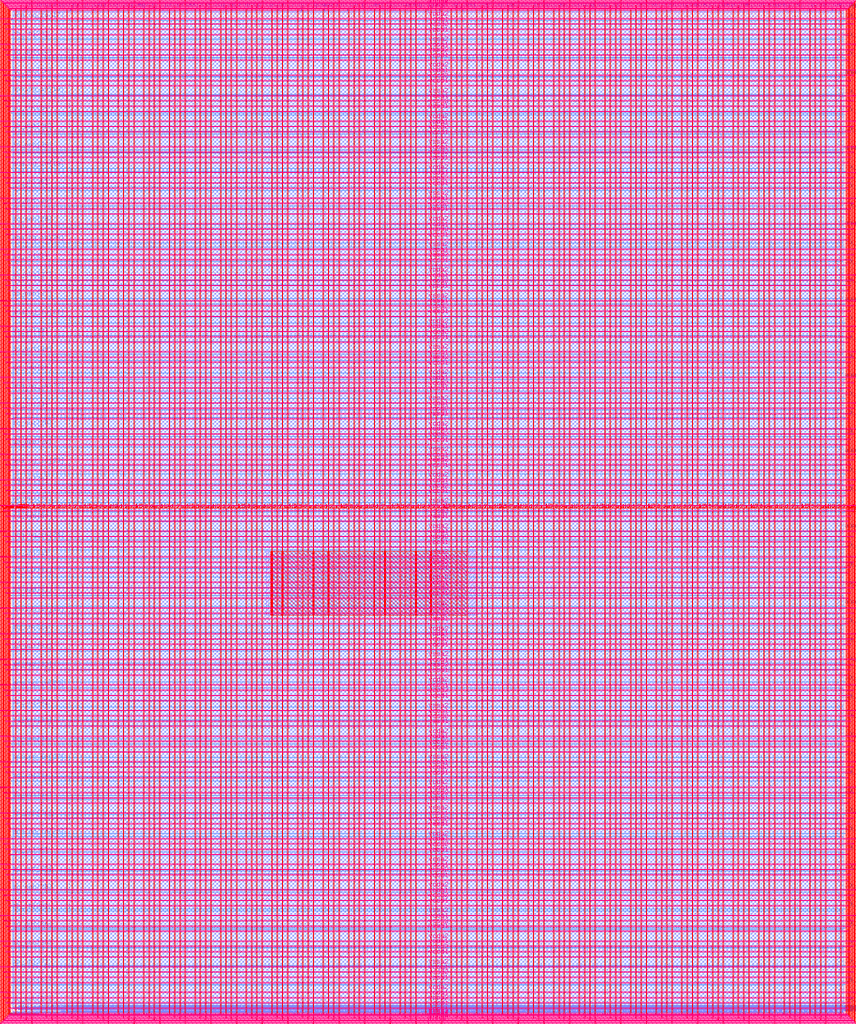
<source format=lef>
VERSION 5.7 ;
  NOWIREEXTENSIONATPIN ON ;
  DIVIDERCHAR "/" ;
  BUSBITCHARS "[]" ;
MACRO user_project_wrapper
  CLASS BLOCK ;
  FOREIGN user_project_wrapper ;
  ORIGIN 0.000 0.000 ;
  SIZE 2920.000 BY 3520.000 ;
  PIN analog_io[0]
    DIRECTION INOUT ;
    USE SIGNAL ;
    PORT
      LAYER met3 ;
        RECT 2917.600 1426.380 2924.800 1427.580 ;
    END
  END analog_io[0]
  PIN analog_io[10]
    DIRECTION INOUT ;
    USE SIGNAL ;
    PORT
      LAYER met2 ;
        RECT 2230.490 3517.600 2231.050 3524.800 ;
    END
  END analog_io[10]
  PIN analog_io[11]
    DIRECTION INOUT ;
    USE SIGNAL ;
    PORT
      LAYER met2 ;
        RECT 1905.730 3517.600 1906.290 3524.800 ;
    END
  END analog_io[11]
  PIN analog_io[12]
    DIRECTION INOUT ;
    USE SIGNAL ;
    PORT
      LAYER met2 ;
        RECT 1581.430 3517.600 1581.990 3524.800 ;
    END
  END analog_io[12]
  PIN analog_io[13]
    DIRECTION INOUT ;
    USE SIGNAL ;
    PORT
      LAYER met2 ;
        RECT 1257.130 3517.600 1257.690 3524.800 ;
    END
  END analog_io[13]
  PIN analog_io[14]
    DIRECTION INOUT ;
    USE SIGNAL ;
    PORT
      LAYER met2 ;
        RECT 932.370 3517.600 932.930 3524.800 ;
    END
  END analog_io[14]
  PIN analog_io[15]
    DIRECTION INOUT ;
    USE SIGNAL ;
    PORT
      LAYER met2 ;
        RECT 608.070 3517.600 608.630 3524.800 ;
    END
  END analog_io[15]
  PIN analog_io[16]
    DIRECTION INOUT ;
    USE SIGNAL ;
    PORT
      LAYER met2 ;
        RECT 283.770 3517.600 284.330 3524.800 ;
    END
  END analog_io[16]
  PIN analog_io[17]
    DIRECTION INOUT ;
    USE SIGNAL ;
    PORT
      LAYER met3 ;
        RECT -4.800 3486.100 2.400 3487.300 ;
    END
  END analog_io[17]
  PIN analog_io[18]
    DIRECTION INOUT ;
    USE SIGNAL ;
    PORT
      LAYER met3 ;
        RECT -4.800 3224.980 2.400 3226.180 ;
    END
  END analog_io[18]
  PIN analog_io[19]
    DIRECTION INOUT ;
    USE SIGNAL ;
    PORT
      LAYER met3 ;
        RECT -4.800 2964.540 2.400 2965.740 ;
    END
  END analog_io[19]
  PIN analog_io[1]
    DIRECTION INOUT ;
    USE SIGNAL ;
    PORT
      LAYER met3 ;
        RECT 2917.600 1692.260 2924.800 1693.460 ;
    END
  END analog_io[1]
  PIN analog_io[20]
    DIRECTION INOUT ;
    USE SIGNAL ;
    PORT
      LAYER met3 ;
        RECT -4.800 2703.420 2.400 2704.620 ;
    END
  END analog_io[20]
  PIN analog_io[21]
    DIRECTION INOUT ;
    USE SIGNAL ;
    PORT
      LAYER met3 ;
        RECT -4.800 2442.980 2.400 2444.180 ;
    END
  END analog_io[21]
  PIN analog_io[22]
    DIRECTION INOUT ;
    USE SIGNAL ;
    PORT
      LAYER met3 ;
        RECT -4.800 2182.540 2.400 2183.740 ;
    END
  END analog_io[22]
  PIN analog_io[23]
    DIRECTION INOUT ;
    USE SIGNAL ;
    PORT
      LAYER met3 ;
        RECT -4.800 1921.420 2.400 1922.620 ;
    END
  END analog_io[23]
  PIN analog_io[24]
    DIRECTION INOUT ;
    USE SIGNAL ;
    PORT
      LAYER met3 ;
        RECT -4.800 1660.980 2.400 1662.180 ;
    END
  END analog_io[24]
  PIN analog_io[25]
    DIRECTION INOUT ;
    USE SIGNAL ;
    PORT
      LAYER met3 ;
        RECT -4.800 1399.860 2.400 1401.060 ;
    END
  END analog_io[25]
  PIN analog_io[26]
    DIRECTION INOUT ;
    USE SIGNAL ;
    PORT
      LAYER met3 ;
        RECT -4.800 1139.420 2.400 1140.620 ;
    END
  END analog_io[26]
  PIN analog_io[27]
    DIRECTION INOUT ;
    USE SIGNAL ;
    PORT
      LAYER met3 ;
        RECT -4.800 878.980 2.400 880.180 ;
    END
  END analog_io[27]
  PIN analog_io[28]
    DIRECTION INOUT ;
    USE SIGNAL ;
    PORT
      LAYER met3 ;
        RECT -4.800 617.860 2.400 619.060 ;
    END
  END analog_io[28]
  PIN analog_io[2]
    DIRECTION INOUT ;
    USE SIGNAL ;
    PORT
      LAYER met3 ;
        RECT 2917.600 1958.140 2924.800 1959.340 ;
    END
  END analog_io[2]
  PIN analog_io[3]
    DIRECTION INOUT ;
    USE SIGNAL ;
    PORT
      LAYER met3 ;
        RECT 2917.600 2223.340 2924.800 2224.540 ;
    END
  END analog_io[3]
  PIN analog_io[4]
    DIRECTION INOUT ;
    USE SIGNAL ;
    PORT
      LAYER met3 ;
        RECT 2917.600 2489.220 2924.800 2490.420 ;
    END
  END analog_io[4]
  PIN analog_io[5]
    DIRECTION INOUT ;
    USE SIGNAL ;
    PORT
      LAYER met3 ;
        RECT 2917.600 2755.100 2924.800 2756.300 ;
    END
  END analog_io[5]
  PIN analog_io[6]
    DIRECTION INOUT ;
    USE SIGNAL ;
    PORT
      LAYER met3 ;
        RECT 2917.600 3020.300 2924.800 3021.500 ;
    END
  END analog_io[6]
  PIN analog_io[7]
    DIRECTION INOUT ;
    USE SIGNAL ;
    PORT
      LAYER met3 ;
        RECT 2917.600 3286.180 2924.800 3287.380 ;
    END
  END analog_io[7]
  PIN analog_io[8]
    DIRECTION INOUT ;
    USE SIGNAL ;
    PORT
      LAYER met2 ;
        RECT 2879.090 3517.600 2879.650 3524.800 ;
    END
  END analog_io[8]
  PIN analog_io[9]
    DIRECTION INOUT ;
    USE SIGNAL ;
    PORT
      LAYER met2 ;
        RECT 2554.790 3517.600 2555.350 3524.800 ;
    END
  END analog_io[9]
  PIN io_in[0]
    DIRECTION INPUT ;
    USE SIGNAL ;
    PORT
      LAYER met3 ;
        RECT 2917.600 32.380 2924.800 33.580 ;
    END
  END io_in[0]
  PIN io_in[10]
    DIRECTION INPUT ;
    USE SIGNAL ;
    PORT
      LAYER met3 ;
        RECT 2917.600 2289.980 2924.800 2291.180 ;
    END
  END io_in[10]
  PIN io_in[11]
    DIRECTION INPUT ;
    USE SIGNAL ;
    PORT
      LAYER met3 ;
        RECT 2917.600 2555.860 2924.800 2557.060 ;
    END
  END io_in[11]
  PIN io_in[12]
    DIRECTION INPUT ;
    USE SIGNAL ;
    PORT
      LAYER met3 ;
        RECT 2917.600 2821.060 2924.800 2822.260 ;
    END
  END io_in[12]
  PIN io_in[13]
    DIRECTION INPUT ;
    USE SIGNAL ;
    PORT
      LAYER met3 ;
        RECT 2917.600 3086.940 2924.800 3088.140 ;
    END
  END io_in[13]
  PIN io_in[14]
    DIRECTION INPUT ;
    USE SIGNAL ;
    PORT
      LAYER met3 ;
        RECT 2917.600 3352.820 2924.800 3354.020 ;
    END
  END io_in[14]
  PIN io_in[15]
    DIRECTION INPUT ;
    USE SIGNAL ;
    PORT
      LAYER met2 ;
        RECT 2798.130 3517.600 2798.690 3524.800 ;
    END
  END io_in[15]
  PIN io_in[16]
    DIRECTION INPUT ;
    USE SIGNAL ;
    PORT
      LAYER met2 ;
        RECT 2473.830 3517.600 2474.390 3524.800 ;
    END
  END io_in[16]
  PIN io_in[17]
    DIRECTION INPUT ;
    USE SIGNAL ;
    PORT
      LAYER met2 ;
        RECT 2149.070 3517.600 2149.630 3524.800 ;
    END
  END io_in[17]
  PIN io_in[18]
    DIRECTION INPUT ;
    USE SIGNAL ;
    PORT
      LAYER met2 ;
        RECT 1824.770 3517.600 1825.330 3524.800 ;
    END
  END io_in[18]
  PIN io_in[19]
    DIRECTION INPUT ;
    USE SIGNAL ;
    PORT
      LAYER met2 ;
        RECT 1500.470 3517.600 1501.030 3524.800 ;
    END
  END io_in[19]
  PIN io_in[1]
    DIRECTION INPUT ;
    USE SIGNAL ;
    PORT
      LAYER met3 ;
        RECT 2917.600 230.940 2924.800 232.140 ;
    END
  END io_in[1]
  PIN io_in[20]
    DIRECTION INPUT ;
    USE SIGNAL ;
    PORT
      LAYER met2 ;
        RECT 1175.710 3517.600 1176.270 3524.800 ;
    END
  END io_in[20]
  PIN io_in[21]
    DIRECTION INPUT ;
    USE SIGNAL ;
    PORT
      LAYER met2 ;
        RECT 851.410 3517.600 851.970 3524.800 ;
    END
  END io_in[21]
  PIN io_in[22]
    DIRECTION INPUT ;
    USE SIGNAL ;
    PORT
      LAYER met2 ;
        RECT 527.110 3517.600 527.670 3524.800 ;
    END
  END io_in[22]
  PIN io_in[23]
    DIRECTION INPUT ;
    USE SIGNAL ;
    PORT
      LAYER met2 ;
        RECT 202.350 3517.600 202.910 3524.800 ;
    END
  END io_in[23]
  PIN io_in[24]
    DIRECTION INPUT ;
    USE SIGNAL ;
    PORT
      LAYER met3 ;
        RECT -4.800 3420.820 2.400 3422.020 ;
    END
  END io_in[24]
  PIN io_in[25]
    DIRECTION INPUT ;
    USE SIGNAL ;
    PORT
      LAYER met3 ;
        RECT -4.800 3159.700 2.400 3160.900 ;
    END
  END io_in[25]
  PIN io_in[26]
    DIRECTION INPUT ;
    USE SIGNAL ;
    PORT
      LAYER met3 ;
        RECT -4.800 2899.260 2.400 2900.460 ;
    END
  END io_in[26]
  PIN io_in[27]
    DIRECTION INPUT ;
    USE SIGNAL ;
    PORT
      LAYER met3 ;
        RECT -4.800 2638.820 2.400 2640.020 ;
    END
  END io_in[27]
  PIN io_in[28]
    DIRECTION INPUT ;
    USE SIGNAL ;
    PORT
      LAYER met3 ;
        RECT -4.800 2377.700 2.400 2378.900 ;
    END
  END io_in[28]
  PIN io_in[29]
    DIRECTION INPUT ;
    USE SIGNAL ;
    PORT
      LAYER met3 ;
        RECT -4.800 2117.260 2.400 2118.460 ;
    END
  END io_in[29]
  PIN io_in[2]
    DIRECTION INPUT ;
    USE SIGNAL ;
    PORT
      LAYER met3 ;
        RECT 2917.600 430.180 2924.800 431.380 ;
    END
  END io_in[2]
  PIN io_in[30]
    DIRECTION INPUT ;
    USE SIGNAL ;
    PORT
      LAYER met3 ;
        RECT -4.800 1856.140 2.400 1857.340 ;
    END
  END io_in[30]
  PIN io_in[31]
    DIRECTION INPUT ;
    USE SIGNAL ;
    PORT
      LAYER met3 ;
        RECT -4.800 1595.700 2.400 1596.900 ;
    END
  END io_in[31]
  PIN io_in[32]
    DIRECTION INPUT ;
    USE SIGNAL ;
    PORT
      LAYER met3 ;
        RECT -4.800 1335.260 2.400 1336.460 ;
    END
  END io_in[32]
  PIN io_in[33]
    DIRECTION INPUT ;
    USE SIGNAL ;
    PORT
      LAYER met3 ;
        RECT -4.800 1074.140 2.400 1075.340 ;
    END
  END io_in[33]
  PIN io_in[34]
    DIRECTION INPUT ;
    USE SIGNAL ;
    PORT
      LAYER met3 ;
        RECT -4.800 813.700 2.400 814.900 ;
    END
  END io_in[34]
  PIN io_in[35]
    DIRECTION INPUT ;
    USE SIGNAL ;
    PORT
      LAYER met3 ;
        RECT -4.800 552.580 2.400 553.780 ;
    END
  END io_in[35]
  PIN io_in[36]
    DIRECTION INPUT ;
    USE SIGNAL ;
    PORT
      LAYER met3 ;
        RECT -4.800 357.420 2.400 358.620 ;
    END
  END io_in[36]
  PIN io_in[37]
    DIRECTION INPUT ;
    USE SIGNAL ;
    PORT
      LAYER met3 ;
        RECT -4.800 161.580 2.400 162.780 ;
    END
  END io_in[37]
  PIN io_in[3]
    DIRECTION INPUT ;
    USE SIGNAL ;
    PORT
      LAYER met3 ;
        RECT 2917.600 629.420 2924.800 630.620 ;
    END
  END io_in[3]
  PIN io_in[4]
    DIRECTION INPUT ;
    USE SIGNAL ;
    PORT
      LAYER met3 ;
        RECT 2917.600 828.660 2924.800 829.860 ;
    END
  END io_in[4]
  PIN io_in[5]
    DIRECTION INPUT ;
    USE SIGNAL ;
    PORT
      LAYER met3 ;
        RECT 2917.600 1027.900 2924.800 1029.100 ;
    END
  END io_in[5]
  PIN io_in[6]
    DIRECTION INPUT ;
    USE SIGNAL ;
    PORT
      LAYER met3 ;
        RECT 2917.600 1227.140 2924.800 1228.340 ;
    END
  END io_in[6]
  PIN io_in[7]
    DIRECTION INPUT ;
    USE SIGNAL ;
    PORT
      LAYER met3 ;
        RECT 2917.600 1493.020 2924.800 1494.220 ;
    END
  END io_in[7]
  PIN io_in[8]
    DIRECTION INPUT ;
    USE SIGNAL ;
    PORT
      LAYER met3 ;
        RECT 2917.600 1758.900 2924.800 1760.100 ;
    END
  END io_in[8]
  PIN io_in[9]
    DIRECTION INPUT ;
    USE SIGNAL ;
    PORT
      LAYER met3 ;
        RECT 2917.600 2024.100 2924.800 2025.300 ;
    END
  END io_in[9]
  PIN io_oeb[0]
    DIRECTION OUTPUT TRISTATE ;
    USE SIGNAL ;
    PORT
      LAYER met3 ;
        RECT 2917.600 164.980 2924.800 166.180 ;
    END
  END io_oeb[0]
  PIN io_oeb[10]
    DIRECTION OUTPUT TRISTATE ;
    USE SIGNAL ;
    PORT
      LAYER met3 ;
        RECT 2917.600 2422.580 2924.800 2423.780 ;
    END
  END io_oeb[10]
  PIN io_oeb[11]
    DIRECTION OUTPUT TRISTATE ;
    USE SIGNAL ;
    PORT
      LAYER met3 ;
        RECT 2917.600 2688.460 2924.800 2689.660 ;
    END
  END io_oeb[11]
  PIN io_oeb[12]
    DIRECTION OUTPUT TRISTATE ;
    USE SIGNAL ;
    PORT
      LAYER met3 ;
        RECT 2917.600 2954.340 2924.800 2955.540 ;
    END
  END io_oeb[12]
  PIN io_oeb[13]
    DIRECTION OUTPUT TRISTATE ;
    USE SIGNAL ;
    PORT
      LAYER met3 ;
        RECT 2917.600 3219.540 2924.800 3220.740 ;
    END
  END io_oeb[13]
  PIN io_oeb[14]
    DIRECTION OUTPUT TRISTATE ;
    USE SIGNAL ;
    PORT
      LAYER met3 ;
        RECT 2917.600 3485.420 2924.800 3486.620 ;
    END
  END io_oeb[14]
  PIN io_oeb[15]
    DIRECTION OUTPUT TRISTATE ;
    USE SIGNAL ;
    PORT
      LAYER met2 ;
        RECT 2635.750 3517.600 2636.310 3524.800 ;
    END
  END io_oeb[15]
  PIN io_oeb[16]
    DIRECTION OUTPUT TRISTATE ;
    USE SIGNAL ;
    PORT
      LAYER met2 ;
        RECT 2311.450 3517.600 2312.010 3524.800 ;
    END
  END io_oeb[16]
  PIN io_oeb[17]
    DIRECTION OUTPUT TRISTATE ;
    USE SIGNAL ;
    PORT
      LAYER met2 ;
        RECT 1987.150 3517.600 1987.710 3524.800 ;
    END
  END io_oeb[17]
  PIN io_oeb[18]
    DIRECTION OUTPUT TRISTATE ;
    USE SIGNAL ;
    PORT
      LAYER met2 ;
        RECT 1662.390 3517.600 1662.950 3524.800 ;
    END
  END io_oeb[18]
  PIN io_oeb[19]
    DIRECTION OUTPUT TRISTATE ;
    USE SIGNAL ;
    PORT
      LAYER met2 ;
        RECT 1338.090 3517.600 1338.650 3524.800 ;
    END
  END io_oeb[19]
  PIN io_oeb[1]
    DIRECTION OUTPUT TRISTATE ;
    USE SIGNAL ;
    PORT
      LAYER met3 ;
        RECT 2917.600 364.220 2924.800 365.420 ;
    END
  END io_oeb[1]
  PIN io_oeb[20]
    DIRECTION OUTPUT TRISTATE ;
    USE SIGNAL ;
    PORT
      LAYER met2 ;
        RECT 1013.790 3517.600 1014.350 3524.800 ;
    END
  END io_oeb[20]
  PIN io_oeb[21]
    DIRECTION OUTPUT TRISTATE ;
    USE SIGNAL ;
    PORT
      LAYER met2 ;
        RECT 689.030 3517.600 689.590 3524.800 ;
    END
  END io_oeb[21]
  PIN io_oeb[22]
    DIRECTION OUTPUT TRISTATE ;
    USE SIGNAL ;
    PORT
      LAYER met2 ;
        RECT 364.730 3517.600 365.290 3524.800 ;
    END
  END io_oeb[22]
  PIN io_oeb[23]
    DIRECTION OUTPUT TRISTATE ;
    USE SIGNAL ;
    PORT
      LAYER met2 ;
        RECT 40.430 3517.600 40.990 3524.800 ;
    END
  END io_oeb[23]
  PIN io_oeb[24]
    DIRECTION OUTPUT TRISTATE ;
    USE SIGNAL ;
    PORT
      LAYER met3 ;
        RECT -4.800 3290.260 2.400 3291.460 ;
    END
  END io_oeb[24]
  PIN io_oeb[25]
    DIRECTION OUTPUT TRISTATE ;
    USE SIGNAL ;
    PORT
      LAYER met3 ;
        RECT -4.800 3029.820 2.400 3031.020 ;
    END
  END io_oeb[25]
  PIN io_oeb[26]
    DIRECTION OUTPUT TRISTATE ;
    USE SIGNAL ;
    PORT
      LAYER met3 ;
        RECT -4.800 2768.700 2.400 2769.900 ;
    END
  END io_oeb[26]
  PIN io_oeb[27]
    DIRECTION OUTPUT TRISTATE ;
    USE SIGNAL ;
    PORT
      LAYER met3 ;
        RECT -4.800 2508.260 2.400 2509.460 ;
    END
  END io_oeb[27]
  PIN io_oeb[28]
    DIRECTION OUTPUT TRISTATE ;
    USE SIGNAL ;
    PORT
      LAYER met3 ;
        RECT -4.800 2247.140 2.400 2248.340 ;
    END
  END io_oeb[28]
  PIN io_oeb[29]
    DIRECTION OUTPUT TRISTATE ;
    USE SIGNAL ;
    PORT
      LAYER met3 ;
        RECT -4.800 1986.700 2.400 1987.900 ;
    END
  END io_oeb[29]
  PIN io_oeb[2]
    DIRECTION OUTPUT TRISTATE ;
    USE SIGNAL ;
    PORT
      LAYER met3 ;
        RECT 2917.600 563.460 2924.800 564.660 ;
    END
  END io_oeb[2]
  PIN io_oeb[30]
    DIRECTION OUTPUT TRISTATE ;
    USE SIGNAL ;
    PORT
      LAYER met3 ;
        RECT -4.800 1726.260 2.400 1727.460 ;
    END
  END io_oeb[30]
  PIN io_oeb[31]
    DIRECTION OUTPUT TRISTATE ;
    USE SIGNAL ;
    PORT
      LAYER met3 ;
        RECT -4.800 1465.140 2.400 1466.340 ;
    END
  END io_oeb[31]
  PIN io_oeb[32]
    DIRECTION OUTPUT TRISTATE ;
    USE SIGNAL ;
    PORT
      LAYER met3 ;
        RECT -4.800 1204.700 2.400 1205.900 ;
    END
  END io_oeb[32]
  PIN io_oeb[33]
    DIRECTION OUTPUT TRISTATE ;
    USE SIGNAL ;
    PORT
      LAYER met3 ;
        RECT -4.800 943.580 2.400 944.780 ;
    END
  END io_oeb[33]
  PIN io_oeb[34]
    DIRECTION OUTPUT TRISTATE ;
    USE SIGNAL ;
    PORT
      LAYER met3 ;
        RECT -4.800 683.140 2.400 684.340 ;
    END
  END io_oeb[34]
  PIN io_oeb[35]
    DIRECTION OUTPUT TRISTATE ;
    USE SIGNAL ;
    PORT
      LAYER met3 ;
        RECT -4.800 422.700 2.400 423.900 ;
    END
  END io_oeb[35]
  PIN io_oeb[36]
    DIRECTION OUTPUT TRISTATE ;
    USE SIGNAL ;
    PORT
      LAYER met3 ;
        RECT -4.800 226.860 2.400 228.060 ;
    END
  END io_oeb[36]
  PIN io_oeb[37]
    DIRECTION OUTPUT TRISTATE ;
    USE SIGNAL ;
    PORT
      LAYER met3 ;
        RECT -4.800 31.700 2.400 32.900 ;
    END
  END io_oeb[37]
  PIN io_oeb[3]
    DIRECTION OUTPUT TRISTATE ;
    USE SIGNAL ;
    PORT
      LAYER met3 ;
        RECT 2917.600 762.700 2924.800 763.900 ;
    END
  END io_oeb[3]
  PIN io_oeb[4]
    DIRECTION OUTPUT TRISTATE ;
    USE SIGNAL ;
    PORT
      LAYER met3 ;
        RECT 2917.600 961.940 2924.800 963.140 ;
    END
  END io_oeb[4]
  PIN io_oeb[5]
    DIRECTION OUTPUT TRISTATE ;
    USE SIGNAL ;
    PORT
      LAYER met3 ;
        RECT 2917.600 1161.180 2924.800 1162.380 ;
    END
  END io_oeb[5]
  PIN io_oeb[6]
    DIRECTION OUTPUT TRISTATE ;
    USE SIGNAL ;
    PORT
      LAYER met3 ;
        RECT 2917.600 1360.420 2924.800 1361.620 ;
    END
  END io_oeb[6]
  PIN io_oeb[7]
    DIRECTION OUTPUT TRISTATE ;
    USE SIGNAL ;
    PORT
      LAYER met3 ;
        RECT 2917.600 1625.620 2924.800 1626.820 ;
    END
  END io_oeb[7]
  PIN io_oeb[8]
    DIRECTION OUTPUT TRISTATE ;
    USE SIGNAL ;
    PORT
      LAYER met3 ;
        RECT 2917.600 1891.500 2924.800 1892.700 ;
    END
  END io_oeb[8]
  PIN io_oeb[9]
    DIRECTION OUTPUT TRISTATE ;
    USE SIGNAL ;
    PORT
      LAYER met3 ;
        RECT 2917.600 2157.380 2924.800 2158.580 ;
    END
  END io_oeb[9]
  PIN io_out[0]
    DIRECTION OUTPUT TRISTATE ;
    USE SIGNAL ;
    PORT
      LAYER met3 ;
        RECT 2917.600 98.340 2924.800 99.540 ;
    END
  END io_out[0]
  PIN io_out[10]
    DIRECTION OUTPUT TRISTATE ;
    USE SIGNAL ;
    PORT
      LAYER met3 ;
        RECT 2917.600 2356.620 2924.800 2357.820 ;
    END
  END io_out[10]
  PIN io_out[11]
    DIRECTION OUTPUT TRISTATE ;
    USE SIGNAL ;
    PORT
      LAYER met3 ;
        RECT 2917.600 2621.820 2924.800 2623.020 ;
    END
  END io_out[11]
  PIN io_out[12]
    DIRECTION OUTPUT TRISTATE ;
    USE SIGNAL ;
    PORT
      LAYER met3 ;
        RECT 2917.600 2887.700 2924.800 2888.900 ;
    END
  END io_out[12]
  PIN io_out[13]
    DIRECTION OUTPUT TRISTATE ;
    USE SIGNAL ;
    PORT
      LAYER met3 ;
        RECT 2917.600 3153.580 2924.800 3154.780 ;
    END
  END io_out[13]
  PIN io_out[14]
    DIRECTION OUTPUT TRISTATE ;
    USE SIGNAL ;
    PORT
      LAYER met3 ;
        RECT 2917.600 3418.780 2924.800 3419.980 ;
    END
  END io_out[14]
  PIN io_out[15]
    DIRECTION OUTPUT TRISTATE ;
    USE SIGNAL ;
    PORT
      LAYER met2 ;
        RECT 2717.170 3517.600 2717.730 3524.800 ;
    END
  END io_out[15]
  PIN io_out[16]
    DIRECTION OUTPUT TRISTATE ;
    USE SIGNAL ;
    PORT
      LAYER met2 ;
        RECT 2392.410 3517.600 2392.970 3524.800 ;
    END
  END io_out[16]
  PIN io_out[17]
    DIRECTION OUTPUT TRISTATE ;
    USE SIGNAL ;
    PORT
      LAYER met2 ;
        RECT 2068.110 3517.600 2068.670 3524.800 ;
    END
  END io_out[17]
  PIN io_out[18]
    DIRECTION OUTPUT TRISTATE ;
    USE SIGNAL ;
    PORT
      LAYER met2 ;
        RECT 1743.810 3517.600 1744.370 3524.800 ;
    END
  END io_out[18]
  PIN io_out[19]
    DIRECTION OUTPUT TRISTATE ;
    USE SIGNAL ;
    PORT
      LAYER met2 ;
        RECT 1419.050 3517.600 1419.610 3524.800 ;
    END
  END io_out[19]
  PIN io_out[1]
    DIRECTION OUTPUT TRISTATE ;
    USE SIGNAL ;
    PORT
      LAYER met3 ;
        RECT 2917.600 297.580 2924.800 298.780 ;
    END
  END io_out[1]
  PIN io_out[20]
    DIRECTION OUTPUT TRISTATE ;
    USE SIGNAL ;
    PORT
      LAYER met2 ;
        RECT 1094.750 3517.600 1095.310 3524.800 ;
    END
  END io_out[20]
  PIN io_out[21]
    DIRECTION OUTPUT TRISTATE ;
    USE SIGNAL ;
    PORT
      LAYER met2 ;
        RECT 770.450 3517.600 771.010 3524.800 ;
    END
  END io_out[21]
  PIN io_out[22]
    DIRECTION OUTPUT TRISTATE ;
    USE SIGNAL ;
    PORT
      LAYER met2 ;
        RECT 445.690 3517.600 446.250 3524.800 ;
    END
  END io_out[22]
  PIN io_out[23]
    DIRECTION OUTPUT TRISTATE ;
    USE SIGNAL ;
    PORT
      LAYER met2 ;
        RECT 121.390 3517.600 121.950 3524.800 ;
    END
  END io_out[23]
  PIN io_out[24]
    DIRECTION OUTPUT TRISTATE ;
    USE SIGNAL ;
    PORT
      LAYER met3 ;
        RECT -4.800 3355.540 2.400 3356.740 ;
    END
  END io_out[24]
  PIN io_out[25]
    DIRECTION OUTPUT TRISTATE ;
    USE SIGNAL ;
    PORT
      LAYER met3 ;
        RECT -4.800 3095.100 2.400 3096.300 ;
    END
  END io_out[25]
  PIN io_out[26]
    DIRECTION OUTPUT TRISTATE ;
    USE SIGNAL ;
    PORT
      LAYER met3 ;
        RECT -4.800 2833.980 2.400 2835.180 ;
    END
  END io_out[26]
  PIN io_out[27]
    DIRECTION OUTPUT TRISTATE ;
    USE SIGNAL ;
    PORT
      LAYER met3 ;
        RECT -4.800 2573.540 2.400 2574.740 ;
    END
  END io_out[27]
  PIN io_out[28]
    DIRECTION OUTPUT TRISTATE ;
    USE SIGNAL ;
    PORT
      LAYER met3 ;
        RECT -4.800 2312.420 2.400 2313.620 ;
    END
  END io_out[28]
  PIN io_out[29]
    DIRECTION OUTPUT TRISTATE ;
    USE SIGNAL ;
    PORT
      LAYER met3 ;
        RECT -4.800 2051.980 2.400 2053.180 ;
    END
  END io_out[29]
  PIN io_out[2]
    DIRECTION OUTPUT TRISTATE ;
    USE SIGNAL ;
    PORT
      LAYER met3 ;
        RECT 2917.600 496.820 2924.800 498.020 ;
    END
  END io_out[2]
  PIN io_out[30]
    DIRECTION OUTPUT TRISTATE ;
    USE SIGNAL ;
    PORT
      LAYER met3 ;
        RECT -4.800 1791.540 2.400 1792.740 ;
    END
  END io_out[30]
  PIN io_out[31]
    DIRECTION OUTPUT TRISTATE ;
    USE SIGNAL ;
    PORT
      LAYER met3 ;
        RECT -4.800 1530.420 2.400 1531.620 ;
    END
  END io_out[31]
  PIN io_out[32]
    DIRECTION OUTPUT TRISTATE ;
    USE SIGNAL ;
    PORT
      LAYER met3 ;
        RECT -4.800 1269.980 2.400 1271.180 ;
    END
  END io_out[32]
  PIN io_out[33]
    DIRECTION OUTPUT TRISTATE ;
    USE SIGNAL ;
    PORT
      LAYER met3 ;
        RECT -4.800 1008.860 2.400 1010.060 ;
    END
  END io_out[33]
  PIN io_out[34]
    DIRECTION OUTPUT TRISTATE ;
    USE SIGNAL ;
    PORT
      LAYER met3 ;
        RECT -4.800 748.420 2.400 749.620 ;
    END
  END io_out[34]
  PIN io_out[35]
    DIRECTION OUTPUT TRISTATE ;
    USE SIGNAL ;
    PORT
      LAYER met3 ;
        RECT -4.800 487.300 2.400 488.500 ;
    END
  END io_out[35]
  PIN io_out[36]
    DIRECTION OUTPUT TRISTATE ;
    USE SIGNAL ;
    PORT
      LAYER met3 ;
        RECT -4.800 292.140 2.400 293.340 ;
    END
  END io_out[36]
  PIN io_out[37]
    DIRECTION OUTPUT TRISTATE ;
    USE SIGNAL ;
    PORT
      LAYER met3 ;
        RECT -4.800 96.300 2.400 97.500 ;
    END
  END io_out[37]
  PIN io_out[3]
    DIRECTION OUTPUT TRISTATE ;
    USE SIGNAL ;
    PORT
      LAYER met3 ;
        RECT 2917.600 696.060 2924.800 697.260 ;
    END
  END io_out[3]
  PIN io_out[4]
    DIRECTION OUTPUT TRISTATE ;
    USE SIGNAL ;
    PORT
      LAYER met3 ;
        RECT 2917.600 895.300 2924.800 896.500 ;
    END
  END io_out[4]
  PIN io_out[5]
    DIRECTION OUTPUT TRISTATE ;
    USE SIGNAL ;
    PORT
      LAYER met3 ;
        RECT 2917.600 1094.540 2924.800 1095.740 ;
    END
  END io_out[5]
  PIN io_out[6]
    DIRECTION OUTPUT TRISTATE ;
    USE SIGNAL ;
    PORT
      LAYER met3 ;
        RECT 2917.600 1293.780 2924.800 1294.980 ;
    END
  END io_out[6]
  PIN io_out[7]
    DIRECTION OUTPUT TRISTATE ;
    USE SIGNAL ;
    PORT
      LAYER met3 ;
        RECT 2917.600 1559.660 2924.800 1560.860 ;
    END
  END io_out[7]
  PIN io_out[8]
    DIRECTION OUTPUT TRISTATE ;
    USE SIGNAL ;
    PORT
      LAYER met3 ;
        RECT 2917.600 1824.860 2924.800 1826.060 ;
    END
  END io_out[8]
  PIN io_out[9]
    DIRECTION OUTPUT TRISTATE ;
    USE SIGNAL ;
    PORT
      LAYER met3 ;
        RECT 2917.600 2090.740 2924.800 2091.940 ;
    END
  END io_out[9]
  PIN la_data_in[0]
    DIRECTION INPUT ;
    USE SIGNAL ;
    PORT
      LAYER met2 ;
        RECT 629.230 -4.800 629.790 2.400 ;
    END
  END la_data_in[0]
  PIN la_data_in[100]
    DIRECTION INPUT ;
    USE SIGNAL ;
    PORT
      LAYER met2 ;
        RECT 2402.530 -4.800 2403.090 2.400 ;
    END
  END la_data_in[100]
  PIN la_data_in[101]
    DIRECTION INPUT ;
    USE SIGNAL ;
    PORT
      LAYER met2 ;
        RECT 2420.010 -4.800 2420.570 2.400 ;
    END
  END la_data_in[101]
  PIN la_data_in[102]
    DIRECTION INPUT ;
    USE SIGNAL ;
    PORT
      LAYER met2 ;
        RECT 2437.950 -4.800 2438.510 2.400 ;
    END
  END la_data_in[102]
  PIN la_data_in[103]
    DIRECTION INPUT ;
    USE SIGNAL ;
    PORT
      LAYER met2 ;
        RECT 2455.430 -4.800 2455.990 2.400 ;
    END
  END la_data_in[103]
  PIN la_data_in[104]
    DIRECTION INPUT ;
    USE SIGNAL ;
    PORT
      LAYER met2 ;
        RECT 2473.370 -4.800 2473.930 2.400 ;
    END
  END la_data_in[104]
  PIN la_data_in[105]
    DIRECTION INPUT ;
    USE SIGNAL ;
    PORT
      LAYER met2 ;
        RECT 2490.850 -4.800 2491.410 2.400 ;
    END
  END la_data_in[105]
  PIN la_data_in[106]
    DIRECTION INPUT ;
    USE SIGNAL ;
    PORT
      LAYER met2 ;
        RECT 2508.790 -4.800 2509.350 2.400 ;
    END
  END la_data_in[106]
  PIN la_data_in[107]
    DIRECTION INPUT ;
    USE SIGNAL ;
    PORT
      LAYER met2 ;
        RECT 2526.730 -4.800 2527.290 2.400 ;
    END
  END la_data_in[107]
  PIN la_data_in[108]
    DIRECTION INPUT ;
    USE SIGNAL ;
    PORT
      LAYER met2 ;
        RECT 2544.210 -4.800 2544.770 2.400 ;
    END
  END la_data_in[108]
  PIN la_data_in[109]
    DIRECTION INPUT ;
    USE SIGNAL ;
    PORT
      LAYER met2 ;
        RECT 2562.150 -4.800 2562.710 2.400 ;
    END
  END la_data_in[109]
  PIN la_data_in[10]
    DIRECTION INPUT ;
    USE SIGNAL ;
    PORT
      LAYER met2 ;
        RECT 806.330 -4.800 806.890 2.400 ;
    END
  END la_data_in[10]
  PIN la_data_in[110]
    DIRECTION INPUT ;
    USE SIGNAL ;
    PORT
      LAYER met2 ;
        RECT 2579.630 -4.800 2580.190 2.400 ;
    END
  END la_data_in[110]
  PIN la_data_in[111]
    DIRECTION INPUT ;
    USE SIGNAL ;
    PORT
      LAYER met2 ;
        RECT 2597.570 -4.800 2598.130 2.400 ;
    END
  END la_data_in[111]
  PIN la_data_in[112]
    DIRECTION INPUT ;
    USE SIGNAL ;
    PORT
      LAYER met2 ;
        RECT 2615.050 -4.800 2615.610 2.400 ;
    END
  END la_data_in[112]
  PIN la_data_in[113]
    DIRECTION INPUT ;
    USE SIGNAL ;
    PORT
      LAYER met2 ;
        RECT 2632.990 -4.800 2633.550 2.400 ;
    END
  END la_data_in[113]
  PIN la_data_in[114]
    DIRECTION INPUT ;
    USE SIGNAL ;
    PORT
      LAYER met2 ;
        RECT 2650.470 -4.800 2651.030 2.400 ;
    END
  END la_data_in[114]
  PIN la_data_in[115]
    DIRECTION INPUT ;
    USE SIGNAL ;
    PORT
      LAYER met2 ;
        RECT 2668.410 -4.800 2668.970 2.400 ;
    END
  END la_data_in[115]
  PIN la_data_in[116]
    DIRECTION INPUT ;
    USE SIGNAL ;
    PORT
      LAYER met2 ;
        RECT 2685.890 -4.800 2686.450 2.400 ;
    END
  END la_data_in[116]
  PIN la_data_in[117]
    DIRECTION INPUT ;
    USE SIGNAL ;
    PORT
      LAYER met2 ;
        RECT 2703.830 -4.800 2704.390 2.400 ;
    END
  END la_data_in[117]
  PIN la_data_in[118]
    DIRECTION INPUT ;
    USE SIGNAL ;
    PORT
      LAYER met2 ;
        RECT 2721.770 -4.800 2722.330 2.400 ;
    END
  END la_data_in[118]
  PIN la_data_in[119]
    DIRECTION INPUT ;
    USE SIGNAL ;
    PORT
      LAYER met2 ;
        RECT 2739.250 -4.800 2739.810 2.400 ;
    END
  END la_data_in[119]
  PIN la_data_in[11]
    DIRECTION INPUT ;
    USE SIGNAL ;
    PORT
      LAYER met2 ;
        RECT 824.270 -4.800 824.830 2.400 ;
    END
  END la_data_in[11]
  PIN la_data_in[120]
    DIRECTION INPUT ;
    USE SIGNAL ;
    PORT
      LAYER met2 ;
        RECT 2757.190 -4.800 2757.750 2.400 ;
    END
  END la_data_in[120]
  PIN la_data_in[121]
    DIRECTION INPUT ;
    USE SIGNAL ;
    PORT
      LAYER met2 ;
        RECT 2774.670 -4.800 2775.230 2.400 ;
    END
  END la_data_in[121]
  PIN la_data_in[122]
    DIRECTION INPUT ;
    USE SIGNAL ;
    PORT
      LAYER met2 ;
        RECT 2792.610 -4.800 2793.170 2.400 ;
    END
  END la_data_in[122]
  PIN la_data_in[123]
    DIRECTION INPUT ;
    USE SIGNAL ;
    PORT
      LAYER met2 ;
        RECT 2810.090 -4.800 2810.650 2.400 ;
    END
  END la_data_in[123]
  PIN la_data_in[124]
    DIRECTION INPUT ;
    USE SIGNAL ;
    PORT
      LAYER met2 ;
        RECT 2828.030 -4.800 2828.590 2.400 ;
    END
  END la_data_in[124]
  PIN la_data_in[125]
    DIRECTION INPUT ;
    USE SIGNAL ;
    PORT
      LAYER met2 ;
        RECT 2845.510 -4.800 2846.070 2.400 ;
    END
  END la_data_in[125]
  PIN la_data_in[126]
    DIRECTION INPUT ;
    USE SIGNAL ;
    PORT
      LAYER met2 ;
        RECT 2863.450 -4.800 2864.010 2.400 ;
    END
  END la_data_in[126]
  PIN la_data_in[127]
    DIRECTION INPUT ;
    USE SIGNAL ;
    PORT
      LAYER met2 ;
        RECT 2881.390 -4.800 2881.950 2.400 ;
    END
  END la_data_in[127]
  PIN la_data_in[12]
    DIRECTION INPUT ;
    USE SIGNAL ;
    PORT
      LAYER met2 ;
        RECT 841.750 -4.800 842.310 2.400 ;
    END
  END la_data_in[12]
  PIN la_data_in[13]
    DIRECTION INPUT ;
    USE SIGNAL ;
    PORT
      LAYER met2 ;
        RECT 859.690 -4.800 860.250 2.400 ;
    END
  END la_data_in[13]
  PIN la_data_in[14]
    DIRECTION INPUT ;
    USE SIGNAL ;
    PORT
      LAYER met2 ;
        RECT 877.170 -4.800 877.730 2.400 ;
    END
  END la_data_in[14]
  PIN la_data_in[15]
    DIRECTION INPUT ;
    USE SIGNAL ;
    PORT
      LAYER met2 ;
        RECT 895.110 -4.800 895.670 2.400 ;
    END
  END la_data_in[15]
  PIN la_data_in[16]
    DIRECTION INPUT ;
    USE SIGNAL ;
    PORT
      LAYER met2 ;
        RECT 912.590 -4.800 913.150 2.400 ;
    END
  END la_data_in[16]
  PIN la_data_in[17]
    DIRECTION INPUT ;
    USE SIGNAL ;
    PORT
      LAYER met2 ;
        RECT 930.530 -4.800 931.090 2.400 ;
    END
  END la_data_in[17]
  PIN la_data_in[18]
    DIRECTION INPUT ;
    USE SIGNAL ;
    PORT
      LAYER met2 ;
        RECT 948.470 -4.800 949.030 2.400 ;
    END
  END la_data_in[18]
  PIN la_data_in[19]
    DIRECTION INPUT ;
    USE SIGNAL ;
    PORT
      LAYER met2 ;
        RECT 965.950 -4.800 966.510 2.400 ;
    END
  END la_data_in[19]
  PIN la_data_in[1]
    DIRECTION INPUT ;
    USE SIGNAL ;
    PORT
      LAYER met2 ;
        RECT 646.710 -4.800 647.270 2.400 ;
    END
  END la_data_in[1]
  PIN la_data_in[20]
    DIRECTION INPUT ;
    USE SIGNAL ;
    PORT
      LAYER met2 ;
        RECT 983.890 -4.800 984.450 2.400 ;
    END
  END la_data_in[20]
  PIN la_data_in[21]
    DIRECTION INPUT ;
    USE SIGNAL ;
    PORT
      LAYER met2 ;
        RECT 1001.370 -4.800 1001.930 2.400 ;
    END
  END la_data_in[21]
  PIN la_data_in[22]
    DIRECTION INPUT ;
    USE SIGNAL ;
    PORT
      LAYER met2 ;
        RECT 1019.310 -4.800 1019.870 2.400 ;
    END
  END la_data_in[22]
  PIN la_data_in[23]
    DIRECTION INPUT ;
    USE SIGNAL ;
    PORT
      LAYER met2 ;
        RECT 1036.790 -4.800 1037.350 2.400 ;
    END
  END la_data_in[23]
  PIN la_data_in[24]
    DIRECTION INPUT ;
    USE SIGNAL ;
    PORT
      LAYER met2 ;
        RECT 1054.730 -4.800 1055.290 2.400 ;
    END
  END la_data_in[24]
  PIN la_data_in[25]
    DIRECTION INPUT ;
    USE SIGNAL ;
    PORT
      LAYER met2 ;
        RECT 1072.210 -4.800 1072.770 2.400 ;
    END
  END la_data_in[25]
  PIN la_data_in[26]
    DIRECTION INPUT ;
    USE SIGNAL ;
    PORT
      LAYER met2 ;
        RECT 1090.150 -4.800 1090.710 2.400 ;
    END
  END la_data_in[26]
  PIN la_data_in[27]
    DIRECTION INPUT ;
    USE SIGNAL ;
    PORT
      LAYER met2 ;
        RECT 1107.630 -4.800 1108.190 2.400 ;
    END
  END la_data_in[27]
  PIN la_data_in[28]
    DIRECTION INPUT ;
    USE SIGNAL ;
    PORT
      LAYER met2 ;
        RECT 1125.570 -4.800 1126.130 2.400 ;
    END
  END la_data_in[28]
  PIN la_data_in[29]
    DIRECTION INPUT ;
    USE SIGNAL ;
    PORT
      LAYER met2 ;
        RECT 1143.510 -4.800 1144.070 2.400 ;
    END
  END la_data_in[29]
  PIN la_data_in[2]
    DIRECTION INPUT ;
    USE SIGNAL ;
    PORT
      LAYER met2 ;
        RECT 664.650 -4.800 665.210 2.400 ;
    END
  END la_data_in[2]
  PIN la_data_in[30]
    DIRECTION INPUT ;
    USE SIGNAL ;
    PORT
      LAYER met2 ;
        RECT 1160.990 -4.800 1161.550 2.400 ;
    END
  END la_data_in[30]
  PIN la_data_in[31]
    DIRECTION INPUT ;
    USE SIGNAL ;
    PORT
      LAYER met2 ;
        RECT 1178.930 -4.800 1179.490 2.400 ;
    END
  END la_data_in[31]
  PIN la_data_in[32]
    DIRECTION INPUT ;
    USE SIGNAL ;
    PORT
      LAYER met2 ;
        RECT 1196.410 -4.800 1196.970 2.400 ;
    END
  END la_data_in[32]
  PIN la_data_in[33]
    DIRECTION INPUT ;
    USE SIGNAL ;
    PORT
      LAYER met2 ;
        RECT 1214.350 -4.800 1214.910 2.400 ;
    END
  END la_data_in[33]
  PIN la_data_in[34]
    DIRECTION INPUT ;
    USE SIGNAL ;
    PORT
      LAYER met2 ;
        RECT 1231.830 -4.800 1232.390 2.400 ;
    END
  END la_data_in[34]
  PIN la_data_in[35]
    DIRECTION INPUT ;
    USE SIGNAL ;
    PORT
      LAYER met2 ;
        RECT 1249.770 -4.800 1250.330 2.400 ;
    END
  END la_data_in[35]
  PIN la_data_in[36]
    DIRECTION INPUT ;
    USE SIGNAL ;
    PORT
      LAYER met2 ;
        RECT 1267.250 -4.800 1267.810 2.400 ;
    END
  END la_data_in[36]
  PIN la_data_in[37]
    DIRECTION INPUT ;
    USE SIGNAL ;
    PORT
      LAYER met2 ;
        RECT 1285.190 -4.800 1285.750 2.400 ;
    END
  END la_data_in[37]
  PIN la_data_in[38]
    DIRECTION INPUT ;
    USE SIGNAL ;
    PORT
      LAYER met2 ;
        RECT 1303.130 -4.800 1303.690 2.400 ;
    END
  END la_data_in[38]
  PIN la_data_in[39]
    DIRECTION INPUT ;
    USE SIGNAL ;
    PORT
      LAYER met2 ;
        RECT 1320.610 -4.800 1321.170 2.400 ;
    END
  END la_data_in[39]
  PIN la_data_in[3]
    DIRECTION INPUT ;
    USE SIGNAL ;
    PORT
      LAYER met2 ;
        RECT 682.130 -4.800 682.690 2.400 ;
    END
  END la_data_in[3]
  PIN la_data_in[40]
    DIRECTION INPUT ;
    USE SIGNAL ;
    PORT
      LAYER met2 ;
        RECT 1338.550 -4.800 1339.110 2.400 ;
    END
  END la_data_in[40]
  PIN la_data_in[41]
    DIRECTION INPUT ;
    USE SIGNAL ;
    PORT
      LAYER met2 ;
        RECT 1356.030 -4.800 1356.590 2.400 ;
    END
  END la_data_in[41]
  PIN la_data_in[42]
    DIRECTION INPUT ;
    USE SIGNAL ;
    PORT
      LAYER met2 ;
        RECT 1373.970 -4.800 1374.530 2.400 ;
    END
  END la_data_in[42]
  PIN la_data_in[43]
    DIRECTION INPUT ;
    USE SIGNAL ;
    PORT
      LAYER met2 ;
        RECT 1391.450 -4.800 1392.010 2.400 ;
    END
  END la_data_in[43]
  PIN la_data_in[44]
    DIRECTION INPUT ;
    USE SIGNAL ;
    PORT
      LAYER met2 ;
        RECT 1409.390 -4.800 1409.950 2.400 ;
    END
  END la_data_in[44]
  PIN la_data_in[45]
    DIRECTION INPUT ;
    USE SIGNAL ;
    PORT
      LAYER met2 ;
        RECT 1426.870 -4.800 1427.430 2.400 ;
    END
  END la_data_in[45]
  PIN la_data_in[46]
    DIRECTION INPUT ;
    USE SIGNAL ;
    PORT
      LAYER met2 ;
        RECT 1444.810 -4.800 1445.370 2.400 ;
    END
  END la_data_in[46]
  PIN la_data_in[47]
    DIRECTION INPUT ;
    USE SIGNAL ;
    PORT
      LAYER met2 ;
        RECT 1462.750 -4.800 1463.310 2.400 ;
    END
  END la_data_in[47]
  PIN la_data_in[48]
    DIRECTION INPUT ;
    USE SIGNAL ;
    PORT
      LAYER met2 ;
        RECT 1480.230 -4.800 1480.790 2.400 ;
    END
  END la_data_in[48]
  PIN la_data_in[49]
    DIRECTION INPUT ;
    USE SIGNAL ;
    PORT
      LAYER met2 ;
        RECT 1498.170 -4.800 1498.730 2.400 ;
    END
  END la_data_in[49]
  PIN la_data_in[4]
    DIRECTION INPUT ;
    USE SIGNAL ;
    PORT
      LAYER met2 ;
        RECT 700.070 -4.800 700.630 2.400 ;
    END
  END la_data_in[4]
  PIN la_data_in[50]
    DIRECTION INPUT ;
    USE SIGNAL ;
    PORT
      LAYER met2 ;
        RECT 1515.650 -4.800 1516.210 2.400 ;
    END
  END la_data_in[50]
  PIN la_data_in[51]
    DIRECTION INPUT ;
    USE SIGNAL ;
    PORT
      LAYER met2 ;
        RECT 1533.590 -4.800 1534.150 2.400 ;
    END
  END la_data_in[51]
  PIN la_data_in[52]
    DIRECTION INPUT ;
    USE SIGNAL ;
    PORT
      LAYER met2 ;
        RECT 1551.070 -4.800 1551.630 2.400 ;
    END
  END la_data_in[52]
  PIN la_data_in[53]
    DIRECTION INPUT ;
    USE SIGNAL ;
    PORT
      LAYER met2 ;
        RECT 1569.010 -4.800 1569.570 2.400 ;
    END
  END la_data_in[53]
  PIN la_data_in[54]
    DIRECTION INPUT ;
    USE SIGNAL ;
    PORT
      LAYER met2 ;
        RECT 1586.490 -4.800 1587.050 2.400 ;
    END
  END la_data_in[54]
  PIN la_data_in[55]
    DIRECTION INPUT ;
    USE SIGNAL ;
    PORT
      LAYER met2 ;
        RECT 1604.430 -4.800 1604.990 2.400 ;
    END
  END la_data_in[55]
  PIN la_data_in[56]
    DIRECTION INPUT ;
    USE SIGNAL ;
    PORT
      LAYER met2 ;
        RECT 1621.910 -4.800 1622.470 2.400 ;
    END
  END la_data_in[56]
  PIN la_data_in[57]
    DIRECTION INPUT ;
    USE SIGNAL ;
    PORT
      LAYER met2 ;
        RECT 1639.850 -4.800 1640.410 2.400 ;
    END
  END la_data_in[57]
  PIN la_data_in[58]
    DIRECTION INPUT ;
    USE SIGNAL ;
    PORT
      LAYER met2 ;
        RECT 1657.790 -4.800 1658.350 2.400 ;
    END
  END la_data_in[58]
  PIN la_data_in[59]
    DIRECTION INPUT ;
    USE SIGNAL ;
    PORT
      LAYER met2 ;
        RECT 1675.270 -4.800 1675.830 2.400 ;
    END
  END la_data_in[59]
  PIN la_data_in[5]
    DIRECTION INPUT ;
    USE SIGNAL ;
    PORT
      LAYER met2 ;
        RECT 717.550 -4.800 718.110 2.400 ;
    END
  END la_data_in[5]
  PIN la_data_in[60]
    DIRECTION INPUT ;
    USE SIGNAL ;
    PORT
      LAYER met2 ;
        RECT 1693.210 -4.800 1693.770 2.400 ;
    END
  END la_data_in[60]
  PIN la_data_in[61]
    DIRECTION INPUT ;
    USE SIGNAL ;
    PORT
      LAYER met2 ;
        RECT 1710.690 -4.800 1711.250 2.400 ;
    END
  END la_data_in[61]
  PIN la_data_in[62]
    DIRECTION INPUT ;
    USE SIGNAL ;
    PORT
      LAYER met2 ;
        RECT 1728.630 -4.800 1729.190 2.400 ;
    END
  END la_data_in[62]
  PIN la_data_in[63]
    DIRECTION INPUT ;
    USE SIGNAL ;
    PORT
      LAYER met2 ;
        RECT 1746.110 -4.800 1746.670 2.400 ;
    END
  END la_data_in[63]
  PIN la_data_in[64]
    DIRECTION INPUT ;
    USE SIGNAL ;
    PORT
      LAYER met2 ;
        RECT 1764.050 -4.800 1764.610 2.400 ;
    END
  END la_data_in[64]
  PIN la_data_in[65]
    DIRECTION INPUT ;
    USE SIGNAL ;
    PORT
      LAYER met2 ;
        RECT 1781.530 -4.800 1782.090 2.400 ;
    END
  END la_data_in[65]
  PIN la_data_in[66]
    DIRECTION INPUT ;
    USE SIGNAL ;
    PORT
      LAYER met2 ;
        RECT 1799.470 -4.800 1800.030 2.400 ;
    END
  END la_data_in[66]
  PIN la_data_in[67]
    DIRECTION INPUT ;
    USE SIGNAL ;
    PORT
      LAYER met2 ;
        RECT 1817.410 -4.800 1817.970 2.400 ;
    END
  END la_data_in[67]
  PIN la_data_in[68]
    DIRECTION INPUT ;
    USE SIGNAL ;
    PORT
      LAYER met2 ;
        RECT 1834.890 -4.800 1835.450 2.400 ;
    END
  END la_data_in[68]
  PIN la_data_in[69]
    DIRECTION INPUT ;
    USE SIGNAL ;
    PORT
      LAYER met2 ;
        RECT 1852.830 -4.800 1853.390 2.400 ;
    END
  END la_data_in[69]
  PIN la_data_in[6]
    DIRECTION INPUT ;
    USE SIGNAL ;
    PORT
      LAYER met2 ;
        RECT 735.490 -4.800 736.050 2.400 ;
    END
  END la_data_in[6]
  PIN la_data_in[70]
    DIRECTION INPUT ;
    USE SIGNAL ;
    PORT
      LAYER met2 ;
        RECT 1870.310 -4.800 1870.870 2.400 ;
    END
  END la_data_in[70]
  PIN la_data_in[71]
    DIRECTION INPUT ;
    USE SIGNAL ;
    PORT
      LAYER met2 ;
        RECT 1888.250 -4.800 1888.810 2.400 ;
    END
  END la_data_in[71]
  PIN la_data_in[72]
    DIRECTION INPUT ;
    USE SIGNAL ;
    PORT
      LAYER met2 ;
        RECT 1905.730 -4.800 1906.290 2.400 ;
    END
  END la_data_in[72]
  PIN la_data_in[73]
    DIRECTION INPUT ;
    USE SIGNAL ;
    PORT
      LAYER met2 ;
        RECT 1923.670 -4.800 1924.230 2.400 ;
    END
  END la_data_in[73]
  PIN la_data_in[74]
    DIRECTION INPUT ;
    USE SIGNAL ;
    PORT
      LAYER met2 ;
        RECT 1941.150 -4.800 1941.710 2.400 ;
    END
  END la_data_in[74]
  PIN la_data_in[75]
    DIRECTION INPUT ;
    USE SIGNAL ;
    PORT
      LAYER met2 ;
        RECT 1959.090 -4.800 1959.650 2.400 ;
    END
  END la_data_in[75]
  PIN la_data_in[76]
    DIRECTION INPUT ;
    USE SIGNAL ;
    PORT
      LAYER met2 ;
        RECT 1976.570 -4.800 1977.130 2.400 ;
    END
  END la_data_in[76]
  PIN la_data_in[77]
    DIRECTION INPUT ;
    USE SIGNAL ;
    PORT
      LAYER met2 ;
        RECT 1994.510 -4.800 1995.070 2.400 ;
    END
  END la_data_in[77]
  PIN la_data_in[78]
    DIRECTION INPUT ;
    USE SIGNAL ;
    PORT
      LAYER met2 ;
        RECT 2012.450 -4.800 2013.010 2.400 ;
    END
  END la_data_in[78]
  PIN la_data_in[79]
    DIRECTION INPUT ;
    USE SIGNAL ;
    PORT
      LAYER met2 ;
        RECT 2029.930 -4.800 2030.490 2.400 ;
    END
  END la_data_in[79]
  PIN la_data_in[7]
    DIRECTION INPUT ;
    USE SIGNAL ;
    PORT
      LAYER met2 ;
        RECT 752.970 -4.800 753.530 2.400 ;
    END
  END la_data_in[7]
  PIN la_data_in[80]
    DIRECTION INPUT ;
    USE SIGNAL ;
    PORT
      LAYER met2 ;
        RECT 2047.870 -4.800 2048.430 2.400 ;
    END
  END la_data_in[80]
  PIN la_data_in[81]
    DIRECTION INPUT ;
    USE SIGNAL ;
    PORT
      LAYER met2 ;
        RECT 2065.350 -4.800 2065.910 2.400 ;
    END
  END la_data_in[81]
  PIN la_data_in[82]
    DIRECTION INPUT ;
    USE SIGNAL ;
    PORT
      LAYER met2 ;
        RECT 2083.290 -4.800 2083.850 2.400 ;
    END
  END la_data_in[82]
  PIN la_data_in[83]
    DIRECTION INPUT ;
    USE SIGNAL ;
    PORT
      LAYER met2 ;
        RECT 2100.770 -4.800 2101.330 2.400 ;
    END
  END la_data_in[83]
  PIN la_data_in[84]
    DIRECTION INPUT ;
    USE SIGNAL ;
    PORT
      LAYER met2 ;
        RECT 2118.710 -4.800 2119.270 2.400 ;
    END
  END la_data_in[84]
  PIN la_data_in[85]
    DIRECTION INPUT ;
    USE SIGNAL ;
    PORT
      LAYER met2 ;
        RECT 2136.190 -4.800 2136.750 2.400 ;
    END
  END la_data_in[85]
  PIN la_data_in[86]
    DIRECTION INPUT ;
    USE SIGNAL ;
    PORT
      LAYER met2 ;
        RECT 2154.130 -4.800 2154.690 2.400 ;
    END
  END la_data_in[86]
  PIN la_data_in[87]
    DIRECTION INPUT ;
    USE SIGNAL ;
    PORT
      LAYER met2 ;
        RECT 2172.070 -4.800 2172.630 2.400 ;
    END
  END la_data_in[87]
  PIN la_data_in[88]
    DIRECTION INPUT ;
    USE SIGNAL ;
    PORT
      LAYER met2 ;
        RECT 2189.550 -4.800 2190.110 2.400 ;
    END
  END la_data_in[88]
  PIN la_data_in[89]
    DIRECTION INPUT ;
    USE SIGNAL ;
    PORT
      LAYER met2 ;
        RECT 2207.490 -4.800 2208.050 2.400 ;
    END
  END la_data_in[89]
  PIN la_data_in[8]
    DIRECTION INPUT ;
    USE SIGNAL ;
    PORT
      LAYER met2 ;
        RECT 770.910 -4.800 771.470 2.400 ;
    END
  END la_data_in[8]
  PIN la_data_in[90]
    DIRECTION INPUT ;
    USE SIGNAL ;
    PORT
      LAYER met2 ;
        RECT 2224.970 -4.800 2225.530 2.400 ;
    END
  END la_data_in[90]
  PIN la_data_in[91]
    DIRECTION INPUT ;
    USE SIGNAL ;
    PORT
      LAYER met2 ;
        RECT 2242.910 -4.800 2243.470 2.400 ;
    END
  END la_data_in[91]
  PIN la_data_in[92]
    DIRECTION INPUT ;
    USE SIGNAL ;
    PORT
      LAYER met2 ;
        RECT 2260.390 -4.800 2260.950 2.400 ;
    END
  END la_data_in[92]
  PIN la_data_in[93]
    DIRECTION INPUT ;
    USE SIGNAL ;
    PORT
      LAYER met2 ;
        RECT 2278.330 -4.800 2278.890 2.400 ;
    END
  END la_data_in[93]
  PIN la_data_in[94]
    DIRECTION INPUT ;
    USE SIGNAL ;
    PORT
      LAYER met2 ;
        RECT 2295.810 -4.800 2296.370 2.400 ;
    END
  END la_data_in[94]
  PIN la_data_in[95]
    DIRECTION INPUT ;
    USE SIGNAL ;
    PORT
      LAYER met2 ;
        RECT 2313.750 -4.800 2314.310 2.400 ;
    END
  END la_data_in[95]
  PIN la_data_in[96]
    DIRECTION INPUT ;
    USE SIGNAL ;
    PORT
      LAYER met2 ;
        RECT 2331.230 -4.800 2331.790 2.400 ;
    END
  END la_data_in[96]
  PIN la_data_in[97]
    DIRECTION INPUT ;
    USE SIGNAL ;
    PORT
      LAYER met2 ;
        RECT 2349.170 -4.800 2349.730 2.400 ;
    END
  END la_data_in[97]
  PIN la_data_in[98]
    DIRECTION INPUT ;
    USE SIGNAL ;
    PORT
      LAYER met2 ;
        RECT 2367.110 -4.800 2367.670 2.400 ;
    END
  END la_data_in[98]
  PIN la_data_in[99]
    DIRECTION INPUT ;
    USE SIGNAL ;
    PORT
      LAYER met2 ;
        RECT 2384.590 -4.800 2385.150 2.400 ;
    END
  END la_data_in[99]
  PIN la_data_in[9]
    DIRECTION INPUT ;
    USE SIGNAL ;
    PORT
      LAYER met2 ;
        RECT 788.850 -4.800 789.410 2.400 ;
    END
  END la_data_in[9]
  PIN la_data_out[0]
    DIRECTION OUTPUT TRISTATE ;
    USE SIGNAL ;
    PORT
      LAYER met2 ;
        RECT 634.750 -4.800 635.310 2.400 ;
    END
  END la_data_out[0]
  PIN la_data_out[100]
    DIRECTION OUTPUT TRISTATE ;
    USE SIGNAL ;
    PORT
      LAYER met2 ;
        RECT 2408.510 -4.800 2409.070 2.400 ;
    END
  END la_data_out[100]
  PIN la_data_out[101]
    DIRECTION OUTPUT TRISTATE ;
    USE SIGNAL ;
    PORT
      LAYER met2 ;
        RECT 2425.990 -4.800 2426.550 2.400 ;
    END
  END la_data_out[101]
  PIN la_data_out[102]
    DIRECTION OUTPUT TRISTATE ;
    USE SIGNAL ;
    PORT
      LAYER met2 ;
        RECT 2443.930 -4.800 2444.490 2.400 ;
    END
  END la_data_out[102]
  PIN la_data_out[103]
    DIRECTION OUTPUT TRISTATE ;
    USE SIGNAL ;
    PORT
      LAYER met2 ;
        RECT 2461.410 -4.800 2461.970 2.400 ;
    END
  END la_data_out[103]
  PIN la_data_out[104]
    DIRECTION OUTPUT TRISTATE ;
    USE SIGNAL ;
    PORT
      LAYER met2 ;
        RECT 2479.350 -4.800 2479.910 2.400 ;
    END
  END la_data_out[104]
  PIN la_data_out[105]
    DIRECTION OUTPUT TRISTATE ;
    USE SIGNAL ;
    PORT
      LAYER met2 ;
        RECT 2496.830 -4.800 2497.390 2.400 ;
    END
  END la_data_out[105]
  PIN la_data_out[106]
    DIRECTION OUTPUT TRISTATE ;
    USE SIGNAL ;
    PORT
      LAYER met2 ;
        RECT 2514.770 -4.800 2515.330 2.400 ;
    END
  END la_data_out[106]
  PIN la_data_out[107]
    DIRECTION OUTPUT TRISTATE ;
    USE SIGNAL ;
    PORT
      LAYER met2 ;
        RECT 2532.250 -4.800 2532.810 2.400 ;
    END
  END la_data_out[107]
  PIN la_data_out[108]
    DIRECTION OUTPUT TRISTATE ;
    USE SIGNAL ;
    PORT
      LAYER met2 ;
        RECT 2550.190 -4.800 2550.750 2.400 ;
    END
  END la_data_out[108]
  PIN la_data_out[109]
    DIRECTION OUTPUT TRISTATE ;
    USE SIGNAL ;
    PORT
      LAYER met2 ;
        RECT 2567.670 -4.800 2568.230 2.400 ;
    END
  END la_data_out[109]
  PIN la_data_out[10]
    DIRECTION OUTPUT TRISTATE ;
    USE SIGNAL ;
    PORT
      LAYER met2 ;
        RECT 812.310 -4.800 812.870 2.400 ;
    END
  END la_data_out[10]
  PIN la_data_out[110]
    DIRECTION OUTPUT TRISTATE ;
    USE SIGNAL ;
    PORT
      LAYER met2 ;
        RECT 2585.610 -4.800 2586.170 2.400 ;
    END
  END la_data_out[110]
  PIN la_data_out[111]
    DIRECTION OUTPUT TRISTATE ;
    USE SIGNAL ;
    PORT
      LAYER met2 ;
        RECT 2603.550 -4.800 2604.110 2.400 ;
    END
  END la_data_out[111]
  PIN la_data_out[112]
    DIRECTION OUTPUT TRISTATE ;
    USE SIGNAL ;
    PORT
      LAYER met2 ;
        RECT 2621.030 -4.800 2621.590 2.400 ;
    END
  END la_data_out[112]
  PIN la_data_out[113]
    DIRECTION OUTPUT TRISTATE ;
    USE SIGNAL ;
    PORT
      LAYER met2 ;
        RECT 2638.970 -4.800 2639.530 2.400 ;
    END
  END la_data_out[113]
  PIN la_data_out[114]
    DIRECTION OUTPUT TRISTATE ;
    USE SIGNAL ;
    PORT
      LAYER met2 ;
        RECT 2656.450 -4.800 2657.010 2.400 ;
    END
  END la_data_out[114]
  PIN la_data_out[115]
    DIRECTION OUTPUT TRISTATE ;
    USE SIGNAL ;
    PORT
      LAYER met2 ;
        RECT 2674.390 -4.800 2674.950 2.400 ;
    END
  END la_data_out[115]
  PIN la_data_out[116]
    DIRECTION OUTPUT TRISTATE ;
    USE SIGNAL ;
    PORT
      LAYER met2 ;
        RECT 2691.870 -4.800 2692.430 2.400 ;
    END
  END la_data_out[116]
  PIN la_data_out[117]
    DIRECTION OUTPUT TRISTATE ;
    USE SIGNAL ;
    PORT
      LAYER met2 ;
        RECT 2709.810 -4.800 2710.370 2.400 ;
    END
  END la_data_out[117]
  PIN la_data_out[118]
    DIRECTION OUTPUT TRISTATE ;
    USE SIGNAL ;
    PORT
      LAYER met2 ;
        RECT 2727.290 -4.800 2727.850 2.400 ;
    END
  END la_data_out[118]
  PIN la_data_out[119]
    DIRECTION OUTPUT TRISTATE ;
    USE SIGNAL ;
    PORT
      LAYER met2 ;
        RECT 2745.230 -4.800 2745.790 2.400 ;
    END
  END la_data_out[119]
  PIN la_data_out[11]
    DIRECTION OUTPUT TRISTATE ;
    USE SIGNAL ;
    PORT
      LAYER met2 ;
        RECT 830.250 -4.800 830.810 2.400 ;
    END
  END la_data_out[11]
  PIN la_data_out[120]
    DIRECTION OUTPUT TRISTATE ;
    USE SIGNAL ;
    PORT
      LAYER met2 ;
        RECT 2763.170 -4.800 2763.730 2.400 ;
    END
  END la_data_out[120]
  PIN la_data_out[121]
    DIRECTION OUTPUT TRISTATE ;
    USE SIGNAL ;
    PORT
      LAYER met2 ;
        RECT 2780.650 -4.800 2781.210 2.400 ;
    END
  END la_data_out[121]
  PIN la_data_out[122]
    DIRECTION OUTPUT TRISTATE ;
    USE SIGNAL ;
    PORT
      LAYER met2 ;
        RECT 2798.590 -4.800 2799.150 2.400 ;
    END
  END la_data_out[122]
  PIN la_data_out[123]
    DIRECTION OUTPUT TRISTATE ;
    USE SIGNAL ;
    PORT
      LAYER met2 ;
        RECT 2816.070 -4.800 2816.630 2.400 ;
    END
  END la_data_out[123]
  PIN la_data_out[124]
    DIRECTION OUTPUT TRISTATE ;
    USE SIGNAL ;
    PORT
      LAYER met2 ;
        RECT 2834.010 -4.800 2834.570 2.400 ;
    END
  END la_data_out[124]
  PIN la_data_out[125]
    DIRECTION OUTPUT TRISTATE ;
    USE SIGNAL ;
    PORT
      LAYER met2 ;
        RECT 2851.490 -4.800 2852.050 2.400 ;
    END
  END la_data_out[125]
  PIN la_data_out[126]
    DIRECTION OUTPUT TRISTATE ;
    USE SIGNAL ;
    PORT
      LAYER met2 ;
        RECT 2869.430 -4.800 2869.990 2.400 ;
    END
  END la_data_out[126]
  PIN la_data_out[127]
    DIRECTION OUTPUT TRISTATE ;
    USE SIGNAL ;
    PORT
      LAYER met2 ;
        RECT 2886.910 -4.800 2887.470 2.400 ;
    END
  END la_data_out[127]
  PIN la_data_out[12]
    DIRECTION OUTPUT TRISTATE ;
    USE SIGNAL ;
    PORT
      LAYER met2 ;
        RECT 847.730 -4.800 848.290 2.400 ;
    END
  END la_data_out[12]
  PIN la_data_out[13]
    DIRECTION OUTPUT TRISTATE ;
    USE SIGNAL ;
    PORT
      LAYER met2 ;
        RECT 865.670 -4.800 866.230 2.400 ;
    END
  END la_data_out[13]
  PIN la_data_out[14]
    DIRECTION OUTPUT TRISTATE ;
    USE SIGNAL ;
    PORT
      LAYER met2 ;
        RECT 883.150 -4.800 883.710 2.400 ;
    END
  END la_data_out[14]
  PIN la_data_out[15]
    DIRECTION OUTPUT TRISTATE ;
    USE SIGNAL ;
    PORT
      LAYER met2 ;
        RECT 901.090 -4.800 901.650 2.400 ;
    END
  END la_data_out[15]
  PIN la_data_out[16]
    DIRECTION OUTPUT TRISTATE ;
    USE SIGNAL ;
    PORT
      LAYER met2 ;
        RECT 918.570 -4.800 919.130 2.400 ;
    END
  END la_data_out[16]
  PIN la_data_out[17]
    DIRECTION OUTPUT TRISTATE ;
    USE SIGNAL ;
    PORT
      LAYER met2 ;
        RECT 936.510 -4.800 937.070 2.400 ;
    END
  END la_data_out[17]
  PIN la_data_out[18]
    DIRECTION OUTPUT TRISTATE ;
    USE SIGNAL ;
    PORT
      LAYER met2 ;
        RECT 953.990 -4.800 954.550 2.400 ;
    END
  END la_data_out[18]
  PIN la_data_out[19]
    DIRECTION OUTPUT TRISTATE ;
    USE SIGNAL ;
    PORT
      LAYER met2 ;
        RECT 971.930 -4.800 972.490 2.400 ;
    END
  END la_data_out[19]
  PIN la_data_out[1]
    DIRECTION OUTPUT TRISTATE ;
    USE SIGNAL ;
    PORT
      LAYER met2 ;
        RECT 652.690 -4.800 653.250 2.400 ;
    END
  END la_data_out[1]
  PIN la_data_out[20]
    DIRECTION OUTPUT TRISTATE ;
    USE SIGNAL ;
    PORT
      LAYER met2 ;
        RECT 989.410 -4.800 989.970 2.400 ;
    END
  END la_data_out[20]
  PIN la_data_out[21]
    DIRECTION OUTPUT TRISTATE ;
    USE SIGNAL ;
    PORT
      LAYER met2 ;
        RECT 1007.350 -4.800 1007.910 2.400 ;
    END
  END la_data_out[21]
  PIN la_data_out[22]
    DIRECTION OUTPUT TRISTATE ;
    USE SIGNAL ;
    PORT
      LAYER met2 ;
        RECT 1025.290 -4.800 1025.850 2.400 ;
    END
  END la_data_out[22]
  PIN la_data_out[23]
    DIRECTION OUTPUT TRISTATE ;
    USE SIGNAL ;
    PORT
      LAYER met2 ;
        RECT 1042.770 -4.800 1043.330 2.400 ;
    END
  END la_data_out[23]
  PIN la_data_out[24]
    DIRECTION OUTPUT TRISTATE ;
    USE SIGNAL ;
    PORT
      LAYER met2 ;
        RECT 1060.710 -4.800 1061.270 2.400 ;
    END
  END la_data_out[24]
  PIN la_data_out[25]
    DIRECTION OUTPUT TRISTATE ;
    USE SIGNAL ;
    PORT
      LAYER met2 ;
        RECT 1078.190 -4.800 1078.750 2.400 ;
    END
  END la_data_out[25]
  PIN la_data_out[26]
    DIRECTION OUTPUT TRISTATE ;
    USE SIGNAL ;
    PORT
      LAYER met2 ;
        RECT 1096.130 -4.800 1096.690 2.400 ;
    END
  END la_data_out[26]
  PIN la_data_out[27]
    DIRECTION OUTPUT TRISTATE ;
    USE SIGNAL ;
    PORT
      LAYER met2 ;
        RECT 1113.610 -4.800 1114.170 2.400 ;
    END
  END la_data_out[27]
  PIN la_data_out[28]
    DIRECTION OUTPUT TRISTATE ;
    USE SIGNAL ;
    PORT
      LAYER met2 ;
        RECT 1131.550 -4.800 1132.110 2.400 ;
    END
  END la_data_out[28]
  PIN la_data_out[29]
    DIRECTION OUTPUT TRISTATE ;
    USE SIGNAL ;
    PORT
      LAYER met2 ;
        RECT 1149.030 -4.800 1149.590 2.400 ;
    END
  END la_data_out[29]
  PIN la_data_out[2]
    DIRECTION OUTPUT TRISTATE ;
    USE SIGNAL ;
    PORT
      LAYER met2 ;
        RECT 670.630 -4.800 671.190 2.400 ;
    END
  END la_data_out[2]
  PIN la_data_out[30]
    DIRECTION OUTPUT TRISTATE ;
    USE SIGNAL ;
    PORT
      LAYER met2 ;
        RECT 1166.970 -4.800 1167.530 2.400 ;
    END
  END la_data_out[30]
  PIN la_data_out[31]
    DIRECTION OUTPUT TRISTATE ;
    USE SIGNAL ;
    PORT
      LAYER met2 ;
        RECT 1184.910 -4.800 1185.470 2.400 ;
    END
  END la_data_out[31]
  PIN la_data_out[32]
    DIRECTION OUTPUT TRISTATE ;
    USE SIGNAL ;
    PORT
      LAYER met2 ;
        RECT 1202.390 -4.800 1202.950 2.400 ;
    END
  END la_data_out[32]
  PIN la_data_out[33]
    DIRECTION OUTPUT TRISTATE ;
    USE SIGNAL ;
    PORT
      LAYER met2 ;
        RECT 1220.330 -4.800 1220.890 2.400 ;
    END
  END la_data_out[33]
  PIN la_data_out[34]
    DIRECTION OUTPUT TRISTATE ;
    USE SIGNAL ;
    PORT
      LAYER met2 ;
        RECT 1237.810 -4.800 1238.370 2.400 ;
    END
  END la_data_out[34]
  PIN la_data_out[35]
    DIRECTION OUTPUT TRISTATE ;
    USE SIGNAL ;
    PORT
      LAYER met2 ;
        RECT 1255.750 -4.800 1256.310 2.400 ;
    END
  END la_data_out[35]
  PIN la_data_out[36]
    DIRECTION OUTPUT TRISTATE ;
    USE SIGNAL ;
    PORT
      LAYER met2 ;
        RECT 1273.230 -4.800 1273.790 2.400 ;
    END
  END la_data_out[36]
  PIN la_data_out[37]
    DIRECTION OUTPUT TRISTATE ;
    USE SIGNAL ;
    PORT
      LAYER met2 ;
        RECT 1291.170 -4.800 1291.730 2.400 ;
    END
  END la_data_out[37]
  PIN la_data_out[38]
    DIRECTION OUTPUT TRISTATE ;
    USE SIGNAL ;
    PORT
      LAYER met2 ;
        RECT 1308.650 -4.800 1309.210 2.400 ;
    END
  END la_data_out[38]
  PIN la_data_out[39]
    DIRECTION OUTPUT TRISTATE ;
    USE SIGNAL ;
    PORT
      LAYER met2 ;
        RECT 1326.590 -4.800 1327.150 2.400 ;
    END
  END la_data_out[39]
  PIN la_data_out[3]
    DIRECTION OUTPUT TRISTATE ;
    USE SIGNAL ;
    PORT
      LAYER met2 ;
        RECT 688.110 -4.800 688.670 2.400 ;
    END
  END la_data_out[3]
  PIN la_data_out[40]
    DIRECTION OUTPUT TRISTATE ;
    USE SIGNAL ;
    PORT
      LAYER met2 ;
        RECT 1344.070 -4.800 1344.630 2.400 ;
    END
  END la_data_out[40]
  PIN la_data_out[41]
    DIRECTION OUTPUT TRISTATE ;
    USE SIGNAL ;
    PORT
      LAYER met2 ;
        RECT 1362.010 -4.800 1362.570 2.400 ;
    END
  END la_data_out[41]
  PIN la_data_out[42]
    DIRECTION OUTPUT TRISTATE ;
    USE SIGNAL ;
    PORT
      LAYER met2 ;
        RECT 1379.950 -4.800 1380.510 2.400 ;
    END
  END la_data_out[42]
  PIN la_data_out[43]
    DIRECTION OUTPUT TRISTATE ;
    USE SIGNAL ;
    PORT
      LAYER met2 ;
        RECT 1397.430 -4.800 1397.990 2.400 ;
    END
  END la_data_out[43]
  PIN la_data_out[44]
    DIRECTION OUTPUT TRISTATE ;
    USE SIGNAL ;
    PORT
      LAYER met2 ;
        RECT 1415.370 -4.800 1415.930 2.400 ;
    END
  END la_data_out[44]
  PIN la_data_out[45]
    DIRECTION OUTPUT TRISTATE ;
    USE SIGNAL ;
    PORT
      LAYER met2 ;
        RECT 1432.850 -4.800 1433.410 2.400 ;
    END
  END la_data_out[45]
  PIN la_data_out[46]
    DIRECTION OUTPUT TRISTATE ;
    USE SIGNAL ;
    PORT
      LAYER met2 ;
        RECT 1450.790 -4.800 1451.350 2.400 ;
    END
  END la_data_out[46]
  PIN la_data_out[47]
    DIRECTION OUTPUT TRISTATE ;
    USE SIGNAL ;
    PORT
      LAYER met2 ;
        RECT 1468.270 -4.800 1468.830 2.400 ;
    END
  END la_data_out[47]
  PIN la_data_out[48]
    DIRECTION OUTPUT TRISTATE ;
    USE SIGNAL ;
    PORT
      LAYER met2 ;
        RECT 1486.210 -4.800 1486.770 2.400 ;
    END
  END la_data_out[48]
  PIN la_data_out[49]
    DIRECTION OUTPUT TRISTATE ;
    USE SIGNAL ;
    PORT
      LAYER met2 ;
        RECT 1503.690 -4.800 1504.250 2.400 ;
    END
  END la_data_out[49]
  PIN la_data_out[4]
    DIRECTION OUTPUT TRISTATE ;
    USE SIGNAL ;
    PORT
      LAYER met2 ;
        RECT 706.050 -4.800 706.610 2.400 ;
    END
  END la_data_out[4]
  PIN la_data_out[50]
    DIRECTION OUTPUT TRISTATE ;
    USE SIGNAL ;
    PORT
      LAYER met2 ;
        RECT 1521.630 -4.800 1522.190 2.400 ;
    END
  END la_data_out[50]
  PIN la_data_out[51]
    DIRECTION OUTPUT TRISTATE ;
    USE SIGNAL ;
    PORT
      LAYER met2 ;
        RECT 1539.570 -4.800 1540.130 2.400 ;
    END
  END la_data_out[51]
  PIN la_data_out[52]
    DIRECTION OUTPUT TRISTATE ;
    USE SIGNAL ;
    PORT
      LAYER met2 ;
        RECT 1557.050 -4.800 1557.610 2.400 ;
    END
  END la_data_out[52]
  PIN la_data_out[53]
    DIRECTION OUTPUT TRISTATE ;
    USE SIGNAL ;
    PORT
      LAYER met2 ;
        RECT 1574.990 -4.800 1575.550 2.400 ;
    END
  END la_data_out[53]
  PIN la_data_out[54]
    DIRECTION OUTPUT TRISTATE ;
    USE SIGNAL ;
    PORT
      LAYER met2 ;
        RECT 1592.470 -4.800 1593.030 2.400 ;
    END
  END la_data_out[54]
  PIN la_data_out[55]
    DIRECTION OUTPUT TRISTATE ;
    USE SIGNAL ;
    PORT
      LAYER met2 ;
        RECT 1610.410 -4.800 1610.970 2.400 ;
    END
  END la_data_out[55]
  PIN la_data_out[56]
    DIRECTION OUTPUT TRISTATE ;
    USE SIGNAL ;
    PORT
      LAYER met2 ;
        RECT 1627.890 -4.800 1628.450 2.400 ;
    END
  END la_data_out[56]
  PIN la_data_out[57]
    DIRECTION OUTPUT TRISTATE ;
    USE SIGNAL ;
    PORT
      LAYER met2 ;
        RECT 1645.830 -4.800 1646.390 2.400 ;
    END
  END la_data_out[57]
  PIN la_data_out[58]
    DIRECTION OUTPUT TRISTATE ;
    USE SIGNAL ;
    PORT
      LAYER met2 ;
        RECT 1663.310 -4.800 1663.870 2.400 ;
    END
  END la_data_out[58]
  PIN la_data_out[59]
    DIRECTION OUTPUT TRISTATE ;
    USE SIGNAL ;
    PORT
      LAYER met2 ;
        RECT 1681.250 -4.800 1681.810 2.400 ;
    END
  END la_data_out[59]
  PIN la_data_out[5]
    DIRECTION OUTPUT TRISTATE ;
    USE SIGNAL ;
    PORT
      LAYER met2 ;
        RECT 723.530 -4.800 724.090 2.400 ;
    END
  END la_data_out[5]
  PIN la_data_out[60]
    DIRECTION OUTPUT TRISTATE ;
    USE SIGNAL ;
    PORT
      LAYER met2 ;
        RECT 1699.190 -4.800 1699.750 2.400 ;
    END
  END la_data_out[60]
  PIN la_data_out[61]
    DIRECTION OUTPUT TRISTATE ;
    USE SIGNAL ;
    PORT
      LAYER met2 ;
        RECT 1716.670 -4.800 1717.230 2.400 ;
    END
  END la_data_out[61]
  PIN la_data_out[62]
    DIRECTION OUTPUT TRISTATE ;
    USE SIGNAL ;
    PORT
      LAYER met2 ;
        RECT 1734.610 -4.800 1735.170 2.400 ;
    END
  END la_data_out[62]
  PIN la_data_out[63]
    DIRECTION OUTPUT TRISTATE ;
    USE SIGNAL ;
    PORT
      LAYER met2 ;
        RECT 1752.090 -4.800 1752.650 2.400 ;
    END
  END la_data_out[63]
  PIN la_data_out[64]
    DIRECTION OUTPUT TRISTATE ;
    USE SIGNAL ;
    PORT
      LAYER met2 ;
        RECT 1770.030 -4.800 1770.590 2.400 ;
    END
  END la_data_out[64]
  PIN la_data_out[65]
    DIRECTION OUTPUT TRISTATE ;
    USE SIGNAL ;
    PORT
      LAYER met2 ;
        RECT 1787.510 -4.800 1788.070 2.400 ;
    END
  END la_data_out[65]
  PIN la_data_out[66]
    DIRECTION OUTPUT TRISTATE ;
    USE SIGNAL ;
    PORT
      LAYER met2 ;
        RECT 1805.450 -4.800 1806.010 2.400 ;
    END
  END la_data_out[66]
  PIN la_data_out[67]
    DIRECTION OUTPUT TRISTATE ;
    USE SIGNAL ;
    PORT
      LAYER met2 ;
        RECT 1822.930 -4.800 1823.490 2.400 ;
    END
  END la_data_out[67]
  PIN la_data_out[68]
    DIRECTION OUTPUT TRISTATE ;
    USE SIGNAL ;
    PORT
      LAYER met2 ;
        RECT 1840.870 -4.800 1841.430 2.400 ;
    END
  END la_data_out[68]
  PIN la_data_out[69]
    DIRECTION OUTPUT TRISTATE ;
    USE SIGNAL ;
    PORT
      LAYER met2 ;
        RECT 1858.350 -4.800 1858.910 2.400 ;
    END
  END la_data_out[69]
  PIN la_data_out[6]
    DIRECTION OUTPUT TRISTATE ;
    USE SIGNAL ;
    PORT
      LAYER met2 ;
        RECT 741.470 -4.800 742.030 2.400 ;
    END
  END la_data_out[6]
  PIN la_data_out[70]
    DIRECTION OUTPUT TRISTATE ;
    USE SIGNAL ;
    PORT
      LAYER met2 ;
        RECT 1876.290 -4.800 1876.850 2.400 ;
    END
  END la_data_out[70]
  PIN la_data_out[71]
    DIRECTION OUTPUT TRISTATE ;
    USE SIGNAL ;
    PORT
      LAYER met2 ;
        RECT 1894.230 -4.800 1894.790 2.400 ;
    END
  END la_data_out[71]
  PIN la_data_out[72]
    DIRECTION OUTPUT TRISTATE ;
    USE SIGNAL ;
    PORT
      LAYER met2 ;
        RECT 1911.710 -4.800 1912.270 2.400 ;
    END
  END la_data_out[72]
  PIN la_data_out[73]
    DIRECTION OUTPUT TRISTATE ;
    USE SIGNAL ;
    PORT
      LAYER met2 ;
        RECT 1929.650 -4.800 1930.210 2.400 ;
    END
  END la_data_out[73]
  PIN la_data_out[74]
    DIRECTION OUTPUT TRISTATE ;
    USE SIGNAL ;
    PORT
      LAYER met2 ;
        RECT 1947.130 -4.800 1947.690 2.400 ;
    END
  END la_data_out[74]
  PIN la_data_out[75]
    DIRECTION OUTPUT TRISTATE ;
    USE SIGNAL ;
    PORT
      LAYER met2 ;
        RECT 1965.070 -4.800 1965.630 2.400 ;
    END
  END la_data_out[75]
  PIN la_data_out[76]
    DIRECTION OUTPUT TRISTATE ;
    USE SIGNAL ;
    PORT
      LAYER met2 ;
        RECT 1982.550 -4.800 1983.110 2.400 ;
    END
  END la_data_out[76]
  PIN la_data_out[77]
    DIRECTION OUTPUT TRISTATE ;
    USE SIGNAL ;
    PORT
      LAYER met2 ;
        RECT 2000.490 -4.800 2001.050 2.400 ;
    END
  END la_data_out[77]
  PIN la_data_out[78]
    DIRECTION OUTPUT TRISTATE ;
    USE SIGNAL ;
    PORT
      LAYER met2 ;
        RECT 2017.970 -4.800 2018.530 2.400 ;
    END
  END la_data_out[78]
  PIN la_data_out[79]
    DIRECTION OUTPUT TRISTATE ;
    USE SIGNAL ;
    PORT
      LAYER met2 ;
        RECT 2035.910 -4.800 2036.470 2.400 ;
    END
  END la_data_out[79]
  PIN la_data_out[7]
    DIRECTION OUTPUT TRISTATE ;
    USE SIGNAL ;
    PORT
      LAYER met2 ;
        RECT 758.950 -4.800 759.510 2.400 ;
    END
  END la_data_out[7]
  PIN la_data_out[80]
    DIRECTION OUTPUT TRISTATE ;
    USE SIGNAL ;
    PORT
      LAYER met2 ;
        RECT 2053.850 -4.800 2054.410 2.400 ;
    END
  END la_data_out[80]
  PIN la_data_out[81]
    DIRECTION OUTPUT TRISTATE ;
    USE SIGNAL ;
    PORT
      LAYER met2 ;
        RECT 2071.330 -4.800 2071.890 2.400 ;
    END
  END la_data_out[81]
  PIN la_data_out[82]
    DIRECTION OUTPUT TRISTATE ;
    USE SIGNAL ;
    PORT
      LAYER met2 ;
        RECT 2089.270 -4.800 2089.830 2.400 ;
    END
  END la_data_out[82]
  PIN la_data_out[83]
    DIRECTION OUTPUT TRISTATE ;
    USE SIGNAL ;
    PORT
      LAYER met2 ;
        RECT 2106.750 -4.800 2107.310 2.400 ;
    END
  END la_data_out[83]
  PIN la_data_out[84]
    DIRECTION OUTPUT TRISTATE ;
    USE SIGNAL ;
    PORT
      LAYER met2 ;
        RECT 2124.690 -4.800 2125.250 2.400 ;
    END
  END la_data_out[84]
  PIN la_data_out[85]
    DIRECTION OUTPUT TRISTATE ;
    USE SIGNAL ;
    PORT
      LAYER met2 ;
        RECT 2142.170 -4.800 2142.730 2.400 ;
    END
  END la_data_out[85]
  PIN la_data_out[86]
    DIRECTION OUTPUT TRISTATE ;
    USE SIGNAL ;
    PORT
      LAYER met2 ;
        RECT 2160.110 -4.800 2160.670 2.400 ;
    END
  END la_data_out[86]
  PIN la_data_out[87]
    DIRECTION OUTPUT TRISTATE ;
    USE SIGNAL ;
    PORT
      LAYER met2 ;
        RECT 2177.590 -4.800 2178.150 2.400 ;
    END
  END la_data_out[87]
  PIN la_data_out[88]
    DIRECTION OUTPUT TRISTATE ;
    USE SIGNAL ;
    PORT
      LAYER met2 ;
        RECT 2195.530 -4.800 2196.090 2.400 ;
    END
  END la_data_out[88]
  PIN la_data_out[89]
    DIRECTION OUTPUT TRISTATE ;
    USE SIGNAL ;
    PORT
      LAYER met2 ;
        RECT 2213.010 -4.800 2213.570 2.400 ;
    END
  END la_data_out[89]
  PIN la_data_out[8]
    DIRECTION OUTPUT TRISTATE ;
    USE SIGNAL ;
    PORT
      LAYER met2 ;
        RECT 776.890 -4.800 777.450 2.400 ;
    END
  END la_data_out[8]
  PIN la_data_out[90]
    DIRECTION OUTPUT TRISTATE ;
    USE SIGNAL ;
    PORT
      LAYER met2 ;
        RECT 2230.950 -4.800 2231.510 2.400 ;
    END
  END la_data_out[90]
  PIN la_data_out[91]
    DIRECTION OUTPUT TRISTATE ;
    USE SIGNAL ;
    PORT
      LAYER met2 ;
        RECT 2248.890 -4.800 2249.450 2.400 ;
    END
  END la_data_out[91]
  PIN la_data_out[92]
    DIRECTION OUTPUT TRISTATE ;
    USE SIGNAL ;
    PORT
      LAYER met2 ;
        RECT 2266.370 -4.800 2266.930 2.400 ;
    END
  END la_data_out[92]
  PIN la_data_out[93]
    DIRECTION OUTPUT TRISTATE ;
    USE SIGNAL ;
    PORT
      LAYER met2 ;
        RECT 2284.310 -4.800 2284.870 2.400 ;
    END
  END la_data_out[93]
  PIN la_data_out[94]
    DIRECTION OUTPUT TRISTATE ;
    USE SIGNAL ;
    PORT
      LAYER met2 ;
        RECT 2301.790 -4.800 2302.350 2.400 ;
    END
  END la_data_out[94]
  PIN la_data_out[95]
    DIRECTION OUTPUT TRISTATE ;
    USE SIGNAL ;
    PORT
      LAYER met2 ;
        RECT 2319.730 -4.800 2320.290 2.400 ;
    END
  END la_data_out[95]
  PIN la_data_out[96]
    DIRECTION OUTPUT TRISTATE ;
    USE SIGNAL ;
    PORT
      LAYER met2 ;
        RECT 2337.210 -4.800 2337.770 2.400 ;
    END
  END la_data_out[96]
  PIN la_data_out[97]
    DIRECTION OUTPUT TRISTATE ;
    USE SIGNAL ;
    PORT
      LAYER met2 ;
        RECT 2355.150 -4.800 2355.710 2.400 ;
    END
  END la_data_out[97]
  PIN la_data_out[98]
    DIRECTION OUTPUT TRISTATE ;
    USE SIGNAL ;
    PORT
      LAYER met2 ;
        RECT 2372.630 -4.800 2373.190 2.400 ;
    END
  END la_data_out[98]
  PIN la_data_out[99]
    DIRECTION OUTPUT TRISTATE ;
    USE SIGNAL ;
    PORT
      LAYER met2 ;
        RECT 2390.570 -4.800 2391.130 2.400 ;
    END
  END la_data_out[99]
  PIN la_data_out[9]
    DIRECTION OUTPUT TRISTATE ;
    USE SIGNAL ;
    PORT
      LAYER met2 ;
        RECT 794.370 -4.800 794.930 2.400 ;
    END
  END la_data_out[9]
  PIN la_oenb[0]
    DIRECTION INPUT ;
    USE SIGNAL ;
    PORT
      LAYER met2 ;
        RECT 640.730 -4.800 641.290 2.400 ;
    END
  END la_oenb[0]
  PIN la_oenb[100]
    DIRECTION INPUT ;
    USE SIGNAL ;
    PORT
      LAYER met2 ;
        RECT 2414.030 -4.800 2414.590 2.400 ;
    END
  END la_oenb[100]
  PIN la_oenb[101]
    DIRECTION INPUT ;
    USE SIGNAL ;
    PORT
      LAYER met2 ;
        RECT 2431.970 -4.800 2432.530 2.400 ;
    END
  END la_oenb[101]
  PIN la_oenb[102]
    DIRECTION INPUT ;
    USE SIGNAL ;
    PORT
      LAYER met2 ;
        RECT 2449.450 -4.800 2450.010 2.400 ;
    END
  END la_oenb[102]
  PIN la_oenb[103]
    DIRECTION INPUT ;
    USE SIGNAL ;
    PORT
      LAYER met2 ;
        RECT 2467.390 -4.800 2467.950 2.400 ;
    END
  END la_oenb[103]
  PIN la_oenb[104]
    DIRECTION INPUT ;
    USE SIGNAL ;
    PORT
      LAYER met2 ;
        RECT 2485.330 -4.800 2485.890 2.400 ;
    END
  END la_oenb[104]
  PIN la_oenb[105]
    DIRECTION INPUT ;
    USE SIGNAL ;
    PORT
      LAYER met2 ;
        RECT 2502.810 -4.800 2503.370 2.400 ;
    END
  END la_oenb[105]
  PIN la_oenb[106]
    DIRECTION INPUT ;
    USE SIGNAL ;
    PORT
      LAYER met2 ;
        RECT 2520.750 -4.800 2521.310 2.400 ;
    END
  END la_oenb[106]
  PIN la_oenb[107]
    DIRECTION INPUT ;
    USE SIGNAL ;
    PORT
      LAYER met2 ;
        RECT 2538.230 -4.800 2538.790 2.400 ;
    END
  END la_oenb[107]
  PIN la_oenb[108]
    DIRECTION INPUT ;
    USE SIGNAL ;
    PORT
      LAYER met2 ;
        RECT 2556.170 -4.800 2556.730 2.400 ;
    END
  END la_oenb[108]
  PIN la_oenb[109]
    DIRECTION INPUT ;
    USE SIGNAL ;
    PORT
      LAYER met2 ;
        RECT 2573.650 -4.800 2574.210 2.400 ;
    END
  END la_oenb[109]
  PIN la_oenb[10]
    DIRECTION INPUT ;
    USE SIGNAL ;
    PORT
      LAYER met2 ;
        RECT 818.290 -4.800 818.850 2.400 ;
    END
  END la_oenb[10]
  PIN la_oenb[110]
    DIRECTION INPUT ;
    USE SIGNAL ;
    PORT
      LAYER met2 ;
        RECT 2591.590 -4.800 2592.150 2.400 ;
    END
  END la_oenb[110]
  PIN la_oenb[111]
    DIRECTION INPUT ;
    USE SIGNAL ;
    PORT
      LAYER met2 ;
        RECT 2609.070 -4.800 2609.630 2.400 ;
    END
  END la_oenb[111]
  PIN la_oenb[112]
    DIRECTION INPUT ;
    USE SIGNAL ;
    PORT
      LAYER met2 ;
        RECT 2627.010 -4.800 2627.570 2.400 ;
    END
  END la_oenb[112]
  PIN la_oenb[113]
    DIRECTION INPUT ;
    USE SIGNAL ;
    PORT
      LAYER met2 ;
        RECT 2644.950 -4.800 2645.510 2.400 ;
    END
  END la_oenb[113]
  PIN la_oenb[114]
    DIRECTION INPUT ;
    USE SIGNAL ;
    PORT
      LAYER met2 ;
        RECT 2662.430 -4.800 2662.990 2.400 ;
    END
  END la_oenb[114]
  PIN la_oenb[115]
    DIRECTION INPUT ;
    USE SIGNAL ;
    PORT
      LAYER met2 ;
        RECT 2680.370 -4.800 2680.930 2.400 ;
    END
  END la_oenb[115]
  PIN la_oenb[116]
    DIRECTION INPUT ;
    USE SIGNAL ;
    PORT
      LAYER met2 ;
        RECT 2697.850 -4.800 2698.410 2.400 ;
    END
  END la_oenb[116]
  PIN la_oenb[117]
    DIRECTION INPUT ;
    USE SIGNAL ;
    PORT
      LAYER met2 ;
        RECT 2715.790 -4.800 2716.350 2.400 ;
    END
  END la_oenb[117]
  PIN la_oenb[118]
    DIRECTION INPUT ;
    USE SIGNAL ;
    PORT
      LAYER met2 ;
        RECT 2733.270 -4.800 2733.830 2.400 ;
    END
  END la_oenb[118]
  PIN la_oenb[119]
    DIRECTION INPUT ;
    USE SIGNAL ;
    PORT
      LAYER met2 ;
        RECT 2751.210 -4.800 2751.770 2.400 ;
    END
  END la_oenb[119]
  PIN la_oenb[11]
    DIRECTION INPUT ;
    USE SIGNAL ;
    PORT
      LAYER met2 ;
        RECT 835.770 -4.800 836.330 2.400 ;
    END
  END la_oenb[11]
  PIN la_oenb[120]
    DIRECTION INPUT ;
    USE SIGNAL ;
    PORT
      LAYER met2 ;
        RECT 2768.690 -4.800 2769.250 2.400 ;
    END
  END la_oenb[120]
  PIN la_oenb[121]
    DIRECTION INPUT ;
    USE SIGNAL ;
    PORT
      LAYER met2 ;
        RECT 2786.630 -4.800 2787.190 2.400 ;
    END
  END la_oenb[121]
  PIN la_oenb[122]
    DIRECTION INPUT ;
    USE SIGNAL ;
    PORT
      LAYER met2 ;
        RECT 2804.110 -4.800 2804.670 2.400 ;
    END
  END la_oenb[122]
  PIN la_oenb[123]
    DIRECTION INPUT ;
    USE SIGNAL ;
    PORT
      LAYER met2 ;
        RECT 2822.050 -4.800 2822.610 2.400 ;
    END
  END la_oenb[123]
  PIN la_oenb[124]
    DIRECTION INPUT ;
    USE SIGNAL ;
    PORT
      LAYER met2 ;
        RECT 2839.990 -4.800 2840.550 2.400 ;
    END
  END la_oenb[124]
  PIN la_oenb[125]
    DIRECTION INPUT ;
    USE SIGNAL ;
    PORT
      LAYER met2 ;
        RECT 2857.470 -4.800 2858.030 2.400 ;
    END
  END la_oenb[125]
  PIN la_oenb[126]
    DIRECTION INPUT ;
    USE SIGNAL ;
    PORT
      LAYER met2 ;
        RECT 2875.410 -4.800 2875.970 2.400 ;
    END
  END la_oenb[126]
  PIN la_oenb[127]
    DIRECTION INPUT ;
    USE SIGNAL ;
    PORT
      LAYER met2 ;
        RECT 2892.890 -4.800 2893.450 2.400 ;
    END
  END la_oenb[127]
  PIN la_oenb[12]
    DIRECTION INPUT ;
    USE SIGNAL ;
    PORT
      LAYER met2 ;
        RECT 853.710 -4.800 854.270 2.400 ;
    END
  END la_oenb[12]
  PIN la_oenb[13]
    DIRECTION INPUT ;
    USE SIGNAL ;
    PORT
      LAYER met2 ;
        RECT 871.190 -4.800 871.750 2.400 ;
    END
  END la_oenb[13]
  PIN la_oenb[14]
    DIRECTION INPUT ;
    USE SIGNAL ;
    PORT
      LAYER met2 ;
        RECT 889.130 -4.800 889.690 2.400 ;
    END
  END la_oenb[14]
  PIN la_oenb[15]
    DIRECTION INPUT ;
    USE SIGNAL ;
    PORT
      LAYER met2 ;
        RECT 907.070 -4.800 907.630 2.400 ;
    END
  END la_oenb[15]
  PIN la_oenb[16]
    DIRECTION INPUT ;
    USE SIGNAL ;
    PORT
      LAYER met2 ;
        RECT 924.550 -4.800 925.110 2.400 ;
    END
  END la_oenb[16]
  PIN la_oenb[17]
    DIRECTION INPUT ;
    USE SIGNAL ;
    PORT
      LAYER met2 ;
        RECT 942.490 -4.800 943.050 2.400 ;
    END
  END la_oenb[17]
  PIN la_oenb[18]
    DIRECTION INPUT ;
    USE SIGNAL ;
    PORT
      LAYER met2 ;
        RECT 959.970 -4.800 960.530 2.400 ;
    END
  END la_oenb[18]
  PIN la_oenb[19]
    DIRECTION INPUT ;
    USE SIGNAL ;
    PORT
      LAYER met2 ;
        RECT 977.910 -4.800 978.470 2.400 ;
    END
  END la_oenb[19]
  PIN la_oenb[1]
    DIRECTION INPUT ;
    USE SIGNAL ;
    PORT
      LAYER met2 ;
        RECT 658.670 -4.800 659.230 2.400 ;
    END
  END la_oenb[1]
  PIN la_oenb[20]
    DIRECTION INPUT ;
    USE SIGNAL ;
    PORT
      LAYER met2 ;
        RECT 995.390 -4.800 995.950 2.400 ;
    END
  END la_oenb[20]
  PIN la_oenb[21]
    DIRECTION INPUT ;
    USE SIGNAL ;
    PORT
      LAYER met2 ;
        RECT 1013.330 -4.800 1013.890 2.400 ;
    END
  END la_oenb[21]
  PIN la_oenb[22]
    DIRECTION INPUT ;
    USE SIGNAL ;
    PORT
      LAYER met2 ;
        RECT 1030.810 -4.800 1031.370 2.400 ;
    END
  END la_oenb[22]
  PIN la_oenb[23]
    DIRECTION INPUT ;
    USE SIGNAL ;
    PORT
      LAYER met2 ;
        RECT 1048.750 -4.800 1049.310 2.400 ;
    END
  END la_oenb[23]
  PIN la_oenb[24]
    DIRECTION INPUT ;
    USE SIGNAL ;
    PORT
      LAYER met2 ;
        RECT 1066.690 -4.800 1067.250 2.400 ;
    END
  END la_oenb[24]
  PIN la_oenb[25]
    DIRECTION INPUT ;
    USE SIGNAL ;
    PORT
      LAYER met2 ;
        RECT 1084.170 -4.800 1084.730 2.400 ;
    END
  END la_oenb[25]
  PIN la_oenb[26]
    DIRECTION INPUT ;
    USE SIGNAL ;
    PORT
      LAYER met2 ;
        RECT 1102.110 -4.800 1102.670 2.400 ;
    END
  END la_oenb[26]
  PIN la_oenb[27]
    DIRECTION INPUT ;
    USE SIGNAL ;
    PORT
      LAYER met2 ;
        RECT 1119.590 -4.800 1120.150 2.400 ;
    END
  END la_oenb[27]
  PIN la_oenb[28]
    DIRECTION INPUT ;
    USE SIGNAL ;
    PORT
      LAYER met2 ;
        RECT 1137.530 -4.800 1138.090 2.400 ;
    END
  END la_oenb[28]
  PIN la_oenb[29]
    DIRECTION INPUT ;
    USE SIGNAL ;
    PORT
      LAYER met2 ;
        RECT 1155.010 -4.800 1155.570 2.400 ;
    END
  END la_oenb[29]
  PIN la_oenb[2]
    DIRECTION INPUT ;
    USE SIGNAL ;
    PORT
      LAYER met2 ;
        RECT 676.150 -4.800 676.710 2.400 ;
    END
  END la_oenb[2]
  PIN la_oenb[30]
    DIRECTION INPUT ;
    USE SIGNAL ;
    PORT
      LAYER met2 ;
        RECT 1172.950 -4.800 1173.510 2.400 ;
    END
  END la_oenb[30]
  PIN la_oenb[31]
    DIRECTION INPUT ;
    USE SIGNAL ;
    PORT
      LAYER met2 ;
        RECT 1190.430 -4.800 1190.990 2.400 ;
    END
  END la_oenb[31]
  PIN la_oenb[32]
    DIRECTION INPUT ;
    USE SIGNAL ;
    PORT
      LAYER met2 ;
        RECT 1208.370 -4.800 1208.930 2.400 ;
    END
  END la_oenb[32]
  PIN la_oenb[33]
    DIRECTION INPUT ;
    USE SIGNAL ;
    PORT
      LAYER met2 ;
        RECT 1225.850 -4.800 1226.410 2.400 ;
    END
  END la_oenb[33]
  PIN la_oenb[34]
    DIRECTION INPUT ;
    USE SIGNAL ;
    PORT
      LAYER met2 ;
        RECT 1243.790 -4.800 1244.350 2.400 ;
    END
  END la_oenb[34]
  PIN la_oenb[35]
    DIRECTION INPUT ;
    USE SIGNAL ;
    PORT
      LAYER met2 ;
        RECT 1261.730 -4.800 1262.290 2.400 ;
    END
  END la_oenb[35]
  PIN la_oenb[36]
    DIRECTION INPUT ;
    USE SIGNAL ;
    PORT
      LAYER met2 ;
        RECT 1279.210 -4.800 1279.770 2.400 ;
    END
  END la_oenb[36]
  PIN la_oenb[37]
    DIRECTION INPUT ;
    USE SIGNAL ;
    PORT
      LAYER met2 ;
        RECT 1297.150 -4.800 1297.710 2.400 ;
    END
  END la_oenb[37]
  PIN la_oenb[38]
    DIRECTION INPUT ;
    USE SIGNAL ;
    PORT
      LAYER met2 ;
        RECT 1314.630 -4.800 1315.190 2.400 ;
    END
  END la_oenb[38]
  PIN la_oenb[39]
    DIRECTION INPUT ;
    USE SIGNAL ;
    PORT
      LAYER met2 ;
        RECT 1332.570 -4.800 1333.130 2.400 ;
    END
  END la_oenb[39]
  PIN la_oenb[3]
    DIRECTION INPUT ;
    USE SIGNAL ;
    PORT
      LAYER met2 ;
        RECT 694.090 -4.800 694.650 2.400 ;
    END
  END la_oenb[3]
  PIN la_oenb[40]
    DIRECTION INPUT ;
    USE SIGNAL ;
    PORT
      LAYER met2 ;
        RECT 1350.050 -4.800 1350.610 2.400 ;
    END
  END la_oenb[40]
  PIN la_oenb[41]
    DIRECTION INPUT ;
    USE SIGNAL ;
    PORT
      LAYER met2 ;
        RECT 1367.990 -4.800 1368.550 2.400 ;
    END
  END la_oenb[41]
  PIN la_oenb[42]
    DIRECTION INPUT ;
    USE SIGNAL ;
    PORT
      LAYER met2 ;
        RECT 1385.470 -4.800 1386.030 2.400 ;
    END
  END la_oenb[42]
  PIN la_oenb[43]
    DIRECTION INPUT ;
    USE SIGNAL ;
    PORT
      LAYER met2 ;
        RECT 1403.410 -4.800 1403.970 2.400 ;
    END
  END la_oenb[43]
  PIN la_oenb[44]
    DIRECTION INPUT ;
    USE SIGNAL ;
    PORT
      LAYER met2 ;
        RECT 1421.350 -4.800 1421.910 2.400 ;
    END
  END la_oenb[44]
  PIN la_oenb[45]
    DIRECTION INPUT ;
    USE SIGNAL ;
    PORT
      LAYER met2 ;
        RECT 1438.830 -4.800 1439.390 2.400 ;
    END
  END la_oenb[45]
  PIN la_oenb[46]
    DIRECTION INPUT ;
    USE SIGNAL ;
    PORT
      LAYER met2 ;
        RECT 1456.770 -4.800 1457.330 2.400 ;
    END
  END la_oenb[46]
  PIN la_oenb[47]
    DIRECTION INPUT ;
    USE SIGNAL ;
    PORT
      LAYER met2 ;
        RECT 1474.250 -4.800 1474.810 2.400 ;
    END
  END la_oenb[47]
  PIN la_oenb[48]
    DIRECTION INPUT ;
    USE SIGNAL ;
    PORT
      LAYER met2 ;
        RECT 1492.190 -4.800 1492.750 2.400 ;
    END
  END la_oenb[48]
  PIN la_oenb[49]
    DIRECTION INPUT ;
    USE SIGNAL ;
    PORT
      LAYER met2 ;
        RECT 1509.670 -4.800 1510.230 2.400 ;
    END
  END la_oenb[49]
  PIN la_oenb[4]
    DIRECTION INPUT ;
    USE SIGNAL ;
    PORT
      LAYER met2 ;
        RECT 712.030 -4.800 712.590 2.400 ;
    END
  END la_oenb[4]
  PIN la_oenb[50]
    DIRECTION INPUT ;
    USE SIGNAL ;
    PORT
      LAYER met2 ;
        RECT 1527.610 -4.800 1528.170 2.400 ;
    END
  END la_oenb[50]
  PIN la_oenb[51]
    DIRECTION INPUT ;
    USE SIGNAL ;
    PORT
      LAYER met2 ;
        RECT 1545.090 -4.800 1545.650 2.400 ;
    END
  END la_oenb[51]
  PIN la_oenb[52]
    DIRECTION INPUT ;
    USE SIGNAL ;
    PORT
      LAYER met2 ;
        RECT 1563.030 -4.800 1563.590 2.400 ;
    END
  END la_oenb[52]
  PIN la_oenb[53]
    DIRECTION INPUT ;
    USE SIGNAL ;
    PORT
      LAYER met2 ;
        RECT 1580.970 -4.800 1581.530 2.400 ;
    END
  END la_oenb[53]
  PIN la_oenb[54]
    DIRECTION INPUT ;
    USE SIGNAL ;
    PORT
      LAYER met2 ;
        RECT 1598.450 -4.800 1599.010 2.400 ;
    END
  END la_oenb[54]
  PIN la_oenb[55]
    DIRECTION INPUT ;
    USE SIGNAL ;
    PORT
      LAYER met2 ;
        RECT 1616.390 -4.800 1616.950 2.400 ;
    END
  END la_oenb[55]
  PIN la_oenb[56]
    DIRECTION INPUT ;
    USE SIGNAL ;
    PORT
      LAYER met2 ;
        RECT 1633.870 -4.800 1634.430 2.400 ;
    END
  END la_oenb[56]
  PIN la_oenb[57]
    DIRECTION INPUT ;
    USE SIGNAL ;
    PORT
      LAYER met2 ;
        RECT 1651.810 -4.800 1652.370 2.400 ;
    END
  END la_oenb[57]
  PIN la_oenb[58]
    DIRECTION INPUT ;
    USE SIGNAL ;
    PORT
      LAYER met2 ;
        RECT 1669.290 -4.800 1669.850 2.400 ;
    END
  END la_oenb[58]
  PIN la_oenb[59]
    DIRECTION INPUT ;
    USE SIGNAL ;
    PORT
      LAYER met2 ;
        RECT 1687.230 -4.800 1687.790 2.400 ;
    END
  END la_oenb[59]
  PIN la_oenb[5]
    DIRECTION INPUT ;
    USE SIGNAL ;
    PORT
      LAYER met2 ;
        RECT 729.510 -4.800 730.070 2.400 ;
    END
  END la_oenb[5]
  PIN la_oenb[60]
    DIRECTION INPUT ;
    USE SIGNAL ;
    PORT
      LAYER met2 ;
        RECT 1704.710 -4.800 1705.270 2.400 ;
    END
  END la_oenb[60]
  PIN la_oenb[61]
    DIRECTION INPUT ;
    USE SIGNAL ;
    PORT
      LAYER met2 ;
        RECT 1722.650 -4.800 1723.210 2.400 ;
    END
  END la_oenb[61]
  PIN la_oenb[62]
    DIRECTION INPUT ;
    USE SIGNAL ;
    PORT
      LAYER met2 ;
        RECT 1740.130 -4.800 1740.690 2.400 ;
    END
  END la_oenb[62]
  PIN la_oenb[63]
    DIRECTION INPUT ;
    USE SIGNAL ;
    PORT
      LAYER met2 ;
        RECT 1758.070 -4.800 1758.630 2.400 ;
    END
  END la_oenb[63]
  PIN la_oenb[64]
    DIRECTION INPUT ;
    USE SIGNAL ;
    PORT
      LAYER met2 ;
        RECT 1776.010 -4.800 1776.570 2.400 ;
    END
  END la_oenb[64]
  PIN la_oenb[65]
    DIRECTION INPUT ;
    USE SIGNAL ;
    PORT
      LAYER met2 ;
        RECT 1793.490 -4.800 1794.050 2.400 ;
    END
  END la_oenb[65]
  PIN la_oenb[66]
    DIRECTION INPUT ;
    USE SIGNAL ;
    PORT
      LAYER met2 ;
        RECT 1811.430 -4.800 1811.990 2.400 ;
    END
  END la_oenb[66]
  PIN la_oenb[67]
    DIRECTION INPUT ;
    USE SIGNAL ;
    PORT
      LAYER met2 ;
        RECT 1828.910 -4.800 1829.470 2.400 ;
    END
  END la_oenb[67]
  PIN la_oenb[68]
    DIRECTION INPUT ;
    USE SIGNAL ;
    PORT
      LAYER met2 ;
        RECT 1846.850 -4.800 1847.410 2.400 ;
    END
  END la_oenb[68]
  PIN la_oenb[69]
    DIRECTION INPUT ;
    USE SIGNAL ;
    PORT
      LAYER met2 ;
        RECT 1864.330 -4.800 1864.890 2.400 ;
    END
  END la_oenb[69]
  PIN la_oenb[6]
    DIRECTION INPUT ;
    USE SIGNAL ;
    PORT
      LAYER met2 ;
        RECT 747.450 -4.800 748.010 2.400 ;
    END
  END la_oenb[6]
  PIN la_oenb[70]
    DIRECTION INPUT ;
    USE SIGNAL ;
    PORT
      LAYER met2 ;
        RECT 1882.270 -4.800 1882.830 2.400 ;
    END
  END la_oenb[70]
  PIN la_oenb[71]
    DIRECTION INPUT ;
    USE SIGNAL ;
    PORT
      LAYER met2 ;
        RECT 1899.750 -4.800 1900.310 2.400 ;
    END
  END la_oenb[71]
  PIN la_oenb[72]
    DIRECTION INPUT ;
    USE SIGNAL ;
    PORT
      LAYER met2 ;
        RECT 1917.690 -4.800 1918.250 2.400 ;
    END
  END la_oenb[72]
  PIN la_oenb[73]
    DIRECTION INPUT ;
    USE SIGNAL ;
    PORT
      LAYER met2 ;
        RECT 1935.630 -4.800 1936.190 2.400 ;
    END
  END la_oenb[73]
  PIN la_oenb[74]
    DIRECTION INPUT ;
    USE SIGNAL ;
    PORT
      LAYER met2 ;
        RECT 1953.110 -4.800 1953.670 2.400 ;
    END
  END la_oenb[74]
  PIN la_oenb[75]
    DIRECTION INPUT ;
    USE SIGNAL ;
    PORT
      LAYER met2 ;
        RECT 1971.050 -4.800 1971.610 2.400 ;
    END
  END la_oenb[75]
  PIN la_oenb[76]
    DIRECTION INPUT ;
    USE SIGNAL ;
    PORT
      LAYER met2 ;
        RECT 1988.530 -4.800 1989.090 2.400 ;
    END
  END la_oenb[76]
  PIN la_oenb[77]
    DIRECTION INPUT ;
    USE SIGNAL ;
    PORT
      LAYER met2 ;
        RECT 2006.470 -4.800 2007.030 2.400 ;
    END
  END la_oenb[77]
  PIN la_oenb[78]
    DIRECTION INPUT ;
    USE SIGNAL ;
    PORT
      LAYER met2 ;
        RECT 2023.950 -4.800 2024.510 2.400 ;
    END
  END la_oenb[78]
  PIN la_oenb[79]
    DIRECTION INPUT ;
    USE SIGNAL ;
    PORT
      LAYER met2 ;
        RECT 2041.890 -4.800 2042.450 2.400 ;
    END
  END la_oenb[79]
  PIN la_oenb[7]
    DIRECTION INPUT ;
    USE SIGNAL ;
    PORT
      LAYER met2 ;
        RECT 764.930 -4.800 765.490 2.400 ;
    END
  END la_oenb[7]
  PIN la_oenb[80]
    DIRECTION INPUT ;
    USE SIGNAL ;
    PORT
      LAYER met2 ;
        RECT 2059.370 -4.800 2059.930 2.400 ;
    END
  END la_oenb[80]
  PIN la_oenb[81]
    DIRECTION INPUT ;
    USE SIGNAL ;
    PORT
      LAYER met2 ;
        RECT 2077.310 -4.800 2077.870 2.400 ;
    END
  END la_oenb[81]
  PIN la_oenb[82]
    DIRECTION INPUT ;
    USE SIGNAL ;
    PORT
      LAYER met2 ;
        RECT 2094.790 -4.800 2095.350 2.400 ;
    END
  END la_oenb[82]
  PIN la_oenb[83]
    DIRECTION INPUT ;
    USE SIGNAL ;
    PORT
      LAYER met2 ;
        RECT 2112.730 -4.800 2113.290 2.400 ;
    END
  END la_oenb[83]
  PIN la_oenb[84]
    DIRECTION INPUT ;
    USE SIGNAL ;
    PORT
      LAYER met2 ;
        RECT 2130.670 -4.800 2131.230 2.400 ;
    END
  END la_oenb[84]
  PIN la_oenb[85]
    DIRECTION INPUT ;
    USE SIGNAL ;
    PORT
      LAYER met2 ;
        RECT 2148.150 -4.800 2148.710 2.400 ;
    END
  END la_oenb[85]
  PIN la_oenb[86]
    DIRECTION INPUT ;
    USE SIGNAL ;
    PORT
      LAYER met2 ;
        RECT 2166.090 -4.800 2166.650 2.400 ;
    END
  END la_oenb[86]
  PIN la_oenb[87]
    DIRECTION INPUT ;
    USE SIGNAL ;
    PORT
      LAYER met2 ;
        RECT 2183.570 -4.800 2184.130 2.400 ;
    END
  END la_oenb[87]
  PIN la_oenb[88]
    DIRECTION INPUT ;
    USE SIGNAL ;
    PORT
      LAYER met2 ;
        RECT 2201.510 -4.800 2202.070 2.400 ;
    END
  END la_oenb[88]
  PIN la_oenb[89]
    DIRECTION INPUT ;
    USE SIGNAL ;
    PORT
      LAYER met2 ;
        RECT 2218.990 -4.800 2219.550 2.400 ;
    END
  END la_oenb[89]
  PIN la_oenb[8]
    DIRECTION INPUT ;
    USE SIGNAL ;
    PORT
      LAYER met2 ;
        RECT 782.870 -4.800 783.430 2.400 ;
    END
  END la_oenb[8]
  PIN la_oenb[90]
    DIRECTION INPUT ;
    USE SIGNAL ;
    PORT
      LAYER met2 ;
        RECT 2236.930 -4.800 2237.490 2.400 ;
    END
  END la_oenb[90]
  PIN la_oenb[91]
    DIRECTION INPUT ;
    USE SIGNAL ;
    PORT
      LAYER met2 ;
        RECT 2254.410 -4.800 2254.970 2.400 ;
    END
  END la_oenb[91]
  PIN la_oenb[92]
    DIRECTION INPUT ;
    USE SIGNAL ;
    PORT
      LAYER met2 ;
        RECT 2272.350 -4.800 2272.910 2.400 ;
    END
  END la_oenb[92]
  PIN la_oenb[93]
    DIRECTION INPUT ;
    USE SIGNAL ;
    PORT
      LAYER met2 ;
        RECT 2290.290 -4.800 2290.850 2.400 ;
    END
  END la_oenb[93]
  PIN la_oenb[94]
    DIRECTION INPUT ;
    USE SIGNAL ;
    PORT
      LAYER met2 ;
        RECT 2307.770 -4.800 2308.330 2.400 ;
    END
  END la_oenb[94]
  PIN la_oenb[95]
    DIRECTION INPUT ;
    USE SIGNAL ;
    PORT
      LAYER met2 ;
        RECT 2325.710 -4.800 2326.270 2.400 ;
    END
  END la_oenb[95]
  PIN la_oenb[96]
    DIRECTION INPUT ;
    USE SIGNAL ;
    PORT
      LAYER met2 ;
        RECT 2343.190 -4.800 2343.750 2.400 ;
    END
  END la_oenb[96]
  PIN la_oenb[97]
    DIRECTION INPUT ;
    USE SIGNAL ;
    PORT
      LAYER met2 ;
        RECT 2361.130 -4.800 2361.690 2.400 ;
    END
  END la_oenb[97]
  PIN la_oenb[98]
    DIRECTION INPUT ;
    USE SIGNAL ;
    PORT
      LAYER met2 ;
        RECT 2378.610 -4.800 2379.170 2.400 ;
    END
  END la_oenb[98]
  PIN la_oenb[99]
    DIRECTION INPUT ;
    USE SIGNAL ;
    PORT
      LAYER met2 ;
        RECT 2396.550 -4.800 2397.110 2.400 ;
    END
  END la_oenb[99]
  PIN la_oenb[9]
    DIRECTION INPUT ;
    USE SIGNAL ;
    PORT
      LAYER met2 ;
        RECT 800.350 -4.800 800.910 2.400 ;
    END
  END la_oenb[9]
  PIN user_clock2
    DIRECTION INPUT ;
    USE SIGNAL ;
    PORT
      LAYER met2 ;
        RECT 2898.870 -4.800 2899.430 2.400 ;
    END
  END user_clock2
  PIN user_irq[0]
    DIRECTION OUTPUT TRISTATE ;
    USE SIGNAL ;
    PORT
      LAYER met2 ;
        RECT 2904.850 -4.800 2905.410 2.400 ;
    END
  END user_irq[0]
  PIN user_irq[1]
    DIRECTION OUTPUT TRISTATE ;
    USE SIGNAL ;
    PORT
      LAYER met2 ;
        RECT 2910.830 -4.800 2911.390 2.400 ;
    END
  END user_irq[1]
  PIN user_irq[2]
    DIRECTION OUTPUT TRISTATE ;
    USE SIGNAL ;
    PORT
      LAYER met2 ;
        RECT 2916.810 -4.800 2917.370 2.400 ;
    END
  END user_irq[2]
  PIN vccd1
    DIRECTION INPUT ;
    USE POWER ;
    PORT
      LAYER met5 ;
        RECT -10.030 -4.670 2929.650 -1.570 ;
    END
    PORT
      LAYER met5 ;
        RECT -14.830 14.330 2934.450 17.430 ;
    END
    PORT
      LAYER met5 ;
        RECT -14.830 194.330 2934.450 197.430 ;
    END
    PORT
      LAYER met5 ;
        RECT -14.830 374.330 2934.450 377.430 ;
    END
    PORT
      LAYER met5 ;
        RECT -14.830 554.330 2934.450 557.430 ;
    END
    PORT
      LAYER met5 ;
        RECT -14.830 734.330 2934.450 737.430 ;
    END
    PORT
      LAYER met5 ;
        RECT -14.830 914.330 2934.450 917.430 ;
    END
    PORT
      LAYER met5 ;
        RECT -14.830 1094.330 2934.450 1097.430 ;
    END
    PORT
      LAYER met5 ;
        RECT -14.830 1274.330 2934.450 1277.430 ;
    END
    PORT
      LAYER met5 ;
        RECT -14.830 1454.330 2934.450 1457.430 ;
    END
    PORT
      LAYER met5 ;
        RECT -14.830 1634.330 2934.450 1637.430 ;
    END
    PORT
      LAYER met5 ;
        RECT -14.830 1814.330 2934.450 1817.430 ;
    END
    PORT
      LAYER met5 ;
        RECT -14.830 1994.330 2934.450 1997.430 ;
    END
    PORT
      LAYER met5 ;
        RECT -14.830 2174.330 2934.450 2177.430 ;
    END
    PORT
      LAYER met5 ;
        RECT -14.830 2354.330 2934.450 2357.430 ;
    END
    PORT
      LAYER met5 ;
        RECT -14.830 2534.330 2934.450 2537.430 ;
    END
    PORT
      LAYER met5 ;
        RECT -14.830 2714.330 2934.450 2717.430 ;
    END
    PORT
      LAYER met5 ;
        RECT -14.830 2894.330 2934.450 2897.430 ;
    END
    PORT
      LAYER met5 ;
        RECT -14.830 3074.330 2934.450 3077.430 ;
    END
    PORT
      LAYER met5 ;
        RECT -14.830 3254.330 2934.450 3257.430 ;
    END
    PORT
      LAYER met5 ;
        RECT -14.830 3434.330 2934.450 3437.430 ;
    END
    PORT
      LAYER met5 ;
        RECT -10.030 3521.250 2929.650 3524.350 ;
    END
    PORT
      LAYER met4 ;
        RECT -10.030 -4.670 -6.930 3524.350 ;
    END
    PORT
      LAYER met4 ;
        RECT 2926.550 -4.670 2929.650 3524.350 ;
    END
    PORT
      LAYER met4 ;
        RECT 8.970 -9.470 12.070 3529.150 ;
    END
    PORT
      LAYER met4 ;
        RECT 188.970 -9.470 192.070 3529.150 ;
    END
    PORT
      LAYER met4 ;
        RECT 368.970 -9.470 372.070 3529.150 ;
    END
    PORT
      LAYER met4 ;
        RECT 548.970 -9.470 552.070 3529.150 ;
    END
    PORT
      LAYER met4 ;
        RECT 728.970 -9.470 732.070 3529.150 ;
    END
    PORT
      LAYER met4 ;
        RECT 908.970 -9.470 912.070 3529.150 ;
    END
    PORT
      LAYER met4 ;
        RECT 1088.970 -9.470 1092.070 3529.150 ;
    END
    PORT
      LAYER met4 ;
        RECT 1268.970 -9.470 1272.070 3529.150 ;
    END
    PORT
      LAYER met4 ;
        RECT 1448.970 -9.470 1452.070 3529.150 ;
    END
    PORT
      LAYER met4 ;
        RECT 1628.970 -9.470 1632.070 3529.150 ;
    END
    PORT
      LAYER met4 ;
        RECT 1808.970 -9.470 1812.070 3529.150 ;
    END
    PORT
      LAYER met4 ;
        RECT 1988.970 -9.470 1992.070 3529.150 ;
    END
    PORT
      LAYER met4 ;
        RECT 2168.970 -9.470 2172.070 3529.150 ;
    END
    PORT
      LAYER met4 ;
        RECT 2348.970 -9.470 2352.070 3529.150 ;
    END
    PORT
      LAYER met4 ;
        RECT 2528.970 -9.470 2532.070 3529.150 ;
    END
    PORT
      LAYER met4 ;
        RECT 2708.970 -9.470 2712.070 3529.150 ;
    END
    PORT
      LAYER met4 ;
        RECT 2888.970 -9.470 2892.070 3529.150 ;
    END
  END vccd1
  PIN vccd2
    DIRECTION INPUT ;
    USE POWER ;
    PORT
      LAYER met5 ;
        RECT -19.630 -14.270 2939.250 -11.170 ;
    END
    PORT
      LAYER met5 ;
        RECT -24.430 32.930 2944.050 36.030 ;
    END
    PORT
      LAYER met5 ;
        RECT -24.430 212.930 2944.050 216.030 ;
    END
    PORT
      LAYER met5 ;
        RECT -24.430 392.930 2944.050 396.030 ;
    END
    PORT
      LAYER met5 ;
        RECT -24.430 572.930 2944.050 576.030 ;
    END
    PORT
      LAYER met5 ;
        RECT -24.430 752.930 2944.050 756.030 ;
    END
    PORT
      LAYER met5 ;
        RECT -24.430 932.930 2944.050 936.030 ;
    END
    PORT
      LAYER met5 ;
        RECT -24.430 1112.930 2944.050 1116.030 ;
    END
    PORT
      LAYER met5 ;
        RECT -24.430 1292.930 2944.050 1296.030 ;
    END
    PORT
      LAYER met5 ;
        RECT -24.430 1472.930 2944.050 1476.030 ;
    END
    PORT
      LAYER met5 ;
        RECT -24.430 1652.930 2944.050 1656.030 ;
    END
    PORT
      LAYER met5 ;
        RECT -24.430 1832.930 2944.050 1836.030 ;
    END
    PORT
      LAYER met5 ;
        RECT -24.430 2012.930 2944.050 2016.030 ;
    END
    PORT
      LAYER met5 ;
        RECT -24.430 2192.930 2944.050 2196.030 ;
    END
    PORT
      LAYER met5 ;
        RECT -24.430 2372.930 2944.050 2376.030 ;
    END
    PORT
      LAYER met5 ;
        RECT -24.430 2552.930 2944.050 2556.030 ;
    END
    PORT
      LAYER met5 ;
        RECT -24.430 2732.930 2944.050 2736.030 ;
    END
    PORT
      LAYER met5 ;
        RECT -24.430 2912.930 2944.050 2916.030 ;
    END
    PORT
      LAYER met5 ;
        RECT -24.430 3092.930 2944.050 3096.030 ;
    END
    PORT
      LAYER met5 ;
        RECT -24.430 3272.930 2944.050 3276.030 ;
    END
    PORT
      LAYER met5 ;
        RECT -24.430 3452.930 2944.050 3456.030 ;
    END
    PORT
      LAYER met5 ;
        RECT -19.630 3530.850 2939.250 3533.950 ;
    END
    PORT
      LAYER met4 ;
        RECT -19.630 -14.270 -16.530 3533.950 ;
    END
    PORT
      LAYER met4 ;
        RECT 2936.150 -14.270 2939.250 3533.950 ;
    END
    PORT
      LAYER met4 ;
        RECT 27.570 -19.070 30.670 3538.750 ;
    END
    PORT
      LAYER met4 ;
        RECT 207.570 -19.070 210.670 3538.750 ;
    END
    PORT
      LAYER met4 ;
        RECT 387.570 -19.070 390.670 3538.750 ;
    END
    PORT
      LAYER met4 ;
        RECT 567.570 -19.070 570.670 3538.750 ;
    END
    PORT
      LAYER met4 ;
        RECT 747.570 -19.070 750.670 3538.750 ;
    END
    PORT
      LAYER met4 ;
        RECT 927.570 -19.070 930.670 3538.750 ;
    END
    PORT
      LAYER met4 ;
        RECT 1107.570 -19.070 1110.670 3538.750 ;
    END
    PORT
      LAYER met4 ;
        RECT 1287.570 -19.070 1290.670 3538.750 ;
    END
    PORT
      LAYER met4 ;
        RECT 1467.570 -19.070 1470.670 3538.750 ;
    END
    PORT
      LAYER met4 ;
        RECT 1647.570 -19.070 1650.670 3538.750 ;
    END
    PORT
      LAYER met4 ;
        RECT 1827.570 -19.070 1830.670 3538.750 ;
    END
    PORT
      LAYER met4 ;
        RECT 2007.570 -19.070 2010.670 3538.750 ;
    END
    PORT
      LAYER met4 ;
        RECT 2187.570 -19.070 2190.670 3538.750 ;
    END
    PORT
      LAYER met4 ;
        RECT 2367.570 -19.070 2370.670 3538.750 ;
    END
    PORT
      LAYER met4 ;
        RECT 2547.570 -19.070 2550.670 3538.750 ;
    END
    PORT
      LAYER met4 ;
        RECT 2727.570 -19.070 2730.670 3538.750 ;
    END
    PORT
      LAYER met4 ;
        RECT 2907.570 -19.070 2910.670 3538.750 ;
    END
  END vccd2
  PIN vdda1
    DIRECTION INPUT ;
    USE POWER ;
    PORT
      LAYER met5 ;
        RECT -29.230 -23.870 2948.850 -20.770 ;
    END
    PORT
      LAYER met5 ;
        RECT -34.030 51.530 2953.650 54.630 ;
    END
    PORT
      LAYER met5 ;
        RECT -34.030 231.530 2953.650 234.630 ;
    END
    PORT
      LAYER met5 ;
        RECT -34.030 411.530 2953.650 414.630 ;
    END
    PORT
      LAYER met5 ;
        RECT -34.030 591.530 2953.650 594.630 ;
    END
    PORT
      LAYER met5 ;
        RECT -34.030 771.530 2953.650 774.630 ;
    END
    PORT
      LAYER met5 ;
        RECT -34.030 951.530 2953.650 954.630 ;
    END
    PORT
      LAYER met5 ;
        RECT -34.030 1131.530 2953.650 1134.630 ;
    END
    PORT
      LAYER met5 ;
        RECT -34.030 1311.530 2953.650 1314.630 ;
    END
    PORT
      LAYER met5 ;
        RECT -34.030 1491.530 2953.650 1494.630 ;
    END
    PORT
      LAYER met5 ;
        RECT -34.030 1671.530 2953.650 1674.630 ;
    END
    PORT
      LAYER met5 ;
        RECT -34.030 1851.530 2953.650 1854.630 ;
    END
    PORT
      LAYER met5 ;
        RECT -34.030 2031.530 2953.650 2034.630 ;
    END
    PORT
      LAYER met5 ;
        RECT -34.030 2211.530 2953.650 2214.630 ;
    END
    PORT
      LAYER met5 ;
        RECT -34.030 2391.530 2953.650 2394.630 ;
    END
    PORT
      LAYER met5 ;
        RECT -34.030 2571.530 2953.650 2574.630 ;
    END
    PORT
      LAYER met5 ;
        RECT -34.030 2751.530 2953.650 2754.630 ;
    END
    PORT
      LAYER met5 ;
        RECT -34.030 2931.530 2953.650 2934.630 ;
    END
    PORT
      LAYER met5 ;
        RECT -34.030 3111.530 2953.650 3114.630 ;
    END
    PORT
      LAYER met5 ;
        RECT -34.030 3291.530 2953.650 3294.630 ;
    END
    PORT
      LAYER met5 ;
        RECT -34.030 3471.530 2953.650 3474.630 ;
    END
    PORT
      LAYER met5 ;
        RECT -29.230 3540.450 2948.850 3543.550 ;
    END
    PORT
      LAYER met4 ;
        RECT -29.230 -23.870 -26.130 3543.550 ;
    END
    PORT
      LAYER met4 ;
        RECT 2945.750 -23.870 2948.850 3543.550 ;
    END
    PORT
      LAYER met4 ;
        RECT 46.170 -28.670 49.270 3548.350 ;
    END
    PORT
      LAYER met4 ;
        RECT 226.170 -28.670 229.270 3548.350 ;
    END
    PORT
      LAYER met4 ;
        RECT 406.170 -28.670 409.270 3548.350 ;
    END
    PORT
      LAYER met4 ;
        RECT 586.170 -28.670 589.270 3548.350 ;
    END
    PORT
      LAYER met4 ;
        RECT 766.170 -28.670 769.270 3548.350 ;
    END
    PORT
      LAYER met4 ;
        RECT 946.170 -28.670 949.270 3548.350 ;
    END
    PORT
      LAYER met4 ;
        RECT 1126.170 -28.670 1129.270 3548.350 ;
    END
    PORT
      LAYER met4 ;
        RECT 1306.170 -28.670 1309.270 3548.350 ;
    END
    PORT
      LAYER met4 ;
        RECT 1486.170 -28.670 1489.270 3548.350 ;
    END
    PORT
      LAYER met4 ;
        RECT 1666.170 -28.670 1669.270 3548.350 ;
    END
    PORT
      LAYER met4 ;
        RECT 1846.170 -28.670 1849.270 3548.350 ;
    END
    PORT
      LAYER met4 ;
        RECT 2026.170 -28.670 2029.270 3548.350 ;
    END
    PORT
      LAYER met4 ;
        RECT 2206.170 -28.670 2209.270 3548.350 ;
    END
    PORT
      LAYER met4 ;
        RECT 2386.170 -28.670 2389.270 3548.350 ;
    END
    PORT
      LAYER met4 ;
        RECT 2566.170 -28.670 2569.270 3548.350 ;
    END
    PORT
      LAYER met4 ;
        RECT 2746.170 -28.670 2749.270 3548.350 ;
    END
  END vdda1
  PIN vdda2
    DIRECTION INPUT ;
    USE POWER ;
    PORT
      LAYER met5 ;
        RECT -38.830 -33.470 2958.450 -30.370 ;
    END
    PORT
      LAYER met5 ;
        RECT -43.630 70.130 2963.250 73.230 ;
    END
    PORT
      LAYER met5 ;
        RECT -43.630 250.130 2963.250 253.230 ;
    END
    PORT
      LAYER met5 ;
        RECT -43.630 430.130 2963.250 433.230 ;
    END
    PORT
      LAYER met5 ;
        RECT -43.630 610.130 2963.250 613.230 ;
    END
    PORT
      LAYER met5 ;
        RECT -43.630 790.130 2963.250 793.230 ;
    END
    PORT
      LAYER met5 ;
        RECT -43.630 970.130 2963.250 973.230 ;
    END
    PORT
      LAYER met5 ;
        RECT -43.630 1150.130 2963.250 1153.230 ;
    END
    PORT
      LAYER met5 ;
        RECT -43.630 1330.130 2963.250 1333.230 ;
    END
    PORT
      LAYER met5 ;
        RECT -43.630 1510.130 2963.250 1513.230 ;
    END
    PORT
      LAYER met5 ;
        RECT -43.630 1690.130 2963.250 1693.230 ;
    END
    PORT
      LAYER met5 ;
        RECT -43.630 1870.130 2963.250 1873.230 ;
    END
    PORT
      LAYER met5 ;
        RECT -43.630 2050.130 2963.250 2053.230 ;
    END
    PORT
      LAYER met5 ;
        RECT -43.630 2230.130 2963.250 2233.230 ;
    END
    PORT
      LAYER met5 ;
        RECT -43.630 2410.130 2963.250 2413.230 ;
    END
    PORT
      LAYER met5 ;
        RECT -43.630 2590.130 2963.250 2593.230 ;
    END
    PORT
      LAYER met5 ;
        RECT -43.630 2770.130 2963.250 2773.230 ;
    END
    PORT
      LAYER met5 ;
        RECT -43.630 2950.130 2963.250 2953.230 ;
    END
    PORT
      LAYER met5 ;
        RECT -43.630 3130.130 2963.250 3133.230 ;
    END
    PORT
      LAYER met5 ;
        RECT -43.630 3310.130 2963.250 3313.230 ;
    END
    PORT
      LAYER met5 ;
        RECT -43.630 3490.130 2963.250 3493.230 ;
    END
    PORT
      LAYER met5 ;
        RECT -38.830 3550.050 2958.450 3553.150 ;
    END
    PORT
      LAYER met4 ;
        RECT -38.830 -33.470 -35.730 3553.150 ;
    END
    PORT
      LAYER met4 ;
        RECT 2955.350 -33.470 2958.450 3553.150 ;
    END
    PORT
      LAYER met4 ;
        RECT 64.770 -38.270 67.870 3557.950 ;
    END
    PORT
      LAYER met4 ;
        RECT 244.770 -38.270 247.870 3557.950 ;
    END
    PORT
      LAYER met4 ;
        RECT 424.770 -38.270 427.870 3557.950 ;
    END
    PORT
      LAYER met4 ;
        RECT 604.770 -38.270 607.870 3557.950 ;
    END
    PORT
      LAYER met4 ;
        RECT 784.770 -38.270 787.870 3557.950 ;
    END
    PORT
      LAYER met4 ;
        RECT 964.770 -38.270 967.870 3557.950 ;
    END
    PORT
      LAYER met4 ;
        RECT 1144.770 -38.270 1147.870 3557.950 ;
    END
    PORT
      LAYER met4 ;
        RECT 1324.770 -38.270 1327.870 3557.950 ;
    END
    PORT
      LAYER met4 ;
        RECT 1504.770 -38.270 1507.870 3557.950 ;
    END
    PORT
      LAYER met4 ;
        RECT 1684.770 -38.270 1687.870 3557.950 ;
    END
    PORT
      LAYER met4 ;
        RECT 1864.770 -38.270 1867.870 3557.950 ;
    END
    PORT
      LAYER met4 ;
        RECT 2044.770 -38.270 2047.870 3557.950 ;
    END
    PORT
      LAYER met4 ;
        RECT 2224.770 -38.270 2227.870 3557.950 ;
    END
    PORT
      LAYER met4 ;
        RECT 2404.770 -38.270 2407.870 3557.950 ;
    END
    PORT
      LAYER met4 ;
        RECT 2584.770 -38.270 2587.870 3557.950 ;
    END
    PORT
      LAYER met4 ;
        RECT 2764.770 -38.270 2767.870 3557.950 ;
    END
  END vdda2
  PIN vssa1
    DIRECTION INPUT ;
    USE GROUND ;
    PORT
      LAYER met5 ;
        RECT -34.030 -28.670 2953.650 -25.570 ;
    END
    PORT
      LAYER met5 ;
        RECT -34.030 141.530 2953.650 144.630 ;
    END
    PORT
      LAYER met5 ;
        RECT -34.030 321.530 2953.650 324.630 ;
    END
    PORT
      LAYER met5 ;
        RECT -34.030 501.530 2953.650 504.630 ;
    END
    PORT
      LAYER met5 ;
        RECT -34.030 681.530 2953.650 684.630 ;
    END
    PORT
      LAYER met5 ;
        RECT -34.030 861.530 2953.650 864.630 ;
    END
    PORT
      LAYER met5 ;
        RECT -34.030 1041.530 2953.650 1044.630 ;
    END
    PORT
      LAYER met5 ;
        RECT -34.030 1221.530 2953.650 1224.630 ;
    END
    PORT
      LAYER met5 ;
        RECT -34.030 1401.530 2953.650 1404.630 ;
    END
    PORT
      LAYER met5 ;
        RECT -34.030 1581.530 2953.650 1584.630 ;
    END
    PORT
      LAYER met5 ;
        RECT -34.030 1761.530 2953.650 1764.630 ;
    END
    PORT
      LAYER met5 ;
        RECT -34.030 1941.530 2953.650 1944.630 ;
    END
    PORT
      LAYER met5 ;
        RECT -34.030 2121.530 2953.650 2124.630 ;
    END
    PORT
      LAYER met5 ;
        RECT -34.030 2301.530 2953.650 2304.630 ;
    END
    PORT
      LAYER met5 ;
        RECT -34.030 2481.530 2953.650 2484.630 ;
    END
    PORT
      LAYER met5 ;
        RECT -34.030 2661.530 2953.650 2664.630 ;
    END
    PORT
      LAYER met5 ;
        RECT -34.030 2841.530 2953.650 2844.630 ;
    END
    PORT
      LAYER met5 ;
        RECT -34.030 3021.530 2953.650 3024.630 ;
    END
    PORT
      LAYER met5 ;
        RECT -34.030 3201.530 2953.650 3204.630 ;
    END
    PORT
      LAYER met5 ;
        RECT -34.030 3381.530 2953.650 3384.630 ;
    END
    PORT
      LAYER met5 ;
        RECT -34.030 3545.250 2953.650 3548.350 ;
    END
    PORT
      LAYER met4 ;
        RECT -34.030 -28.670 -30.930 3548.350 ;
    END
    PORT
      LAYER met4 ;
        RECT 136.170 -28.670 139.270 3548.350 ;
    END
    PORT
      LAYER met4 ;
        RECT 316.170 -28.670 319.270 3548.350 ;
    END
    PORT
      LAYER met4 ;
        RECT 496.170 -28.670 499.270 3548.350 ;
    END
    PORT
      LAYER met4 ;
        RECT 676.170 -28.670 679.270 3548.350 ;
    END
    PORT
      LAYER met4 ;
        RECT 856.170 -28.670 859.270 3548.350 ;
    END
    PORT
      LAYER met4 ;
        RECT 1036.170 -28.670 1039.270 3548.350 ;
    END
    PORT
      LAYER met4 ;
        RECT 1216.170 -28.670 1219.270 3548.350 ;
    END
    PORT
      LAYER met4 ;
        RECT 1396.170 -28.670 1399.270 3548.350 ;
    END
    PORT
      LAYER met4 ;
        RECT 1576.170 -28.670 1579.270 3548.350 ;
    END
    PORT
      LAYER met4 ;
        RECT 1756.170 -28.670 1759.270 3548.350 ;
    END
    PORT
      LAYER met4 ;
        RECT 1936.170 -28.670 1939.270 3548.350 ;
    END
    PORT
      LAYER met4 ;
        RECT 2116.170 -28.670 2119.270 3548.350 ;
    END
    PORT
      LAYER met4 ;
        RECT 2296.170 -28.670 2299.270 3548.350 ;
    END
    PORT
      LAYER met4 ;
        RECT 2476.170 -28.670 2479.270 3548.350 ;
    END
    PORT
      LAYER met4 ;
        RECT 2656.170 -28.670 2659.270 3548.350 ;
    END
    PORT
      LAYER met4 ;
        RECT 2836.170 -28.670 2839.270 3548.350 ;
    END
    PORT
      LAYER met4 ;
        RECT 2950.550 -28.670 2953.650 3548.350 ;
    END
  END vssa1
  PIN vssa2
    DIRECTION INPUT ;
    USE GROUND ;
    PORT
      LAYER met5 ;
        RECT -43.630 -38.270 2963.250 -35.170 ;
    END
    PORT
      LAYER met5 ;
        RECT -43.630 160.130 2963.250 163.230 ;
    END
    PORT
      LAYER met5 ;
        RECT -43.630 340.130 2963.250 343.230 ;
    END
    PORT
      LAYER met5 ;
        RECT -43.630 520.130 2963.250 523.230 ;
    END
    PORT
      LAYER met5 ;
        RECT -43.630 700.130 2963.250 703.230 ;
    END
    PORT
      LAYER met5 ;
        RECT -43.630 880.130 2963.250 883.230 ;
    END
    PORT
      LAYER met5 ;
        RECT -43.630 1060.130 2963.250 1063.230 ;
    END
    PORT
      LAYER met5 ;
        RECT -43.630 1240.130 2963.250 1243.230 ;
    END
    PORT
      LAYER met5 ;
        RECT -43.630 1420.130 2963.250 1423.230 ;
    END
    PORT
      LAYER met5 ;
        RECT -43.630 1600.130 2963.250 1603.230 ;
    END
    PORT
      LAYER met5 ;
        RECT -43.630 1780.130 2963.250 1783.230 ;
    END
    PORT
      LAYER met5 ;
        RECT -43.630 1960.130 2963.250 1963.230 ;
    END
    PORT
      LAYER met5 ;
        RECT -43.630 2140.130 2963.250 2143.230 ;
    END
    PORT
      LAYER met5 ;
        RECT -43.630 2320.130 2963.250 2323.230 ;
    END
    PORT
      LAYER met5 ;
        RECT -43.630 2500.130 2963.250 2503.230 ;
    END
    PORT
      LAYER met5 ;
        RECT -43.630 2680.130 2963.250 2683.230 ;
    END
    PORT
      LAYER met5 ;
        RECT -43.630 2860.130 2963.250 2863.230 ;
    END
    PORT
      LAYER met5 ;
        RECT -43.630 3040.130 2963.250 3043.230 ;
    END
    PORT
      LAYER met5 ;
        RECT -43.630 3220.130 2963.250 3223.230 ;
    END
    PORT
      LAYER met5 ;
        RECT -43.630 3400.130 2963.250 3403.230 ;
    END
    PORT
      LAYER met5 ;
        RECT -43.630 3554.850 2963.250 3557.950 ;
    END
    PORT
      LAYER met4 ;
        RECT -43.630 -38.270 -40.530 3557.950 ;
    END
    PORT
      LAYER met4 ;
        RECT 154.770 -38.270 157.870 3557.950 ;
    END
    PORT
      LAYER met4 ;
        RECT 334.770 -38.270 337.870 3557.950 ;
    END
    PORT
      LAYER met4 ;
        RECT 514.770 -38.270 517.870 3557.950 ;
    END
    PORT
      LAYER met4 ;
        RECT 694.770 -38.270 697.870 3557.950 ;
    END
    PORT
      LAYER met4 ;
        RECT 874.770 -38.270 877.870 3557.950 ;
    END
    PORT
      LAYER met4 ;
        RECT 1054.770 -38.270 1057.870 3557.950 ;
    END
    PORT
      LAYER met4 ;
        RECT 1234.770 -38.270 1237.870 3557.950 ;
    END
    PORT
      LAYER met4 ;
        RECT 1414.770 -38.270 1417.870 3557.950 ;
    END
    PORT
      LAYER met4 ;
        RECT 1594.770 -38.270 1597.870 3557.950 ;
    END
    PORT
      LAYER met4 ;
        RECT 1774.770 -38.270 1777.870 3557.950 ;
    END
    PORT
      LAYER met4 ;
        RECT 1954.770 -38.270 1957.870 3557.950 ;
    END
    PORT
      LAYER met4 ;
        RECT 2134.770 -38.270 2137.870 3557.950 ;
    END
    PORT
      LAYER met4 ;
        RECT 2314.770 -38.270 2317.870 3557.950 ;
    END
    PORT
      LAYER met4 ;
        RECT 2494.770 -38.270 2497.870 3557.950 ;
    END
    PORT
      LAYER met4 ;
        RECT 2674.770 -38.270 2677.870 3557.950 ;
    END
    PORT
      LAYER met4 ;
        RECT 2854.770 -38.270 2857.870 3557.950 ;
    END
    PORT
      LAYER met4 ;
        RECT 2960.150 -38.270 2963.250 3557.950 ;
    END
  END vssa2
  PIN vssd1
    DIRECTION INPUT ;
    USE GROUND ;
    PORT
      LAYER met5 ;
        RECT -14.830 -9.470 2934.450 -6.370 ;
    END
    PORT
      LAYER met5 ;
        RECT -14.830 104.330 2934.450 107.430 ;
    END
    PORT
      LAYER met5 ;
        RECT -14.830 284.330 2934.450 287.430 ;
    END
    PORT
      LAYER met5 ;
        RECT -14.830 464.330 2934.450 467.430 ;
    END
    PORT
      LAYER met5 ;
        RECT -14.830 644.330 2934.450 647.430 ;
    END
    PORT
      LAYER met5 ;
        RECT -14.830 824.330 2934.450 827.430 ;
    END
    PORT
      LAYER met5 ;
        RECT -14.830 1004.330 2934.450 1007.430 ;
    END
    PORT
      LAYER met5 ;
        RECT -14.830 1184.330 2934.450 1187.430 ;
    END
    PORT
      LAYER met5 ;
        RECT -14.830 1364.330 2934.450 1367.430 ;
    END
    PORT
      LAYER met5 ;
        RECT -14.830 1544.330 2934.450 1547.430 ;
    END
    PORT
      LAYER met5 ;
        RECT -14.830 1724.330 2934.450 1727.430 ;
    END
    PORT
      LAYER met5 ;
        RECT -14.830 1904.330 2934.450 1907.430 ;
    END
    PORT
      LAYER met5 ;
        RECT -14.830 2084.330 2934.450 2087.430 ;
    END
    PORT
      LAYER met5 ;
        RECT -14.830 2264.330 2934.450 2267.430 ;
    END
    PORT
      LAYER met5 ;
        RECT -14.830 2444.330 2934.450 2447.430 ;
    END
    PORT
      LAYER met5 ;
        RECT -14.830 2624.330 2934.450 2627.430 ;
    END
    PORT
      LAYER met5 ;
        RECT -14.830 2804.330 2934.450 2807.430 ;
    END
    PORT
      LAYER met5 ;
        RECT -14.830 2984.330 2934.450 2987.430 ;
    END
    PORT
      LAYER met5 ;
        RECT -14.830 3164.330 2934.450 3167.430 ;
    END
    PORT
      LAYER met5 ;
        RECT -14.830 3344.330 2934.450 3347.430 ;
    END
    PORT
      LAYER met5 ;
        RECT -14.830 3526.050 2934.450 3529.150 ;
    END
    PORT
      LAYER met4 ;
        RECT -14.830 -9.470 -11.730 3529.150 ;
    END
    PORT
      LAYER met4 ;
        RECT 98.970 -9.470 102.070 3529.150 ;
    END
    PORT
      LAYER met4 ;
        RECT 278.970 -9.470 282.070 3529.150 ;
    END
    PORT
      LAYER met4 ;
        RECT 458.970 -9.470 462.070 3529.150 ;
    END
    PORT
      LAYER met4 ;
        RECT 638.970 -9.470 642.070 3529.150 ;
    END
    PORT
      LAYER met4 ;
        RECT 818.970 -9.470 822.070 3529.150 ;
    END
    PORT
      LAYER met4 ;
        RECT 998.970 -9.470 1002.070 3529.150 ;
    END
    PORT
      LAYER met4 ;
        RECT 1178.970 -9.470 1182.070 3529.150 ;
    END
    PORT
      LAYER met4 ;
        RECT 1358.970 -9.470 1362.070 3529.150 ;
    END
    PORT
      LAYER met4 ;
        RECT 1538.970 -9.470 1542.070 3529.150 ;
    END
    PORT
      LAYER met4 ;
        RECT 1718.970 -9.470 1722.070 3529.150 ;
    END
    PORT
      LAYER met4 ;
        RECT 1898.970 -9.470 1902.070 3529.150 ;
    END
    PORT
      LAYER met4 ;
        RECT 2078.970 -9.470 2082.070 3529.150 ;
    END
    PORT
      LAYER met4 ;
        RECT 2258.970 -9.470 2262.070 3529.150 ;
    END
    PORT
      LAYER met4 ;
        RECT 2438.970 -9.470 2442.070 3529.150 ;
    END
    PORT
      LAYER met4 ;
        RECT 2618.970 -9.470 2622.070 3529.150 ;
    END
    PORT
      LAYER met4 ;
        RECT 2798.970 -9.470 2802.070 3529.150 ;
    END
    PORT
      LAYER met4 ;
        RECT 2931.350 -9.470 2934.450 3529.150 ;
    END
  END vssd1
  PIN vssd2
    DIRECTION INPUT ;
    USE GROUND ;
    PORT
      LAYER met5 ;
        RECT -24.430 -19.070 2944.050 -15.970 ;
    END
    PORT
      LAYER met5 ;
        RECT -24.430 122.930 2944.050 126.030 ;
    END
    PORT
      LAYER met5 ;
        RECT -24.430 302.930 2944.050 306.030 ;
    END
    PORT
      LAYER met5 ;
        RECT -24.430 482.930 2944.050 486.030 ;
    END
    PORT
      LAYER met5 ;
        RECT -24.430 662.930 2944.050 666.030 ;
    END
    PORT
      LAYER met5 ;
        RECT -24.430 842.930 2944.050 846.030 ;
    END
    PORT
      LAYER met5 ;
        RECT -24.430 1022.930 2944.050 1026.030 ;
    END
    PORT
      LAYER met5 ;
        RECT -24.430 1202.930 2944.050 1206.030 ;
    END
    PORT
      LAYER met5 ;
        RECT -24.430 1382.930 2944.050 1386.030 ;
    END
    PORT
      LAYER met5 ;
        RECT -24.430 1562.930 2944.050 1566.030 ;
    END
    PORT
      LAYER met5 ;
        RECT -24.430 1742.930 2944.050 1746.030 ;
    END
    PORT
      LAYER met5 ;
        RECT -24.430 1922.930 2944.050 1926.030 ;
    END
    PORT
      LAYER met5 ;
        RECT -24.430 2102.930 2944.050 2106.030 ;
    END
    PORT
      LAYER met5 ;
        RECT -24.430 2282.930 2944.050 2286.030 ;
    END
    PORT
      LAYER met5 ;
        RECT -24.430 2462.930 2944.050 2466.030 ;
    END
    PORT
      LAYER met5 ;
        RECT -24.430 2642.930 2944.050 2646.030 ;
    END
    PORT
      LAYER met5 ;
        RECT -24.430 2822.930 2944.050 2826.030 ;
    END
    PORT
      LAYER met5 ;
        RECT -24.430 3002.930 2944.050 3006.030 ;
    END
    PORT
      LAYER met5 ;
        RECT -24.430 3182.930 2944.050 3186.030 ;
    END
    PORT
      LAYER met5 ;
        RECT -24.430 3362.930 2944.050 3366.030 ;
    END
    PORT
      LAYER met5 ;
        RECT -24.430 3535.650 2944.050 3538.750 ;
    END
    PORT
      LAYER met4 ;
        RECT -24.430 -19.070 -21.330 3538.750 ;
    END
    PORT
      LAYER met4 ;
        RECT 117.570 -19.070 120.670 3538.750 ;
    END
    PORT
      LAYER met4 ;
        RECT 297.570 -19.070 300.670 3538.750 ;
    END
    PORT
      LAYER met4 ;
        RECT 477.570 -19.070 480.670 3538.750 ;
    END
    PORT
      LAYER met4 ;
        RECT 657.570 -19.070 660.670 3538.750 ;
    END
    PORT
      LAYER met4 ;
        RECT 837.570 -19.070 840.670 3538.750 ;
    END
    PORT
      LAYER met4 ;
        RECT 1017.570 -19.070 1020.670 3538.750 ;
    END
    PORT
      LAYER met4 ;
        RECT 1197.570 -19.070 1200.670 3538.750 ;
    END
    PORT
      LAYER met4 ;
        RECT 1377.570 -19.070 1380.670 3538.750 ;
    END
    PORT
      LAYER met4 ;
        RECT 1557.570 -19.070 1560.670 3538.750 ;
    END
    PORT
      LAYER met4 ;
        RECT 1737.570 -19.070 1740.670 3538.750 ;
    END
    PORT
      LAYER met4 ;
        RECT 1917.570 -19.070 1920.670 3538.750 ;
    END
    PORT
      LAYER met4 ;
        RECT 2097.570 -19.070 2100.670 3538.750 ;
    END
    PORT
      LAYER met4 ;
        RECT 2277.570 -19.070 2280.670 3538.750 ;
    END
    PORT
      LAYER met4 ;
        RECT 2457.570 -19.070 2460.670 3538.750 ;
    END
    PORT
      LAYER met4 ;
        RECT 2637.570 -19.070 2640.670 3538.750 ;
    END
    PORT
      LAYER met4 ;
        RECT 2817.570 -19.070 2820.670 3538.750 ;
    END
    PORT
      LAYER met4 ;
        RECT 2940.950 -19.070 2944.050 3538.750 ;
    END
  END vssd2
  PIN wb_clk_i
    DIRECTION INPUT ;
    USE SIGNAL ;
    PORT
      LAYER met2 ;
        RECT 2.710 -4.800 3.270 2.400 ;
    END
  END wb_clk_i
  PIN wb_rst_i
    DIRECTION INPUT ;
    USE SIGNAL ;
    PORT
      LAYER met2 ;
        RECT 8.230 -4.800 8.790 2.400 ;
    END
  END wb_rst_i
  PIN wbs_ack_o
    DIRECTION OUTPUT TRISTATE ;
    USE SIGNAL ;
    PORT
      LAYER met2 ;
        RECT 14.210 -4.800 14.770 2.400 ;
    END
  END wbs_ack_o
  PIN wbs_adr_i[0]
    DIRECTION INPUT ;
    USE SIGNAL ;
    PORT
      LAYER met2 ;
        RECT 38.130 -4.800 38.690 2.400 ;
    END
  END wbs_adr_i[0]
  PIN wbs_adr_i[10]
    DIRECTION INPUT ;
    USE SIGNAL ;
    PORT
      LAYER met2 ;
        RECT 239.150 -4.800 239.710 2.400 ;
    END
  END wbs_adr_i[10]
  PIN wbs_adr_i[11]
    DIRECTION INPUT ;
    USE SIGNAL ;
    PORT
      LAYER met2 ;
        RECT 256.630 -4.800 257.190 2.400 ;
    END
  END wbs_adr_i[11]
  PIN wbs_adr_i[12]
    DIRECTION INPUT ;
    USE SIGNAL ;
    PORT
      LAYER met2 ;
        RECT 274.570 -4.800 275.130 2.400 ;
    END
  END wbs_adr_i[12]
  PIN wbs_adr_i[13]
    DIRECTION INPUT ;
    USE SIGNAL ;
    PORT
      LAYER met2 ;
        RECT 292.050 -4.800 292.610 2.400 ;
    END
  END wbs_adr_i[13]
  PIN wbs_adr_i[14]
    DIRECTION INPUT ;
    USE SIGNAL ;
    PORT
      LAYER met2 ;
        RECT 309.990 -4.800 310.550 2.400 ;
    END
  END wbs_adr_i[14]
  PIN wbs_adr_i[15]
    DIRECTION INPUT ;
    USE SIGNAL ;
    PORT
      LAYER met2 ;
        RECT 327.470 -4.800 328.030 2.400 ;
    END
  END wbs_adr_i[15]
  PIN wbs_adr_i[16]
    DIRECTION INPUT ;
    USE SIGNAL ;
    PORT
      LAYER met2 ;
        RECT 345.410 -4.800 345.970 2.400 ;
    END
  END wbs_adr_i[16]
  PIN wbs_adr_i[17]
    DIRECTION INPUT ;
    USE SIGNAL ;
    PORT
      LAYER met2 ;
        RECT 362.890 -4.800 363.450 2.400 ;
    END
  END wbs_adr_i[17]
  PIN wbs_adr_i[18]
    DIRECTION INPUT ;
    USE SIGNAL ;
    PORT
      LAYER met2 ;
        RECT 380.830 -4.800 381.390 2.400 ;
    END
  END wbs_adr_i[18]
  PIN wbs_adr_i[19]
    DIRECTION INPUT ;
    USE SIGNAL ;
    PORT
      LAYER met2 ;
        RECT 398.310 -4.800 398.870 2.400 ;
    END
  END wbs_adr_i[19]
  PIN wbs_adr_i[1]
    DIRECTION INPUT ;
    USE SIGNAL ;
    PORT
      LAYER met2 ;
        RECT 61.590 -4.800 62.150 2.400 ;
    END
  END wbs_adr_i[1]
  PIN wbs_adr_i[20]
    DIRECTION INPUT ;
    USE SIGNAL ;
    PORT
      LAYER met2 ;
        RECT 416.250 -4.800 416.810 2.400 ;
    END
  END wbs_adr_i[20]
  PIN wbs_adr_i[21]
    DIRECTION INPUT ;
    USE SIGNAL ;
    PORT
      LAYER met2 ;
        RECT 434.190 -4.800 434.750 2.400 ;
    END
  END wbs_adr_i[21]
  PIN wbs_adr_i[22]
    DIRECTION INPUT ;
    USE SIGNAL ;
    PORT
      LAYER met2 ;
        RECT 451.670 -4.800 452.230 2.400 ;
    END
  END wbs_adr_i[22]
  PIN wbs_adr_i[23]
    DIRECTION INPUT ;
    USE SIGNAL ;
    PORT
      LAYER met2 ;
        RECT 469.610 -4.800 470.170 2.400 ;
    END
  END wbs_adr_i[23]
  PIN wbs_adr_i[24]
    DIRECTION INPUT ;
    USE SIGNAL ;
    PORT
      LAYER met2 ;
        RECT 487.090 -4.800 487.650 2.400 ;
    END
  END wbs_adr_i[24]
  PIN wbs_adr_i[25]
    DIRECTION INPUT ;
    USE SIGNAL ;
    PORT
      LAYER met2 ;
        RECT 505.030 -4.800 505.590 2.400 ;
    END
  END wbs_adr_i[25]
  PIN wbs_adr_i[26]
    DIRECTION INPUT ;
    USE SIGNAL ;
    PORT
      LAYER met2 ;
        RECT 522.510 -4.800 523.070 2.400 ;
    END
  END wbs_adr_i[26]
  PIN wbs_adr_i[27]
    DIRECTION INPUT ;
    USE SIGNAL ;
    PORT
      LAYER met2 ;
        RECT 540.450 -4.800 541.010 2.400 ;
    END
  END wbs_adr_i[27]
  PIN wbs_adr_i[28]
    DIRECTION INPUT ;
    USE SIGNAL ;
    PORT
      LAYER met2 ;
        RECT 557.930 -4.800 558.490 2.400 ;
    END
  END wbs_adr_i[28]
  PIN wbs_adr_i[29]
    DIRECTION INPUT ;
    USE SIGNAL ;
    PORT
      LAYER met2 ;
        RECT 575.870 -4.800 576.430 2.400 ;
    END
  END wbs_adr_i[29]
  PIN wbs_adr_i[2]
    DIRECTION INPUT ;
    USE SIGNAL ;
    PORT
      LAYER met2 ;
        RECT 85.050 -4.800 85.610 2.400 ;
    END
  END wbs_adr_i[2]
  PIN wbs_adr_i[30]
    DIRECTION INPUT ;
    USE SIGNAL ;
    PORT
      LAYER met2 ;
        RECT 593.810 -4.800 594.370 2.400 ;
    END
  END wbs_adr_i[30]
  PIN wbs_adr_i[31]
    DIRECTION INPUT ;
    USE SIGNAL ;
    PORT
      LAYER met2 ;
        RECT 611.290 -4.800 611.850 2.400 ;
    END
  END wbs_adr_i[31]
  PIN wbs_adr_i[3]
    DIRECTION INPUT ;
    USE SIGNAL ;
    PORT
      LAYER met2 ;
        RECT 108.970 -4.800 109.530 2.400 ;
    END
  END wbs_adr_i[3]
  PIN wbs_adr_i[4]
    DIRECTION INPUT ;
    USE SIGNAL ;
    PORT
      LAYER met2 ;
        RECT 132.430 -4.800 132.990 2.400 ;
    END
  END wbs_adr_i[4]
  PIN wbs_adr_i[5]
    DIRECTION INPUT ;
    USE SIGNAL ;
    PORT
      LAYER met2 ;
        RECT 150.370 -4.800 150.930 2.400 ;
    END
  END wbs_adr_i[5]
  PIN wbs_adr_i[6]
    DIRECTION INPUT ;
    USE SIGNAL ;
    PORT
      LAYER met2 ;
        RECT 167.850 -4.800 168.410 2.400 ;
    END
  END wbs_adr_i[6]
  PIN wbs_adr_i[7]
    DIRECTION INPUT ;
    USE SIGNAL ;
    PORT
      LAYER met2 ;
        RECT 185.790 -4.800 186.350 2.400 ;
    END
  END wbs_adr_i[7]
  PIN wbs_adr_i[8]
    DIRECTION INPUT ;
    USE SIGNAL ;
    PORT
      LAYER met2 ;
        RECT 203.270 -4.800 203.830 2.400 ;
    END
  END wbs_adr_i[8]
  PIN wbs_adr_i[9]
    DIRECTION INPUT ;
    USE SIGNAL ;
    PORT
      LAYER met2 ;
        RECT 221.210 -4.800 221.770 2.400 ;
    END
  END wbs_adr_i[9]
  PIN wbs_cyc_i
    DIRECTION INPUT ;
    USE SIGNAL ;
    PORT
      LAYER met2 ;
        RECT 20.190 -4.800 20.750 2.400 ;
    END
  END wbs_cyc_i
  PIN wbs_dat_i[0]
    DIRECTION INPUT ;
    USE SIGNAL ;
    PORT
      LAYER met2 ;
        RECT 43.650 -4.800 44.210 2.400 ;
    END
  END wbs_dat_i[0]
  PIN wbs_dat_i[10]
    DIRECTION INPUT ;
    USE SIGNAL ;
    PORT
      LAYER met2 ;
        RECT 244.670 -4.800 245.230 2.400 ;
    END
  END wbs_dat_i[10]
  PIN wbs_dat_i[11]
    DIRECTION INPUT ;
    USE SIGNAL ;
    PORT
      LAYER met2 ;
        RECT 262.610 -4.800 263.170 2.400 ;
    END
  END wbs_dat_i[11]
  PIN wbs_dat_i[12]
    DIRECTION INPUT ;
    USE SIGNAL ;
    PORT
      LAYER met2 ;
        RECT 280.090 -4.800 280.650 2.400 ;
    END
  END wbs_dat_i[12]
  PIN wbs_dat_i[13]
    DIRECTION INPUT ;
    USE SIGNAL ;
    PORT
      LAYER met2 ;
        RECT 298.030 -4.800 298.590 2.400 ;
    END
  END wbs_dat_i[13]
  PIN wbs_dat_i[14]
    DIRECTION INPUT ;
    USE SIGNAL ;
    PORT
      LAYER met2 ;
        RECT 315.970 -4.800 316.530 2.400 ;
    END
  END wbs_dat_i[14]
  PIN wbs_dat_i[15]
    DIRECTION INPUT ;
    USE SIGNAL ;
    PORT
      LAYER met2 ;
        RECT 333.450 -4.800 334.010 2.400 ;
    END
  END wbs_dat_i[15]
  PIN wbs_dat_i[16]
    DIRECTION INPUT ;
    USE SIGNAL ;
    PORT
      LAYER met2 ;
        RECT 351.390 -4.800 351.950 2.400 ;
    END
  END wbs_dat_i[16]
  PIN wbs_dat_i[17]
    DIRECTION INPUT ;
    USE SIGNAL ;
    PORT
      LAYER met2 ;
        RECT 368.870 -4.800 369.430 2.400 ;
    END
  END wbs_dat_i[17]
  PIN wbs_dat_i[18]
    DIRECTION INPUT ;
    USE SIGNAL ;
    PORT
      LAYER met2 ;
        RECT 386.810 -4.800 387.370 2.400 ;
    END
  END wbs_dat_i[18]
  PIN wbs_dat_i[19]
    DIRECTION INPUT ;
    USE SIGNAL ;
    PORT
      LAYER met2 ;
        RECT 404.290 -4.800 404.850 2.400 ;
    END
  END wbs_dat_i[19]
  PIN wbs_dat_i[1]
    DIRECTION INPUT ;
    USE SIGNAL ;
    PORT
      LAYER met2 ;
        RECT 67.570 -4.800 68.130 2.400 ;
    END
  END wbs_dat_i[1]
  PIN wbs_dat_i[20]
    DIRECTION INPUT ;
    USE SIGNAL ;
    PORT
      LAYER met2 ;
        RECT 422.230 -4.800 422.790 2.400 ;
    END
  END wbs_dat_i[20]
  PIN wbs_dat_i[21]
    DIRECTION INPUT ;
    USE SIGNAL ;
    PORT
      LAYER met2 ;
        RECT 439.710 -4.800 440.270 2.400 ;
    END
  END wbs_dat_i[21]
  PIN wbs_dat_i[22]
    DIRECTION INPUT ;
    USE SIGNAL ;
    PORT
      LAYER met2 ;
        RECT 457.650 -4.800 458.210 2.400 ;
    END
  END wbs_dat_i[22]
  PIN wbs_dat_i[23]
    DIRECTION INPUT ;
    USE SIGNAL ;
    PORT
      LAYER met2 ;
        RECT 475.590 -4.800 476.150 2.400 ;
    END
  END wbs_dat_i[23]
  PIN wbs_dat_i[24]
    DIRECTION INPUT ;
    USE SIGNAL ;
    PORT
      LAYER met2 ;
        RECT 493.070 -4.800 493.630 2.400 ;
    END
  END wbs_dat_i[24]
  PIN wbs_dat_i[25]
    DIRECTION INPUT ;
    USE SIGNAL ;
    PORT
      LAYER met2 ;
        RECT 511.010 -4.800 511.570 2.400 ;
    END
  END wbs_dat_i[25]
  PIN wbs_dat_i[26]
    DIRECTION INPUT ;
    USE SIGNAL ;
    PORT
      LAYER met2 ;
        RECT 528.490 -4.800 529.050 2.400 ;
    END
  END wbs_dat_i[26]
  PIN wbs_dat_i[27]
    DIRECTION INPUT ;
    USE SIGNAL ;
    PORT
      LAYER met2 ;
        RECT 546.430 -4.800 546.990 2.400 ;
    END
  END wbs_dat_i[27]
  PIN wbs_dat_i[28]
    DIRECTION INPUT ;
    USE SIGNAL ;
    PORT
      LAYER met2 ;
        RECT 563.910 -4.800 564.470 2.400 ;
    END
  END wbs_dat_i[28]
  PIN wbs_dat_i[29]
    DIRECTION INPUT ;
    USE SIGNAL ;
    PORT
      LAYER met2 ;
        RECT 581.850 -4.800 582.410 2.400 ;
    END
  END wbs_dat_i[29]
  PIN wbs_dat_i[2]
    DIRECTION INPUT ;
    USE SIGNAL ;
    PORT
      LAYER met2 ;
        RECT 91.030 -4.800 91.590 2.400 ;
    END
  END wbs_dat_i[2]
  PIN wbs_dat_i[30]
    DIRECTION INPUT ;
    USE SIGNAL ;
    PORT
      LAYER met2 ;
        RECT 599.330 -4.800 599.890 2.400 ;
    END
  END wbs_dat_i[30]
  PIN wbs_dat_i[31]
    DIRECTION INPUT ;
    USE SIGNAL ;
    PORT
      LAYER met2 ;
        RECT 617.270 -4.800 617.830 2.400 ;
    END
  END wbs_dat_i[31]
  PIN wbs_dat_i[3]
    DIRECTION INPUT ;
    USE SIGNAL ;
    PORT
      LAYER met2 ;
        RECT 114.950 -4.800 115.510 2.400 ;
    END
  END wbs_dat_i[3]
  PIN wbs_dat_i[4]
    DIRECTION INPUT ;
    USE SIGNAL ;
    PORT
      LAYER met2 ;
        RECT 138.410 -4.800 138.970 2.400 ;
    END
  END wbs_dat_i[4]
  PIN wbs_dat_i[5]
    DIRECTION INPUT ;
    USE SIGNAL ;
    PORT
      LAYER met2 ;
        RECT 156.350 -4.800 156.910 2.400 ;
    END
  END wbs_dat_i[5]
  PIN wbs_dat_i[6]
    DIRECTION INPUT ;
    USE SIGNAL ;
    PORT
      LAYER met2 ;
        RECT 173.830 -4.800 174.390 2.400 ;
    END
  END wbs_dat_i[6]
  PIN wbs_dat_i[7]
    DIRECTION INPUT ;
    USE SIGNAL ;
    PORT
      LAYER met2 ;
        RECT 191.770 -4.800 192.330 2.400 ;
    END
  END wbs_dat_i[7]
  PIN wbs_dat_i[8]
    DIRECTION INPUT ;
    USE SIGNAL ;
    PORT
      LAYER met2 ;
        RECT 209.250 -4.800 209.810 2.400 ;
    END
  END wbs_dat_i[8]
  PIN wbs_dat_i[9]
    DIRECTION INPUT ;
    USE SIGNAL ;
    PORT
      LAYER met2 ;
        RECT 227.190 -4.800 227.750 2.400 ;
    END
  END wbs_dat_i[9]
  PIN wbs_dat_o[0]
    DIRECTION OUTPUT TRISTATE ;
    USE SIGNAL ;
    PORT
      LAYER met2 ;
        RECT 49.630 -4.800 50.190 2.400 ;
    END
  END wbs_dat_o[0]
  PIN wbs_dat_o[10]
    DIRECTION OUTPUT TRISTATE ;
    USE SIGNAL ;
    PORT
      LAYER met2 ;
        RECT 250.650 -4.800 251.210 2.400 ;
    END
  END wbs_dat_o[10]
  PIN wbs_dat_o[11]
    DIRECTION OUTPUT TRISTATE ;
    USE SIGNAL ;
    PORT
      LAYER met2 ;
        RECT 268.590 -4.800 269.150 2.400 ;
    END
  END wbs_dat_o[11]
  PIN wbs_dat_o[12]
    DIRECTION OUTPUT TRISTATE ;
    USE SIGNAL ;
    PORT
      LAYER met2 ;
        RECT 286.070 -4.800 286.630 2.400 ;
    END
  END wbs_dat_o[12]
  PIN wbs_dat_o[13]
    DIRECTION OUTPUT TRISTATE ;
    USE SIGNAL ;
    PORT
      LAYER met2 ;
        RECT 304.010 -4.800 304.570 2.400 ;
    END
  END wbs_dat_o[13]
  PIN wbs_dat_o[14]
    DIRECTION OUTPUT TRISTATE ;
    USE SIGNAL ;
    PORT
      LAYER met2 ;
        RECT 321.490 -4.800 322.050 2.400 ;
    END
  END wbs_dat_o[14]
  PIN wbs_dat_o[15]
    DIRECTION OUTPUT TRISTATE ;
    USE SIGNAL ;
    PORT
      LAYER met2 ;
        RECT 339.430 -4.800 339.990 2.400 ;
    END
  END wbs_dat_o[15]
  PIN wbs_dat_o[16]
    DIRECTION OUTPUT TRISTATE ;
    USE SIGNAL ;
    PORT
      LAYER met2 ;
        RECT 357.370 -4.800 357.930 2.400 ;
    END
  END wbs_dat_o[16]
  PIN wbs_dat_o[17]
    DIRECTION OUTPUT TRISTATE ;
    USE SIGNAL ;
    PORT
      LAYER met2 ;
        RECT 374.850 -4.800 375.410 2.400 ;
    END
  END wbs_dat_o[17]
  PIN wbs_dat_o[18]
    DIRECTION OUTPUT TRISTATE ;
    USE SIGNAL ;
    PORT
      LAYER met2 ;
        RECT 392.790 -4.800 393.350 2.400 ;
    END
  END wbs_dat_o[18]
  PIN wbs_dat_o[19]
    DIRECTION OUTPUT TRISTATE ;
    USE SIGNAL ;
    PORT
      LAYER met2 ;
        RECT 410.270 -4.800 410.830 2.400 ;
    END
  END wbs_dat_o[19]
  PIN wbs_dat_o[1]
    DIRECTION OUTPUT TRISTATE ;
    USE SIGNAL ;
    PORT
      LAYER met2 ;
        RECT 73.550 -4.800 74.110 2.400 ;
    END
  END wbs_dat_o[1]
  PIN wbs_dat_o[20]
    DIRECTION OUTPUT TRISTATE ;
    USE SIGNAL ;
    PORT
      LAYER met2 ;
        RECT 428.210 -4.800 428.770 2.400 ;
    END
  END wbs_dat_o[20]
  PIN wbs_dat_o[21]
    DIRECTION OUTPUT TRISTATE ;
    USE SIGNAL ;
    PORT
      LAYER met2 ;
        RECT 445.690 -4.800 446.250 2.400 ;
    END
  END wbs_dat_o[21]
  PIN wbs_dat_o[22]
    DIRECTION OUTPUT TRISTATE ;
    USE SIGNAL ;
    PORT
      LAYER met2 ;
        RECT 463.630 -4.800 464.190 2.400 ;
    END
  END wbs_dat_o[22]
  PIN wbs_dat_o[23]
    DIRECTION OUTPUT TRISTATE ;
    USE SIGNAL ;
    PORT
      LAYER met2 ;
        RECT 481.110 -4.800 481.670 2.400 ;
    END
  END wbs_dat_o[23]
  PIN wbs_dat_o[24]
    DIRECTION OUTPUT TRISTATE ;
    USE SIGNAL ;
    PORT
      LAYER met2 ;
        RECT 499.050 -4.800 499.610 2.400 ;
    END
  END wbs_dat_o[24]
  PIN wbs_dat_o[25]
    DIRECTION OUTPUT TRISTATE ;
    USE SIGNAL ;
    PORT
      LAYER met2 ;
        RECT 516.530 -4.800 517.090 2.400 ;
    END
  END wbs_dat_o[25]
  PIN wbs_dat_o[26]
    DIRECTION OUTPUT TRISTATE ;
    USE SIGNAL ;
    PORT
      LAYER met2 ;
        RECT 534.470 -4.800 535.030 2.400 ;
    END
  END wbs_dat_o[26]
  PIN wbs_dat_o[27]
    DIRECTION OUTPUT TRISTATE ;
    USE SIGNAL ;
    PORT
      LAYER met2 ;
        RECT 552.410 -4.800 552.970 2.400 ;
    END
  END wbs_dat_o[27]
  PIN wbs_dat_o[28]
    DIRECTION OUTPUT TRISTATE ;
    USE SIGNAL ;
    PORT
      LAYER met2 ;
        RECT 569.890 -4.800 570.450 2.400 ;
    END
  END wbs_dat_o[28]
  PIN wbs_dat_o[29]
    DIRECTION OUTPUT TRISTATE ;
    USE SIGNAL ;
    PORT
      LAYER met2 ;
        RECT 587.830 -4.800 588.390 2.400 ;
    END
  END wbs_dat_o[29]
  PIN wbs_dat_o[2]
    DIRECTION OUTPUT TRISTATE ;
    USE SIGNAL ;
    PORT
      LAYER met2 ;
        RECT 97.010 -4.800 97.570 2.400 ;
    END
  END wbs_dat_o[2]
  PIN wbs_dat_o[30]
    DIRECTION OUTPUT TRISTATE ;
    USE SIGNAL ;
    PORT
      LAYER met2 ;
        RECT 605.310 -4.800 605.870 2.400 ;
    END
  END wbs_dat_o[30]
  PIN wbs_dat_o[31]
    DIRECTION OUTPUT TRISTATE ;
    USE SIGNAL ;
    PORT
      LAYER met2 ;
        RECT 623.250 -4.800 623.810 2.400 ;
    END
  END wbs_dat_o[31]
  PIN wbs_dat_o[3]
    DIRECTION OUTPUT TRISTATE ;
    USE SIGNAL ;
    PORT
      LAYER met2 ;
        RECT 120.930 -4.800 121.490 2.400 ;
    END
  END wbs_dat_o[3]
  PIN wbs_dat_o[4]
    DIRECTION OUTPUT TRISTATE ;
    USE SIGNAL ;
    PORT
      LAYER met2 ;
        RECT 144.390 -4.800 144.950 2.400 ;
    END
  END wbs_dat_o[4]
  PIN wbs_dat_o[5]
    DIRECTION OUTPUT TRISTATE ;
    USE SIGNAL ;
    PORT
      LAYER met2 ;
        RECT 161.870 -4.800 162.430 2.400 ;
    END
  END wbs_dat_o[5]
  PIN wbs_dat_o[6]
    DIRECTION OUTPUT TRISTATE ;
    USE SIGNAL ;
    PORT
      LAYER met2 ;
        RECT 179.810 -4.800 180.370 2.400 ;
    END
  END wbs_dat_o[6]
  PIN wbs_dat_o[7]
    DIRECTION OUTPUT TRISTATE ;
    USE SIGNAL ;
    PORT
      LAYER met2 ;
        RECT 197.750 -4.800 198.310 2.400 ;
    END
  END wbs_dat_o[7]
  PIN wbs_dat_o[8]
    DIRECTION OUTPUT TRISTATE ;
    USE SIGNAL ;
    PORT
      LAYER met2 ;
        RECT 215.230 -4.800 215.790 2.400 ;
    END
  END wbs_dat_o[8]
  PIN wbs_dat_o[9]
    DIRECTION OUTPUT TRISTATE ;
    USE SIGNAL ;
    PORT
      LAYER met2 ;
        RECT 233.170 -4.800 233.730 2.400 ;
    END
  END wbs_dat_o[9]
  PIN wbs_sel_i[0]
    DIRECTION INPUT ;
    USE SIGNAL ;
    PORT
      LAYER met2 ;
        RECT 55.610 -4.800 56.170 2.400 ;
    END
  END wbs_sel_i[0]
  PIN wbs_sel_i[1]
    DIRECTION INPUT ;
    USE SIGNAL ;
    PORT
      LAYER met2 ;
        RECT 79.530 -4.800 80.090 2.400 ;
    END
  END wbs_sel_i[1]
  PIN wbs_sel_i[2]
    DIRECTION INPUT ;
    USE SIGNAL ;
    PORT
      LAYER met2 ;
        RECT 102.990 -4.800 103.550 2.400 ;
    END
  END wbs_sel_i[2]
  PIN wbs_sel_i[3]
    DIRECTION INPUT ;
    USE SIGNAL ;
    PORT
      LAYER met2 ;
        RECT 126.450 -4.800 127.010 2.400 ;
    END
  END wbs_sel_i[3]
  PIN wbs_stb_i
    DIRECTION INPUT ;
    USE SIGNAL ;
    PORT
      LAYER met2 ;
        RECT 26.170 -4.800 26.730 2.400 ;
    END
  END wbs_stb_i
  PIN wbs_we_i
    DIRECTION INPUT ;
    USE SIGNAL ;
    PORT
      LAYER met2 ;
        RECT 32.150 -4.800 32.710 2.400 ;
    END
  END wbs_we_i
  OBS
      LAYER li1 ;
        RECT 890.520 1395.795 1629.280 1621.725 ;
      LAYER met1 ;
        RECT 0.530 14.320 2911.270 3515.220 ;
      LAYER met2 ;
        RECT 0.560 3517.320 40.150 3518.050 ;
        RECT 41.270 3517.320 121.110 3518.050 ;
        RECT 122.230 3517.320 202.070 3518.050 ;
        RECT 203.190 3517.320 283.490 3518.050 ;
        RECT 284.610 3517.320 364.450 3518.050 ;
        RECT 365.570 3517.320 445.410 3518.050 ;
        RECT 446.530 3517.320 526.830 3518.050 ;
        RECT 527.950 3517.320 607.790 3518.050 ;
        RECT 608.910 3517.320 688.750 3518.050 ;
        RECT 689.870 3517.320 770.170 3518.050 ;
        RECT 771.290 3517.320 851.130 3518.050 ;
        RECT 852.250 3517.320 932.090 3518.050 ;
        RECT 933.210 3517.320 1013.510 3518.050 ;
        RECT 1014.630 3517.320 1094.470 3518.050 ;
        RECT 1095.590 3517.320 1175.430 3518.050 ;
        RECT 1176.550 3517.320 1256.850 3518.050 ;
        RECT 1257.970 3517.320 1337.810 3518.050 ;
        RECT 1338.930 3517.320 1418.770 3518.050 ;
        RECT 1419.890 3517.320 1500.190 3518.050 ;
        RECT 1501.310 3517.320 1581.150 3518.050 ;
        RECT 1582.270 3517.320 1662.110 3518.050 ;
        RECT 1663.230 3517.320 1743.530 3518.050 ;
        RECT 1744.650 3517.320 1824.490 3518.050 ;
        RECT 1825.610 3517.320 1905.450 3518.050 ;
        RECT 1906.570 3517.320 1986.870 3518.050 ;
        RECT 1987.990 3517.320 2067.830 3518.050 ;
        RECT 2068.950 3517.320 2148.790 3518.050 ;
        RECT 2149.910 3517.320 2230.210 3518.050 ;
        RECT 2231.330 3517.320 2311.170 3518.050 ;
        RECT 2312.290 3517.320 2392.130 3518.050 ;
        RECT 2393.250 3517.320 2473.550 3518.050 ;
        RECT 2474.670 3517.320 2554.510 3518.050 ;
        RECT 2555.630 3517.320 2635.470 3518.050 ;
        RECT 2636.590 3517.320 2716.890 3518.050 ;
        RECT 2718.010 3517.320 2797.850 3518.050 ;
        RECT 2798.970 3517.320 2878.810 3518.050 ;
        RECT 2879.930 3517.320 2917.230 3518.050 ;
        RECT 0.560 2.680 2917.230 3517.320 ;
        RECT 0.560 1.630 2.430 2.680 ;
        RECT 3.550 1.630 7.950 2.680 ;
        RECT 9.070 1.630 13.930 2.680 ;
        RECT 15.050 1.630 19.910 2.680 ;
        RECT 21.030 1.630 25.890 2.680 ;
        RECT 27.010 1.630 31.870 2.680 ;
        RECT 32.990 1.630 37.850 2.680 ;
        RECT 38.970 1.630 43.370 2.680 ;
        RECT 44.490 1.630 49.350 2.680 ;
        RECT 50.470 1.630 55.330 2.680 ;
        RECT 56.450 1.630 61.310 2.680 ;
        RECT 62.430 1.630 67.290 2.680 ;
        RECT 68.410 1.630 73.270 2.680 ;
        RECT 74.390 1.630 79.250 2.680 ;
        RECT 80.370 1.630 84.770 2.680 ;
        RECT 85.890 1.630 90.750 2.680 ;
        RECT 91.870 1.630 96.730 2.680 ;
        RECT 97.850 1.630 102.710 2.680 ;
        RECT 103.830 1.630 108.690 2.680 ;
        RECT 109.810 1.630 114.670 2.680 ;
        RECT 115.790 1.630 120.650 2.680 ;
        RECT 121.770 1.630 126.170 2.680 ;
        RECT 127.290 1.630 132.150 2.680 ;
        RECT 133.270 1.630 138.130 2.680 ;
        RECT 139.250 1.630 144.110 2.680 ;
        RECT 145.230 1.630 150.090 2.680 ;
        RECT 151.210 1.630 156.070 2.680 ;
        RECT 157.190 1.630 161.590 2.680 ;
        RECT 162.710 1.630 167.570 2.680 ;
        RECT 168.690 1.630 173.550 2.680 ;
        RECT 174.670 1.630 179.530 2.680 ;
        RECT 180.650 1.630 185.510 2.680 ;
        RECT 186.630 1.630 191.490 2.680 ;
        RECT 192.610 1.630 197.470 2.680 ;
        RECT 198.590 1.630 202.990 2.680 ;
        RECT 204.110 1.630 208.970 2.680 ;
        RECT 210.090 1.630 214.950 2.680 ;
        RECT 216.070 1.630 220.930 2.680 ;
        RECT 222.050 1.630 226.910 2.680 ;
        RECT 228.030 1.630 232.890 2.680 ;
        RECT 234.010 1.630 238.870 2.680 ;
        RECT 239.990 1.630 244.390 2.680 ;
        RECT 245.510 1.630 250.370 2.680 ;
        RECT 251.490 1.630 256.350 2.680 ;
        RECT 257.470 1.630 262.330 2.680 ;
        RECT 263.450 1.630 268.310 2.680 ;
        RECT 269.430 1.630 274.290 2.680 ;
        RECT 275.410 1.630 279.810 2.680 ;
        RECT 280.930 1.630 285.790 2.680 ;
        RECT 286.910 1.630 291.770 2.680 ;
        RECT 292.890 1.630 297.750 2.680 ;
        RECT 298.870 1.630 303.730 2.680 ;
        RECT 304.850 1.630 309.710 2.680 ;
        RECT 310.830 1.630 315.690 2.680 ;
        RECT 316.810 1.630 321.210 2.680 ;
        RECT 322.330 1.630 327.190 2.680 ;
        RECT 328.310 1.630 333.170 2.680 ;
        RECT 334.290 1.630 339.150 2.680 ;
        RECT 340.270 1.630 345.130 2.680 ;
        RECT 346.250 1.630 351.110 2.680 ;
        RECT 352.230 1.630 357.090 2.680 ;
        RECT 358.210 1.630 362.610 2.680 ;
        RECT 363.730 1.630 368.590 2.680 ;
        RECT 369.710 1.630 374.570 2.680 ;
        RECT 375.690 1.630 380.550 2.680 ;
        RECT 381.670 1.630 386.530 2.680 ;
        RECT 387.650 1.630 392.510 2.680 ;
        RECT 393.630 1.630 398.030 2.680 ;
        RECT 399.150 1.630 404.010 2.680 ;
        RECT 405.130 1.630 409.990 2.680 ;
        RECT 411.110 1.630 415.970 2.680 ;
        RECT 417.090 1.630 421.950 2.680 ;
        RECT 423.070 1.630 427.930 2.680 ;
        RECT 429.050 1.630 433.910 2.680 ;
        RECT 435.030 1.630 439.430 2.680 ;
        RECT 440.550 1.630 445.410 2.680 ;
        RECT 446.530 1.630 451.390 2.680 ;
        RECT 452.510 1.630 457.370 2.680 ;
        RECT 458.490 1.630 463.350 2.680 ;
        RECT 464.470 1.630 469.330 2.680 ;
        RECT 470.450 1.630 475.310 2.680 ;
        RECT 476.430 1.630 480.830 2.680 ;
        RECT 481.950 1.630 486.810 2.680 ;
        RECT 487.930 1.630 492.790 2.680 ;
        RECT 493.910 1.630 498.770 2.680 ;
        RECT 499.890 1.630 504.750 2.680 ;
        RECT 505.870 1.630 510.730 2.680 ;
        RECT 511.850 1.630 516.250 2.680 ;
        RECT 517.370 1.630 522.230 2.680 ;
        RECT 523.350 1.630 528.210 2.680 ;
        RECT 529.330 1.630 534.190 2.680 ;
        RECT 535.310 1.630 540.170 2.680 ;
        RECT 541.290 1.630 546.150 2.680 ;
        RECT 547.270 1.630 552.130 2.680 ;
        RECT 553.250 1.630 557.650 2.680 ;
        RECT 558.770 1.630 563.630 2.680 ;
        RECT 564.750 1.630 569.610 2.680 ;
        RECT 570.730 1.630 575.590 2.680 ;
        RECT 576.710 1.630 581.570 2.680 ;
        RECT 582.690 1.630 587.550 2.680 ;
        RECT 588.670 1.630 593.530 2.680 ;
        RECT 594.650 1.630 599.050 2.680 ;
        RECT 600.170 1.630 605.030 2.680 ;
        RECT 606.150 1.630 611.010 2.680 ;
        RECT 612.130 1.630 616.990 2.680 ;
        RECT 618.110 1.630 622.970 2.680 ;
        RECT 624.090 1.630 628.950 2.680 ;
        RECT 630.070 1.630 634.470 2.680 ;
        RECT 635.590 1.630 640.450 2.680 ;
        RECT 641.570 1.630 646.430 2.680 ;
        RECT 647.550 1.630 652.410 2.680 ;
        RECT 653.530 1.630 658.390 2.680 ;
        RECT 659.510 1.630 664.370 2.680 ;
        RECT 665.490 1.630 670.350 2.680 ;
        RECT 671.470 1.630 675.870 2.680 ;
        RECT 676.990 1.630 681.850 2.680 ;
        RECT 682.970 1.630 687.830 2.680 ;
        RECT 688.950 1.630 693.810 2.680 ;
        RECT 694.930 1.630 699.790 2.680 ;
        RECT 700.910 1.630 705.770 2.680 ;
        RECT 706.890 1.630 711.750 2.680 ;
        RECT 712.870 1.630 717.270 2.680 ;
        RECT 718.390 1.630 723.250 2.680 ;
        RECT 724.370 1.630 729.230 2.680 ;
        RECT 730.350 1.630 735.210 2.680 ;
        RECT 736.330 1.630 741.190 2.680 ;
        RECT 742.310 1.630 747.170 2.680 ;
        RECT 748.290 1.630 752.690 2.680 ;
        RECT 753.810 1.630 758.670 2.680 ;
        RECT 759.790 1.630 764.650 2.680 ;
        RECT 765.770 1.630 770.630 2.680 ;
        RECT 771.750 1.630 776.610 2.680 ;
        RECT 777.730 1.630 782.590 2.680 ;
        RECT 783.710 1.630 788.570 2.680 ;
        RECT 789.690 1.630 794.090 2.680 ;
        RECT 795.210 1.630 800.070 2.680 ;
        RECT 801.190 1.630 806.050 2.680 ;
        RECT 807.170 1.630 812.030 2.680 ;
        RECT 813.150 1.630 818.010 2.680 ;
        RECT 819.130 1.630 823.990 2.680 ;
        RECT 825.110 1.630 829.970 2.680 ;
        RECT 831.090 1.630 835.490 2.680 ;
        RECT 836.610 1.630 841.470 2.680 ;
        RECT 842.590 1.630 847.450 2.680 ;
        RECT 848.570 1.630 853.430 2.680 ;
        RECT 854.550 1.630 859.410 2.680 ;
        RECT 860.530 1.630 865.390 2.680 ;
        RECT 866.510 1.630 870.910 2.680 ;
        RECT 872.030 1.630 876.890 2.680 ;
        RECT 878.010 1.630 882.870 2.680 ;
        RECT 883.990 1.630 888.850 2.680 ;
        RECT 889.970 1.630 894.830 2.680 ;
        RECT 895.950 1.630 900.810 2.680 ;
        RECT 901.930 1.630 906.790 2.680 ;
        RECT 907.910 1.630 912.310 2.680 ;
        RECT 913.430 1.630 918.290 2.680 ;
        RECT 919.410 1.630 924.270 2.680 ;
        RECT 925.390 1.630 930.250 2.680 ;
        RECT 931.370 1.630 936.230 2.680 ;
        RECT 937.350 1.630 942.210 2.680 ;
        RECT 943.330 1.630 948.190 2.680 ;
        RECT 949.310 1.630 953.710 2.680 ;
        RECT 954.830 1.630 959.690 2.680 ;
        RECT 960.810 1.630 965.670 2.680 ;
        RECT 966.790 1.630 971.650 2.680 ;
        RECT 972.770 1.630 977.630 2.680 ;
        RECT 978.750 1.630 983.610 2.680 ;
        RECT 984.730 1.630 989.130 2.680 ;
        RECT 990.250 1.630 995.110 2.680 ;
        RECT 996.230 1.630 1001.090 2.680 ;
        RECT 1002.210 1.630 1007.070 2.680 ;
        RECT 1008.190 1.630 1013.050 2.680 ;
        RECT 1014.170 1.630 1019.030 2.680 ;
        RECT 1020.150 1.630 1025.010 2.680 ;
        RECT 1026.130 1.630 1030.530 2.680 ;
        RECT 1031.650 1.630 1036.510 2.680 ;
        RECT 1037.630 1.630 1042.490 2.680 ;
        RECT 1043.610 1.630 1048.470 2.680 ;
        RECT 1049.590 1.630 1054.450 2.680 ;
        RECT 1055.570 1.630 1060.430 2.680 ;
        RECT 1061.550 1.630 1066.410 2.680 ;
        RECT 1067.530 1.630 1071.930 2.680 ;
        RECT 1073.050 1.630 1077.910 2.680 ;
        RECT 1079.030 1.630 1083.890 2.680 ;
        RECT 1085.010 1.630 1089.870 2.680 ;
        RECT 1090.990 1.630 1095.850 2.680 ;
        RECT 1096.970 1.630 1101.830 2.680 ;
        RECT 1102.950 1.630 1107.350 2.680 ;
        RECT 1108.470 1.630 1113.330 2.680 ;
        RECT 1114.450 1.630 1119.310 2.680 ;
        RECT 1120.430 1.630 1125.290 2.680 ;
        RECT 1126.410 1.630 1131.270 2.680 ;
        RECT 1132.390 1.630 1137.250 2.680 ;
        RECT 1138.370 1.630 1143.230 2.680 ;
        RECT 1144.350 1.630 1148.750 2.680 ;
        RECT 1149.870 1.630 1154.730 2.680 ;
        RECT 1155.850 1.630 1160.710 2.680 ;
        RECT 1161.830 1.630 1166.690 2.680 ;
        RECT 1167.810 1.630 1172.670 2.680 ;
        RECT 1173.790 1.630 1178.650 2.680 ;
        RECT 1179.770 1.630 1184.630 2.680 ;
        RECT 1185.750 1.630 1190.150 2.680 ;
        RECT 1191.270 1.630 1196.130 2.680 ;
        RECT 1197.250 1.630 1202.110 2.680 ;
        RECT 1203.230 1.630 1208.090 2.680 ;
        RECT 1209.210 1.630 1214.070 2.680 ;
        RECT 1215.190 1.630 1220.050 2.680 ;
        RECT 1221.170 1.630 1225.570 2.680 ;
        RECT 1226.690 1.630 1231.550 2.680 ;
        RECT 1232.670 1.630 1237.530 2.680 ;
        RECT 1238.650 1.630 1243.510 2.680 ;
        RECT 1244.630 1.630 1249.490 2.680 ;
        RECT 1250.610 1.630 1255.470 2.680 ;
        RECT 1256.590 1.630 1261.450 2.680 ;
        RECT 1262.570 1.630 1266.970 2.680 ;
        RECT 1268.090 1.630 1272.950 2.680 ;
        RECT 1274.070 1.630 1278.930 2.680 ;
        RECT 1280.050 1.630 1284.910 2.680 ;
        RECT 1286.030 1.630 1290.890 2.680 ;
        RECT 1292.010 1.630 1296.870 2.680 ;
        RECT 1297.990 1.630 1302.850 2.680 ;
        RECT 1303.970 1.630 1308.370 2.680 ;
        RECT 1309.490 1.630 1314.350 2.680 ;
        RECT 1315.470 1.630 1320.330 2.680 ;
        RECT 1321.450 1.630 1326.310 2.680 ;
        RECT 1327.430 1.630 1332.290 2.680 ;
        RECT 1333.410 1.630 1338.270 2.680 ;
        RECT 1339.390 1.630 1343.790 2.680 ;
        RECT 1344.910 1.630 1349.770 2.680 ;
        RECT 1350.890 1.630 1355.750 2.680 ;
        RECT 1356.870 1.630 1361.730 2.680 ;
        RECT 1362.850 1.630 1367.710 2.680 ;
        RECT 1368.830 1.630 1373.690 2.680 ;
        RECT 1374.810 1.630 1379.670 2.680 ;
        RECT 1380.790 1.630 1385.190 2.680 ;
        RECT 1386.310 1.630 1391.170 2.680 ;
        RECT 1392.290 1.630 1397.150 2.680 ;
        RECT 1398.270 1.630 1403.130 2.680 ;
        RECT 1404.250 1.630 1409.110 2.680 ;
        RECT 1410.230 1.630 1415.090 2.680 ;
        RECT 1416.210 1.630 1421.070 2.680 ;
        RECT 1422.190 1.630 1426.590 2.680 ;
        RECT 1427.710 1.630 1432.570 2.680 ;
        RECT 1433.690 1.630 1438.550 2.680 ;
        RECT 1439.670 1.630 1444.530 2.680 ;
        RECT 1445.650 1.630 1450.510 2.680 ;
        RECT 1451.630 1.630 1456.490 2.680 ;
        RECT 1457.610 1.630 1462.470 2.680 ;
        RECT 1463.590 1.630 1467.990 2.680 ;
        RECT 1469.110 1.630 1473.970 2.680 ;
        RECT 1475.090 1.630 1479.950 2.680 ;
        RECT 1481.070 1.630 1485.930 2.680 ;
        RECT 1487.050 1.630 1491.910 2.680 ;
        RECT 1493.030 1.630 1497.890 2.680 ;
        RECT 1499.010 1.630 1503.410 2.680 ;
        RECT 1504.530 1.630 1509.390 2.680 ;
        RECT 1510.510 1.630 1515.370 2.680 ;
        RECT 1516.490 1.630 1521.350 2.680 ;
        RECT 1522.470 1.630 1527.330 2.680 ;
        RECT 1528.450 1.630 1533.310 2.680 ;
        RECT 1534.430 1.630 1539.290 2.680 ;
        RECT 1540.410 1.630 1544.810 2.680 ;
        RECT 1545.930 1.630 1550.790 2.680 ;
        RECT 1551.910 1.630 1556.770 2.680 ;
        RECT 1557.890 1.630 1562.750 2.680 ;
        RECT 1563.870 1.630 1568.730 2.680 ;
        RECT 1569.850 1.630 1574.710 2.680 ;
        RECT 1575.830 1.630 1580.690 2.680 ;
        RECT 1581.810 1.630 1586.210 2.680 ;
        RECT 1587.330 1.630 1592.190 2.680 ;
        RECT 1593.310 1.630 1598.170 2.680 ;
        RECT 1599.290 1.630 1604.150 2.680 ;
        RECT 1605.270 1.630 1610.130 2.680 ;
        RECT 1611.250 1.630 1616.110 2.680 ;
        RECT 1617.230 1.630 1621.630 2.680 ;
        RECT 1622.750 1.630 1627.610 2.680 ;
        RECT 1628.730 1.630 1633.590 2.680 ;
        RECT 1634.710 1.630 1639.570 2.680 ;
        RECT 1640.690 1.630 1645.550 2.680 ;
        RECT 1646.670 1.630 1651.530 2.680 ;
        RECT 1652.650 1.630 1657.510 2.680 ;
        RECT 1658.630 1.630 1663.030 2.680 ;
        RECT 1664.150 1.630 1669.010 2.680 ;
        RECT 1670.130 1.630 1674.990 2.680 ;
        RECT 1676.110 1.630 1680.970 2.680 ;
        RECT 1682.090 1.630 1686.950 2.680 ;
        RECT 1688.070 1.630 1692.930 2.680 ;
        RECT 1694.050 1.630 1698.910 2.680 ;
        RECT 1700.030 1.630 1704.430 2.680 ;
        RECT 1705.550 1.630 1710.410 2.680 ;
        RECT 1711.530 1.630 1716.390 2.680 ;
        RECT 1717.510 1.630 1722.370 2.680 ;
        RECT 1723.490 1.630 1728.350 2.680 ;
        RECT 1729.470 1.630 1734.330 2.680 ;
        RECT 1735.450 1.630 1739.850 2.680 ;
        RECT 1740.970 1.630 1745.830 2.680 ;
        RECT 1746.950 1.630 1751.810 2.680 ;
        RECT 1752.930 1.630 1757.790 2.680 ;
        RECT 1758.910 1.630 1763.770 2.680 ;
        RECT 1764.890 1.630 1769.750 2.680 ;
        RECT 1770.870 1.630 1775.730 2.680 ;
        RECT 1776.850 1.630 1781.250 2.680 ;
        RECT 1782.370 1.630 1787.230 2.680 ;
        RECT 1788.350 1.630 1793.210 2.680 ;
        RECT 1794.330 1.630 1799.190 2.680 ;
        RECT 1800.310 1.630 1805.170 2.680 ;
        RECT 1806.290 1.630 1811.150 2.680 ;
        RECT 1812.270 1.630 1817.130 2.680 ;
        RECT 1818.250 1.630 1822.650 2.680 ;
        RECT 1823.770 1.630 1828.630 2.680 ;
        RECT 1829.750 1.630 1834.610 2.680 ;
        RECT 1835.730 1.630 1840.590 2.680 ;
        RECT 1841.710 1.630 1846.570 2.680 ;
        RECT 1847.690 1.630 1852.550 2.680 ;
        RECT 1853.670 1.630 1858.070 2.680 ;
        RECT 1859.190 1.630 1864.050 2.680 ;
        RECT 1865.170 1.630 1870.030 2.680 ;
        RECT 1871.150 1.630 1876.010 2.680 ;
        RECT 1877.130 1.630 1881.990 2.680 ;
        RECT 1883.110 1.630 1887.970 2.680 ;
        RECT 1889.090 1.630 1893.950 2.680 ;
        RECT 1895.070 1.630 1899.470 2.680 ;
        RECT 1900.590 1.630 1905.450 2.680 ;
        RECT 1906.570 1.630 1911.430 2.680 ;
        RECT 1912.550 1.630 1917.410 2.680 ;
        RECT 1918.530 1.630 1923.390 2.680 ;
        RECT 1924.510 1.630 1929.370 2.680 ;
        RECT 1930.490 1.630 1935.350 2.680 ;
        RECT 1936.470 1.630 1940.870 2.680 ;
        RECT 1941.990 1.630 1946.850 2.680 ;
        RECT 1947.970 1.630 1952.830 2.680 ;
        RECT 1953.950 1.630 1958.810 2.680 ;
        RECT 1959.930 1.630 1964.790 2.680 ;
        RECT 1965.910 1.630 1970.770 2.680 ;
        RECT 1971.890 1.630 1976.290 2.680 ;
        RECT 1977.410 1.630 1982.270 2.680 ;
        RECT 1983.390 1.630 1988.250 2.680 ;
        RECT 1989.370 1.630 1994.230 2.680 ;
        RECT 1995.350 1.630 2000.210 2.680 ;
        RECT 2001.330 1.630 2006.190 2.680 ;
        RECT 2007.310 1.630 2012.170 2.680 ;
        RECT 2013.290 1.630 2017.690 2.680 ;
        RECT 2018.810 1.630 2023.670 2.680 ;
        RECT 2024.790 1.630 2029.650 2.680 ;
        RECT 2030.770 1.630 2035.630 2.680 ;
        RECT 2036.750 1.630 2041.610 2.680 ;
        RECT 2042.730 1.630 2047.590 2.680 ;
        RECT 2048.710 1.630 2053.570 2.680 ;
        RECT 2054.690 1.630 2059.090 2.680 ;
        RECT 2060.210 1.630 2065.070 2.680 ;
        RECT 2066.190 1.630 2071.050 2.680 ;
        RECT 2072.170 1.630 2077.030 2.680 ;
        RECT 2078.150 1.630 2083.010 2.680 ;
        RECT 2084.130 1.630 2088.990 2.680 ;
        RECT 2090.110 1.630 2094.510 2.680 ;
        RECT 2095.630 1.630 2100.490 2.680 ;
        RECT 2101.610 1.630 2106.470 2.680 ;
        RECT 2107.590 1.630 2112.450 2.680 ;
        RECT 2113.570 1.630 2118.430 2.680 ;
        RECT 2119.550 1.630 2124.410 2.680 ;
        RECT 2125.530 1.630 2130.390 2.680 ;
        RECT 2131.510 1.630 2135.910 2.680 ;
        RECT 2137.030 1.630 2141.890 2.680 ;
        RECT 2143.010 1.630 2147.870 2.680 ;
        RECT 2148.990 1.630 2153.850 2.680 ;
        RECT 2154.970 1.630 2159.830 2.680 ;
        RECT 2160.950 1.630 2165.810 2.680 ;
        RECT 2166.930 1.630 2171.790 2.680 ;
        RECT 2172.910 1.630 2177.310 2.680 ;
        RECT 2178.430 1.630 2183.290 2.680 ;
        RECT 2184.410 1.630 2189.270 2.680 ;
        RECT 2190.390 1.630 2195.250 2.680 ;
        RECT 2196.370 1.630 2201.230 2.680 ;
        RECT 2202.350 1.630 2207.210 2.680 ;
        RECT 2208.330 1.630 2212.730 2.680 ;
        RECT 2213.850 1.630 2218.710 2.680 ;
        RECT 2219.830 1.630 2224.690 2.680 ;
        RECT 2225.810 1.630 2230.670 2.680 ;
        RECT 2231.790 1.630 2236.650 2.680 ;
        RECT 2237.770 1.630 2242.630 2.680 ;
        RECT 2243.750 1.630 2248.610 2.680 ;
        RECT 2249.730 1.630 2254.130 2.680 ;
        RECT 2255.250 1.630 2260.110 2.680 ;
        RECT 2261.230 1.630 2266.090 2.680 ;
        RECT 2267.210 1.630 2272.070 2.680 ;
        RECT 2273.190 1.630 2278.050 2.680 ;
        RECT 2279.170 1.630 2284.030 2.680 ;
        RECT 2285.150 1.630 2290.010 2.680 ;
        RECT 2291.130 1.630 2295.530 2.680 ;
        RECT 2296.650 1.630 2301.510 2.680 ;
        RECT 2302.630 1.630 2307.490 2.680 ;
        RECT 2308.610 1.630 2313.470 2.680 ;
        RECT 2314.590 1.630 2319.450 2.680 ;
        RECT 2320.570 1.630 2325.430 2.680 ;
        RECT 2326.550 1.630 2330.950 2.680 ;
        RECT 2332.070 1.630 2336.930 2.680 ;
        RECT 2338.050 1.630 2342.910 2.680 ;
        RECT 2344.030 1.630 2348.890 2.680 ;
        RECT 2350.010 1.630 2354.870 2.680 ;
        RECT 2355.990 1.630 2360.850 2.680 ;
        RECT 2361.970 1.630 2366.830 2.680 ;
        RECT 2367.950 1.630 2372.350 2.680 ;
        RECT 2373.470 1.630 2378.330 2.680 ;
        RECT 2379.450 1.630 2384.310 2.680 ;
        RECT 2385.430 1.630 2390.290 2.680 ;
        RECT 2391.410 1.630 2396.270 2.680 ;
        RECT 2397.390 1.630 2402.250 2.680 ;
        RECT 2403.370 1.630 2408.230 2.680 ;
        RECT 2409.350 1.630 2413.750 2.680 ;
        RECT 2414.870 1.630 2419.730 2.680 ;
        RECT 2420.850 1.630 2425.710 2.680 ;
        RECT 2426.830 1.630 2431.690 2.680 ;
        RECT 2432.810 1.630 2437.670 2.680 ;
        RECT 2438.790 1.630 2443.650 2.680 ;
        RECT 2444.770 1.630 2449.170 2.680 ;
        RECT 2450.290 1.630 2455.150 2.680 ;
        RECT 2456.270 1.630 2461.130 2.680 ;
        RECT 2462.250 1.630 2467.110 2.680 ;
        RECT 2468.230 1.630 2473.090 2.680 ;
        RECT 2474.210 1.630 2479.070 2.680 ;
        RECT 2480.190 1.630 2485.050 2.680 ;
        RECT 2486.170 1.630 2490.570 2.680 ;
        RECT 2491.690 1.630 2496.550 2.680 ;
        RECT 2497.670 1.630 2502.530 2.680 ;
        RECT 2503.650 1.630 2508.510 2.680 ;
        RECT 2509.630 1.630 2514.490 2.680 ;
        RECT 2515.610 1.630 2520.470 2.680 ;
        RECT 2521.590 1.630 2526.450 2.680 ;
        RECT 2527.570 1.630 2531.970 2.680 ;
        RECT 2533.090 1.630 2537.950 2.680 ;
        RECT 2539.070 1.630 2543.930 2.680 ;
        RECT 2545.050 1.630 2549.910 2.680 ;
        RECT 2551.030 1.630 2555.890 2.680 ;
        RECT 2557.010 1.630 2561.870 2.680 ;
        RECT 2562.990 1.630 2567.390 2.680 ;
        RECT 2568.510 1.630 2573.370 2.680 ;
        RECT 2574.490 1.630 2579.350 2.680 ;
        RECT 2580.470 1.630 2585.330 2.680 ;
        RECT 2586.450 1.630 2591.310 2.680 ;
        RECT 2592.430 1.630 2597.290 2.680 ;
        RECT 2598.410 1.630 2603.270 2.680 ;
        RECT 2604.390 1.630 2608.790 2.680 ;
        RECT 2609.910 1.630 2614.770 2.680 ;
        RECT 2615.890 1.630 2620.750 2.680 ;
        RECT 2621.870 1.630 2626.730 2.680 ;
        RECT 2627.850 1.630 2632.710 2.680 ;
        RECT 2633.830 1.630 2638.690 2.680 ;
        RECT 2639.810 1.630 2644.670 2.680 ;
        RECT 2645.790 1.630 2650.190 2.680 ;
        RECT 2651.310 1.630 2656.170 2.680 ;
        RECT 2657.290 1.630 2662.150 2.680 ;
        RECT 2663.270 1.630 2668.130 2.680 ;
        RECT 2669.250 1.630 2674.110 2.680 ;
        RECT 2675.230 1.630 2680.090 2.680 ;
        RECT 2681.210 1.630 2685.610 2.680 ;
        RECT 2686.730 1.630 2691.590 2.680 ;
        RECT 2692.710 1.630 2697.570 2.680 ;
        RECT 2698.690 1.630 2703.550 2.680 ;
        RECT 2704.670 1.630 2709.530 2.680 ;
        RECT 2710.650 1.630 2715.510 2.680 ;
        RECT 2716.630 1.630 2721.490 2.680 ;
        RECT 2722.610 1.630 2727.010 2.680 ;
        RECT 2728.130 1.630 2732.990 2.680 ;
        RECT 2734.110 1.630 2738.970 2.680 ;
        RECT 2740.090 1.630 2744.950 2.680 ;
        RECT 2746.070 1.630 2750.930 2.680 ;
        RECT 2752.050 1.630 2756.910 2.680 ;
        RECT 2758.030 1.630 2762.890 2.680 ;
        RECT 2764.010 1.630 2768.410 2.680 ;
        RECT 2769.530 1.630 2774.390 2.680 ;
        RECT 2775.510 1.630 2780.370 2.680 ;
        RECT 2781.490 1.630 2786.350 2.680 ;
        RECT 2787.470 1.630 2792.330 2.680 ;
        RECT 2793.450 1.630 2798.310 2.680 ;
        RECT 2799.430 1.630 2803.830 2.680 ;
        RECT 2804.950 1.630 2809.810 2.680 ;
        RECT 2810.930 1.630 2815.790 2.680 ;
        RECT 2816.910 1.630 2821.770 2.680 ;
        RECT 2822.890 1.630 2827.750 2.680 ;
        RECT 2828.870 1.630 2833.730 2.680 ;
        RECT 2834.850 1.630 2839.710 2.680 ;
        RECT 2840.830 1.630 2845.230 2.680 ;
        RECT 2846.350 1.630 2851.210 2.680 ;
        RECT 2852.330 1.630 2857.190 2.680 ;
        RECT 2858.310 1.630 2863.170 2.680 ;
        RECT 2864.290 1.630 2869.150 2.680 ;
        RECT 2870.270 1.630 2875.130 2.680 ;
        RECT 2876.250 1.630 2881.110 2.680 ;
        RECT 2882.230 1.630 2886.630 2.680 ;
        RECT 2887.750 1.630 2892.610 2.680 ;
        RECT 2893.730 1.630 2898.590 2.680 ;
        RECT 2899.710 1.630 2904.570 2.680 ;
        RECT 2905.690 1.630 2910.550 2.680 ;
        RECT 2911.670 1.630 2916.530 2.680 ;
      LAYER met3 ;
        RECT 2.800 3485.700 2917.200 3486.185 ;
        RECT 2.400 3485.020 2917.200 3485.700 ;
        RECT 2.400 3422.420 2917.600 3485.020 ;
        RECT 2.800 3420.420 2917.600 3422.420 ;
        RECT 2.400 3420.380 2917.600 3420.420 ;
        RECT 2.400 3418.380 2917.200 3420.380 ;
        RECT 2.400 3357.140 2917.600 3418.380 ;
        RECT 2.800 3355.140 2917.600 3357.140 ;
        RECT 2.400 3354.420 2917.600 3355.140 ;
        RECT 2.400 3352.420 2917.200 3354.420 ;
        RECT 2.400 3291.860 2917.600 3352.420 ;
        RECT 2.800 3289.860 2917.600 3291.860 ;
        RECT 2.400 3287.780 2917.600 3289.860 ;
        RECT 2.400 3285.780 2917.200 3287.780 ;
        RECT 2.400 3226.580 2917.600 3285.780 ;
        RECT 2.800 3224.580 2917.600 3226.580 ;
        RECT 2.400 3221.140 2917.600 3224.580 ;
        RECT 2.400 3219.140 2917.200 3221.140 ;
        RECT 2.400 3161.300 2917.600 3219.140 ;
        RECT 2.800 3159.300 2917.600 3161.300 ;
        RECT 2.400 3155.180 2917.600 3159.300 ;
        RECT 2.400 3153.180 2917.200 3155.180 ;
        RECT 2.400 3096.700 2917.600 3153.180 ;
        RECT 2.800 3094.700 2917.600 3096.700 ;
        RECT 2.400 3088.540 2917.600 3094.700 ;
        RECT 2.400 3086.540 2917.200 3088.540 ;
        RECT 2.400 3031.420 2917.600 3086.540 ;
        RECT 2.800 3029.420 2917.600 3031.420 ;
        RECT 2.400 3021.900 2917.600 3029.420 ;
        RECT 2.400 3019.900 2917.200 3021.900 ;
        RECT 2.400 2966.140 2917.600 3019.900 ;
        RECT 2.800 2964.140 2917.600 2966.140 ;
        RECT 2.400 2955.940 2917.600 2964.140 ;
        RECT 2.400 2953.940 2917.200 2955.940 ;
        RECT 2.400 2900.860 2917.600 2953.940 ;
        RECT 2.800 2898.860 2917.600 2900.860 ;
        RECT 2.400 2889.300 2917.600 2898.860 ;
        RECT 2.400 2887.300 2917.200 2889.300 ;
        RECT 2.400 2835.580 2917.600 2887.300 ;
        RECT 2.800 2833.580 2917.600 2835.580 ;
        RECT 2.400 2822.660 2917.600 2833.580 ;
        RECT 2.400 2820.660 2917.200 2822.660 ;
        RECT 2.400 2770.300 2917.600 2820.660 ;
        RECT 2.800 2768.300 2917.600 2770.300 ;
        RECT 2.400 2756.700 2917.600 2768.300 ;
        RECT 2.400 2754.700 2917.200 2756.700 ;
        RECT 2.400 2705.020 2917.600 2754.700 ;
        RECT 2.800 2703.020 2917.600 2705.020 ;
        RECT 2.400 2690.060 2917.600 2703.020 ;
        RECT 2.400 2688.060 2917.200 2690.060 ;
        RECT 2.400 2640.420 2917.600 2688.060 ;
        RECT 2.800 2638.420 2917.600 2640.420 ;
        RECT 2.400 2623.420 2917.600 2638.420 ;
        RECT 2.400 2621.420 2917.200 2623.420 ;
        RECT 2.400 2575.140 2917.600 2621.420 ;
        RECT 2.800 2573.140 2917.600 2575.140 ;
        RECT 2.400 2557.460 2917.600 2573.140 ;
        RECT 2.400 2555.460 2917.200 2557.460 ;
        RECT 2.400 2509.860 2917.600 2555.460 ;
        RECT 2.800 2507.860 2917.600 2509.860 ;
        RECT 2.400 2490.820 2917.600 2507.860 ;
        RECT 2.400 2488.820 2917.200 2490.820 ;
        RECT 2.400 2444.580 2917.600 2488.820 ;
        RECT 2.800 2442.580 2917.600 2444.580 ;
        RECT 2.400 2424.180 2917.600 2442.580 ;
        RECT 2.400 2422.180 2917.200 2424.180 ;
        RECT 2.400 2379.300 2917.600 2422.180 ;
        RECT 2.800 2377.300 2917.600 2379.300 ;
        RECT 2.400 2358.220 2917.600 2377.300 ;
        RECT 2.400 2356.220 2917.200 2358.220 ;
        RECT 2.400 2314.020 2917.600 2356.220 ;
        RECT 2.800 2312.020 2917.600 2314.020 ;
        RECT 2.400 2291.580 2917.600 2312.020 ;
        RECT 2.400 2289.580 2917.200 2291.580 ;
        RECT 2.400 2248.740 2917.600 2289.580 ;
        RECT 2.800 2246.740 2917.600 2248.740 ;
        RECT 2.400 2224.940 2917.600 2246.740 ;
        RECT 2.400 2222.940 2917.200 2224.940 ;
        RECT 2.400 2184.140 2917.600 2222.940 ;
        RECT 2.800 2182.140 2917.600 2184.140 ;
        RECT 2.400 2158.980 2917.600 2182.140 ;
        RECT 2.400 2156.980 2917.200 2158.980 ;
        RECT 2.400 2118.860 2917.600 2156.980 ;
        RECT 2.800 2116.860 2917.600 2118.860 ;
        RECT 2.400 2092.340 2917.600 2116.860 ;
        RECT 2.400 2090.340 2917.200 2092.340 ;
        RECT 2.400 2053.580 2917.600 2090.340 ;
        RECT 2.800 2051.580 2917.600 2053.580 ;
        RECT 2.400 2025.700 2917.600 2051.580 ;
        RECT 2.400 2023.700 2917.200 2025.700 ;
        RECT 2.400 1988.300 2917.600 2023.700 ;
        RECT 2.800 1986.300 2917.600 1988.300 ;
        RECT 2.400 1959.740 2917.600 1986.300 ;
        RECT 2.400 1957.740 2917.200 1959.740 ;
        RECT 2.400 1923.020 2917.600 1957.740 ;
        RECT 2.800 1921.020 2917.600 1923.020 ;
        RECT 2.400 1893.100 2917.600 1921.020 ;
        RECT 2.400 1891.100 2917.200 1893.100 ;
        RECT 2.400 1857.740 2917.600 1891.100 ;
        RECT 2.800 1855.740 2917.600 1857.740 ;
        RECT 2.400 1826.460 2917.600 1855.740 ;
        RECT 2.400 1824.460 2917.200 1826.460 ;
        RECT 2.400 1793.140 2917.600 1824.460 ;
        RECT 2.800 1791.140 2917.600 1793.140 ;
        RECT 2.400 1760.500 2917.600 1791.140 ;
        RECT 2.400 1758.500 2917.200 1760.500 ;
        RECT 2.400 1727.860 2917.600 1758.500 ;
        RECT 2.800 1725.860 2917.600 1727.860 ;
        RECT 2.400 1693.860 2917.600 1725.860 ;
        RECT 2.400 1691.860 2917.200 1693.860 ;
        RECT 2.400 1662.580 2917.600 1691.860 ;
        RECT 2.800 1660.580 2917.600 1662.580 ;
        RECT 2.400 1627.220 2917.600 1660.580 ;
        RECT 2.400 1625.220 2917.200 1627.220 ;
        RECT 2.400 1597.300 2917.600 1625.220 ;
        RECT 2.800 1595.300 2917.600 1597.300 ;
        RECT 2.400 1561.260 2917.600 1595.300 ;
        RECT 2.400 1559.260 2917.200 1561.260 ;
        RECT 2.400 1532.020 2917.600 1559.260 ;
        RECT 2.800 1530.020 2917.600 1532.020 ;
        RECT 2.400 1494.620 2917.600 1530.020 ;
        RECT 2.400 1492.620 2917.200 1494.620 ;
        RECT 2.400 1466.740 2917.600 1492.620 ;
        RECT 2.800 1464.740 2917.600 1466.740 ;
        RECT 2.400 1427.980 2917.600 1464.740 ;
        RECT 2.400 1425.980 2917.200 1427.980 ;
        RECT 2.400 1401.460 2917.600 1425.980 ;
        RECT 2.800 1399.460 2917.600 1401.460 ;
        RECT 2.400 1362.020 2917.600 1399.460 ;
        RECT 2.400 1360.020 2917.200 1362.020 ;
        RECT 2.400 1336.860 2917.600 1360.020 ;
        RECT 2.800 1334.860 2917.600 1336.860 ;
        RECT 2.400 1295.380 2917.600 1334.860 ;
        RECT 2.400 1293.380 2917.200 1295.380 ;
        RECT 2.400 1271.580 2917.600 1293.380 ;
        RECT 2.800 1269.580 2917.600 1271.580 ;
        RECT 2.400 1228.740 2917.600 1269.580 ;
        RECT 2.400 1226.740 2917.200 1228.740 ;
        RECT 2.400 1206.300 2917.600 1226.740 ;
        RECT 2.800 1204.300 2917.600 1206.300 ;
        RECT 2.400 1162.780 2917.600 1204.300 ;
        RECT 2.400 1160.780 2917.200 1162.780 ;
        RECT 2.400 1141.020 2917.600 1160.780 ;
        RECT 2.800 1139.020 2917.600 1141.020 ;
        RECT 2.400 1096.140 2917.600 1139.020 ;
        RECT 2.400 1094.140 2917.200 1096.140 ;
        RECT 2.400 1075.740 2917.600 1094.140 ;
        RECT 2.800 1073.740 2917.600 1075.740 ;
        RECT 2.400 1029.500 2917.600 1073.740 ;
        RECT 2.400 1027.500 2917.200 1029.500 ;
        RECT 2.400 1010.460 2917.600 1027.500 ;
        RECT 2.800 1008.460 2917.600 1010.460 ;
        RECT 2.400 963.540 2917.600 1008.460 ;
        RECT 2.400 961.540 2917.200 963.540 ;
        RECT 2.400 945.180 2917.600 961.540 ;
        RECT 2.800 943.180 2917.600 945.180 ;
        RECT 2.400 896.900 2917.600 943.180 ;
        RECT 2.400 894.900 2917.200 896.900 ;
        RECT 2.400 880.580 2917.600 894.900 ;
        RECT 2.800 878.580 2917.600 880.580 ;
        RECT 2.400 830.260 2917.600 878.580 ;
        RECT 2.400 828.260 2917.200 830.260 ;
        RECT 2.400 815.300 2917.600 828.260 ;
        RECT 2.800 813.300 2917.600 815.300 ;
        RECT 2.400 764.300 2917.600 813.300 ;
        RECT 2.400 762.300 2917.200 764.300 ;
        RECT 2.400 750.020 2917.600 762.300 ;
        RECT 2.800 748.020 2917.600 750.020 ;
        RECT 2.400 697.660 2917.600 748.020 ;
        RECT 2.400 695.660 2917.200 697.660 ;
        RECT 2.400 684.740 2917.600 695.660 ;
        RECT 2.800 682.740 2917.600 684.740 ;
        RECT 2.400 631.020 2917.600 682.740 ;
        RECT 2.400 629.020 2917.200 631.020 ;
        RECT 2.400 619.460 2917.600 629.020 ;
        RECT 2.800 617.460 2917.600 619.460 ;
        RECT 2.400 565.060 2917.600 617.460 ;
        RECT 2.400 563.060 2917.200 565.060 ;
        RECT 2.400 554.180 2917.600 563.060 ;
        RECT 2.800 552.180 2917.600 554.180 ;
        RECT 2.400 498.420 2917.600 552.180 ;
        RECT 2.400 496.420 2917.200 498.420 ;
        RECT 2.400 488.900 2917.600 496.420 ;
        RECT 2.800 486.900 2917.600 488.900 ;
        RECT 2.400 431.780 2917.600 486.900 ;
        RECT 2.400 429.780 2917.200 431.780 ;
        RECT 2.400 424.300 2917.600 429.780 ;
        RECT 2.800 422.300 2917.600 424.300 ;
        RECT 2.400 365.820 2917.600 422.300 ;
        RECT 2.400 363.820 2917.200 365.820 ;
        RECT 2.400 359.020 2917.600 363.820 ;
        RECT 2.800 357.020 2917.600 359.020 ;
        RECT 2.400 299.180 2917.600 357.020 ;
        RECT 2.400 297.180 2917.200 299.180 ;
        RECT 2.400 293.740 2917.600 297.180 ;
        RECT 2.800 291.740 2917.600 293.740 ;
        RECT 2.400 232.540 2917.600 291.740 ;
        RECT 2.400 230.540 2917.200 232.540 ;
        RECT 2.400 228.460 2917.600 230.540 ;
        RECT 2.800 226.460 2917.600 228.460 ;
        RECT 2.400 166.580 2917.600 226.460 ;
        RECT 2.400 164.580 2917.200 166.580 ;
        RECT 2.400 163.180 2917.600 164.580 ;
        RECT 2.800 161.180 2917.600 163.180 ;
        RECT 2.400 99.940 2917.600 161.180 ;
        RECT 2.400 97.940 2917.200 99.940 ;
        RECT 2.400 97.900 2917.600 97.940 ;
        RECT 2.800 95.900 2917.600 97.900 ;
        RECT 2.400 33.980 2917.600 95.900 ;
        RECT 2.400 33.300 2917.200 33.980 ;
        RECT 2.800 31.980 2917.200 33.300 ;
        RECT 2.800 31.300 2917.600 31.980 ;
        RECT 2.400 16.495 2917.600 31.300 ;
      LAYER met4 ;
        RECT 906.040 1395.640 908.570 1621.880 ;
        RECT 912.470 1395.640 927.170 1621.880 ;
        RECT 931.070 1395.640 945.770 1621.880 ;
        RECT 949.670 1395.640 964.370 1621.880 ;
        RECT 968.270 1395.640 998.570 1621.880 ;
        RECT 1002.470 1395.640 1017.170 1621.880 ;
        RECT 1021.070 1395.640 1035.770 1621.880 ;
        RECT 1039.670 1395.640 1054.370 1621.880 ;
        RECT 1058.270 1395.640 1088.570 1621.880 ;
        RECT 1092.470 1395.640 1107.170 1621.880 ;
        RECT 1111.070 1395.640 1125.770 1621.880 ;
        RECT 1129.670 1395.640 1144.370 1621.880 ;
        RECT 1148.270 1395.640 1178.570 1621.880 ;
        RECT 1182.470 1395.640 1197.170 1621.880 ;
        RECT 1201.070 1395.640 1215.770 1621.880 ;
        RECT 1219.670 1395.640 1234.370 1621.880 ;
        RECT 1238.270 1395.640 1268.570 1621.880 ;
        RECT 1272.470 1395.640 1287.170 1621.880 ;
        RECT 1291.070 1395.640 1305.770 1621.880 ;
        RECT 1309.670 1395.640 1324.370 1621.880 ;
        RECT 1328.270 1395.640 1358.570 1621.880 ;
        RECT 1362.470 1395.640 1377.170 1621.880 ;
        RECT 1381.070 1395.640 1395.770 1621.880 ;
        RECT 1399.670 1395.640 1414.370 1621.880 ;
        RECT 1418.270 1395.640 1448.570 1621.880 ;
        RECT 1452.470 1395.640 1467.170 1621.880 ;
        RECT 1471.070 1395.640 1485.770 1621.880 ;
        RECT 1489.670 1395.640 1504.370 1621.880 ;
        RECT 1508.270 1395.640 1538.570 1621.880 ;
        RECT 1542.470 1395.640 1557.170 1621.880 ;
        RECT 1561.070 1395.640 1575.770 1621.880 ;
        RECT 1579.670 1395.640 1594.370 1621.880 ;
        RECT 1598.270 1395.640 1598.840 1621.880 ;
  END
END user_project_wrapper
END LIBRARY


</source>
